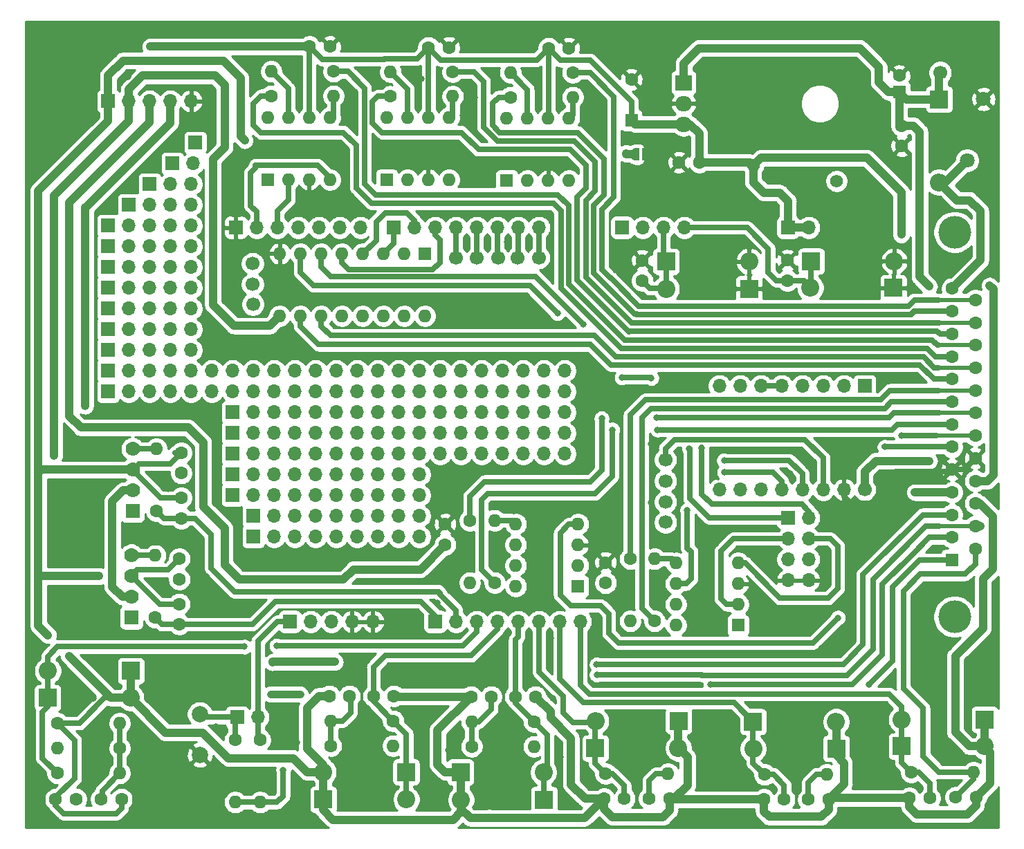
<source format=gbr>
%TF.GenerationSoftware,KiCad,Pcbnew,(5.1.6)-1*%
%TF.CreationDate,2022-12-03T16:25:55-08:00*%
%TF.ProjectId,DP1600i,44503136-3030-4692-9e6b-696361645f70,rev?*%
%TF.SameCoordinates,Original*%
%TF.FileFunction,Copper,L1,Top*%
%TF.FilePolarity,Positive*%
%FSLAX46Y46*%
G04 Gerber Fmt 4.6, Leading zero omitted, Abs format (unit mm)*
G04 Created by KiCad (PCBNEW (5.1.6)-1) date 2022-12-03 16:25:55*
%MOMM*%
%LPD*%
G01*
G04 APERTURE LIST*
%TA.AperFunction,ComponentPad*%
%ADD10O,2.200000X2.200000*%
%TD*%
%TA.AperFunction,ComponentPad*%
%ADD11R,2.200000X2.200000*%
%TD*%
%TA.AperFunction,ComponentPad*%
%ADD12O,1.700000X1.700000*%
%TD*%
%TA.AperFunction,ComponentPad*%
%ADD13R,1.700000X1.700000*%
%TD*%
%TA.AperFunction,SMDPad,CuDef*%
%ADD14C,0.100000*%
%TD*%
%TA.AperFunction,ComponentPad*%
%ADD15O,1.600000X1.600000*%
%TD*%
%TA.AperFunction,ComponentPad*%
%ADD16C,1.600000*%
%TD*%
%TA.AperFunction,ComponentPad*%
%ADD17C,4.000000*%
%TD*%
%TA.AperFunction,ComponentPad*%
%ADD18R,1.600000X1.600000*%
%TD*%
%TA.AperFunction,ComponentPad*%
%ADD19C,1.800000*%
%TD*%
%TA.AperFunction,ComponentPad*%
%ADD20C,1.560000*%
%TD*%
%TA.AperFunction,ComponentPad*%
%ADD21C,1.700000*%
%TD*%
%TA.AperFunction,ComponentPad*%
%ADD22C,1.778000*%
%TD*%
%TA.AperFunction,ComponentPad*%
%ADD23R,1.778000X1.778000*%
%TD*%
%TA.AperFunction,ComponentPad*%
%ADD24O,2.000000X1.905000*%
%TD*%
%TA.AperFunction,ComponentPad*%
%ADD25R,2.000000X1.905000*%
%TD*%
%TA.AperFunction,ComponentPad*%
%ADD26C,2.000000*%
%TD*%
%TA.AperFunction,ViaPad*%
%ADD27C,0.800000*%
%TD*%
%TA.AperFunction,Conductor*%
%ADD28C,1.016000*%
%TD*%
%TA.AperFunction,Conductor*%
%ADD29C,0.635000*%
%TD*%
%TA.AperFunction,Conductor*%
%ADD30C,0.508000*%
%TD*%
%TA.AperFunction,Conductor*%
%ADD31C,0.889000*%
%TD*%
%TA.AperFunction,Conductor*%
%ADD32C,0.254000*%
%TD*%
G04 APERTURE END LIST*
D10*
%TO.P,D18,2*%
%TO.N,Clamp-19*%
X185318400Y-71120000D03*
D11*
%TO.P,D18,1*%
%TO.N,GND*%
X195478400Y-71120000D03*
%TD*%
D10*
%TO.P,D12,2*%
%TO.N,Clamp-18*%
X167690800Y-71221600D03*
D11*
%TO.P,D12,1*%
%TO.N,GND*%
X177850800Y-71221600D03*
%TD*%
D10*
%TO.P,D16,2*%
%TO.N,ADC-Clamp-6*%
X178333400Y-127533400D03*
D11*
%TO.P,D16,1*%
%TO.N,SigRtn*%
X188493400Y-127533400D03*
%TD*%
D10*
%TO.P,D10,2*%
%TO.N,ADC-Clamp-4*%
X152679400Y-130429000D03*
D11*
%TO.P,D10,1*%
%TO.N,SigRtn*%
X142519400Y-130429000D03*
%TD*%
D10*
%TO.P,D8,2*%
%TO.N,ADC-Clamp-7*%
X196494400Y-123977400D03*
D11*
%TO.P,D8,1*%
%TO.N,SigRtn*%
X206654400Y-123977400D03*
%TD*%
D10*
%TO.P,D6,2*%
%TO.N,ADC-Clamp-2*%
X92024200Y-118033800D03*
D11*
%TO.P,D6,1*%
%TO.N,SigRtn*%
X102184200Y-118033800D03*
%TD*%
D10*
%TO.P,D4,2*%
%TO.N,ADC-Clamp-5*%
X159054800Y-124180600D03*
D11*
%TO.P,D4,1*%
%TO.N,SigRtn*%
X169214800Y-124180600D03*
%TD*%
D10*
%TO.P,D2,2*%
%TO.N,ADC-Clamp-3*%
X135890000Y-133781800D03*
D11*
%TO.P,D2,1*%
%TO.N,SigRtn*%
X125730000Y-133781800D03*
%TD*%
D12*
%TO.P,J31,4*%
%TO.N,Net-(J31-Pad4)*%
X109550200Y-60960000D03*
%TO.P,J31,3*%
%TO.N,Net-(J31-Pad3)*%
X107010200Y-60960000D03*
%TO.P,J31,2*%
%TO.N,Net-(J31-Pad2)*%
X104470200Y-60960000D03*
D13*
%TO.P,J31,1*%
%TO.N,Net-(J31-Pad1)*%
X101930200Y-60960000D03*
%TD*%
D12*
%TO.P,J30,3*%
%TO.N,Net-(J30-Pad3)*%
X109550200Y-58420000D03*
%TO.P,J30,2*%
%TO.N,Net-(J30-Pad2)*%
X107010200Y-58420000D03*
D13*
%TO.P,J30,1*%
%TO.N,Net-(J30-Pad1)*%
X104470200Y-58420000D03*
%TD*%
D12*
%TO.P,J29,2*%
%TO.N,Net-(J29-Pad2)*%
X109804200Y-55880000D03*
D13*
%TO.P,J29,1*%
%TO.N,Net-(J29-Pad1)*%
X107264200Y-55880000D03*
%TD*%
%TO.P,J28,1*%
%TO.N,Net-(J28-Pad1)*%
X110058200Y-53340000D03*
%TD*%
D12*
%TO.P,J27,9*%
%TO.N,Net-(J27-Pad9)*%
X137490200Y-101600000D03*
%TO.P,J27,8*%
%TO.N,Net-(J27-Pad8)*%
X134950200Y-101600000D03*
%TO.P,J27,7*%
%TO.N,Net-(J27-Pad7)*%
X132410200Y-101600000D03*
%TO.P,J27,6*%
%TO.N,Net-(J27-Pad6)*%
X129870200Y-101600000D03*
%TO.P,J27,5*%
%TO.N,Net-(J27-Pad5)*%
X127330200Y-101600000D03*
%TO.P,J27,4*%
%TO.N,Net-(J27-Pad4)*%
X124790200Y-101600000D03*
%TO.P,J27,3*%
%TO.N,Net-(J27-Pad3)*%
X122250200Y-101600000D03*
%TO.P,J27,2*%
%TO.N,Net-(J27-Pad2)*%
X119710200Y-101600000D03*
D13*
%TO.P,J27,1*%
%TO.N,Net-(J27-Pad1)*%
X117170200Y-101600000D03*
%TD*%
D12*
%TO.P,J26,9*%
%TO.N,Net-(J26-Pad9)*%
X137490200Y-99060000D03*
%TO.P,J26,8*%
%TO.N,Net-(J26-Pad8)*%
X134950200Y-99060000D03*
%TO.P,J26,7*%
%TO.N,Net-(J26-Pad7)*%
X132410200Y-99060000D03*
%TO.P,J26,6*%
%TO.N,Net-(J26-Pad6)*%
X129870200Y-99060000D03*
%TO.P,J26,5*%
%TO.N,Net-(J26-Pad5)*%
X127330200Y-99060000D03*
%TO.P,J26,4*%
%TO.N,Net-(J26-Pad4)*%
X124790200Y-99060000D03*
%TO.P,J26,3*%
%TO.N,Net-(J26-Pad3)*%
X122250200Y-99060000D03*
%TO.P,J26,2*%
%TO.N,Net-(J26-Pad2)*%
X119710200Y-99060000D03*
D13*
%TO.P,J26,1*%
%TO.N,Net-(J26-Pad1)*%
X117170200Y-99060000D03*
%TD*%
D12*
%TO.P,J25,10*%
%TO.N,Net-(J25-Pad10)*%
X137490200Y-96520000D03*
%TO.P,J25,9*%
%TO.N,Net-(J25-Pad9)*%
X134950200Y-96520000D03*
%TO.P,J25,8*%
%TO.N,Net-(J25-Pad8)*%
X132410200Y-96520000D03*
%TO.P,J25,7*%
%TO.N,Net-(J25-Pad7)*%
X129870200Y-96520000D03*
%TO.P,J25,6*%
%TO.N,Net-(J25-Pad6)*%
X127330200Y-96520000D03*
%TO.P,J25,5*%
%TO.N,Net-(J25-Pad5)*%
X124790200Y-96520000D03*
%TO.P,J25,4*%
%TO.N,Net-(J25-Pad4)*%
X122250200Y-96520000D03*
%TO.P,J25,3*%
%TO.N,Net-(J25-Pad3)*%
X119710200Y-96520000D03*
%TO.P,J25,2*%
%TO.N,Net-(J25-Pad2)*%
X117170200Y-96520000D03*
D13*
%TO.P,J25,1*%
%TO.N,Net-(J25-Pad1)*%
X114630200Y-96520000D03*
%TD*%
D12*
%TO.P,J24,10*%
%TO.N,Net-(J24-Pad10)*%
X137490200Y-93980000D03*
%TO.P,J24,9*%
%TO.N,Net-(J24-Pad9)*%
X134950200Y-93980000D03*
%TO.P,J24,8*%
%TO.N,Net-(J24-Pad8)*%
X132410200Y-93980000D03*
%TO.P,J24,7*%
%TO.N,Net-(J24-Pad7)*%
X129870200Y-93980000D03*
%TO.P,J24,6*%
%TO.N,Net-(J24-Pad6)*%
X127330200Y-93980000D03*
%TO.P,J24,5*%
%TO.N,Net-(J24-Pad5)*%
X124790200Y-93980000D03*
%TO.P,J24,4*%
%TO.N,Net-(J24-Pad4)*%
X122250200Y-93980000D03*
%TO.P,J24,3*%
%TO.N,Net-(J24-Pad3)*%
X119710200Y-93980000D03*
%TO.P,J24,2*%
%TO.N,Net-(J24-Pad2)*%
X117170200Y-93980000D03*
D13*
%TO.P,J24,1*%
%TO.N,Net-(J24-Pad1)*%
X114630200Y-93980000D03*
%TD*%
D12*
%TO.P,J23,17*%
%TO.N,Net-(J23-Pad17)*%
X155270200Y-91440000D03*
%TO.P,J23,16*%
%TO.N,Net-(J23-Pad16)*%
X152730200Y-91440000D03*
%TO.P,J23,15*%
%TO.N,Net-(J23-Pad15)*%
X150190200Y-91440000D03*
%TO.P,J23,14*%
%TO.N,Net-(J23-Pad14)*%
X147650200Y-91440000D03*
%TO.P,J23,13*%
%TO.N,Net-(J23-Pad13)*%
X145110200Y-91440000D03*
%TO.P,J23,12*%
%TO.N,Net-(J23-Pad12)*%
X142570200Y-91440000D03*
%TO.P,J23,11*%
%TO.N,Net-(J23-Pad11)*%
X140030200Y-91440000D03*
%TO.P,J23,10*%
%TO.N,Net-(J23-Pad10)*%
X137490200Y-91440000D03*
%TO.P,J23,9*%
%TO.N,Net-(J23-Pad9)*%
X134950200Y-91440000D03*
%TO.P,J23,8*%
%TO.N,Net-(J23-Pad8)*%
X132410200Y-91440000D03*
%TO.P,J23,7*%
%TO.N,Net-(J23-Pad7)*%
X129870200Y-91440000D03*
%TO.P,J23,6*%
%TO.N,Net-(J23-Pad6)*%
X127330200Y-91440000D03*
%TO.P,J23,5*%
%TO.N,Net-(J23-Pad5)*%
X124790200Y-91440000D03*
%TO.P,J23,4*%
%TO.N,Net-(J23-Pad4)*%
X122250200Y-91440000D03*
%TO.P,J23,3*%
%TO.N,Net-(J23-Pad3)*%
X119710200Y-91440000D03*
%TO.P,J23,2*%
%TO.N,Net-(J23-Pad2)*%
X117170200Y-91440000D03*
D13*
%TO.P,J23,1*%
%TO.N,Net-(J23-Pad1)*%
X114630200Y-91440000D03*
%TD*%
D12*
%TO.P,J22,17*%
%TO.N,Net-(J22-Pad17)*%
X155270200Y-88900000D03*
%TO.P,J22,16*%
%TO.N,Net-(J22-Pad16)*%
X152730200Y-88900000D03*
%TO.P,J22,15*%
%TO.N,Net-(J22-Pad15)*%
X150190200Y-88900000D03*
%TO.P,J22,14*%
%TO.N,Net-(J22-Pad14)*%
X147650200Y-88900000D03*
%TO.P,J22,13*%
%TO.N,Net-(J22-Pad13)*%
X145110200Y-88900000D03*
%TO.P,J22,12*%
%TO.N,Net-(J22-Pad12)*%
X142570200Y-88900000D03*
%TO.P,J22,11*%
%TO.N,Net-(J22-Pad11)*%
X140030200Y-88900000D03*
%TO.P,J22,10*%
%TO.N,Net-(J22-Pad10)*%
X137490200Y-88900000D03*
%TO.P,J22,9*%
%TO.N,Net-(J22-Pad9)*%
X134950200Y-88900000D03*
%TO.P,J22,8*%
%TO.N,Net-(J22-Pad8)*%
X132410200Y-88900000D03*
%TO.P,J22,7*%
%TO.N,Net-(J22-Pad7)*%
X129870200Y-88900000D03*
%TO.P,J22,6*%
%TO.N,Net-(J22-Pad6)*%
X127330200Y-88900000D03*
%TO.P,J22,5*%
%TO.N,Net-(J22-Pad5)*%
X124790200Y-88900000D03*
%TO.P,J22,4*%
%TO.N,Net-(J22-Pad4)*%
X122250200Y-88900000D03*
%TO.P,J22,3*%
%TO.N,Net-(J22-Pad3)*%
X119710200Y-88900000D03*
%TO.P,J22,2*%
%TO.N,Net-(J22-Pad2)*%
X117170200Y-88900000D03*
D13*
%TO.P,J22,1*%
%TO.N,Net-(J22-Pad1)*%
X114630200Y-88900000D03*
%TD*%
D12*
%TO.P,J21,17*%
%TO.N,Net-(J21-Pad17)*%
X155270200Y-86360000D03*
%TO.P,J21,16*%
%TO.N,Net-(J21-Pad16)*%
X152730200Y-86360000D03*
%TO.P,J21,15*%
%TO.N,Net-(J21-Pad15)*%
X150190200Y-86360000D03*
%TO.P,J21,14*%
%TO.N,Net-(J21-Pad14)*%
X147650200Y-86360000D03*
%TO.P,J21,13*%
%TO.N,Net-(J21-Pad13)*%
X145110200Y-86360000D03*
%TO.P,J21,12*%
%TO.N,Net-(J21-Pad12)*%
X142570200Y-86360000D03*
%TO.P,J21,11*%
%TO.N,Net-(J21-Pad11)*%
X140030200Y-86360000D03*
%TO.P,J21,10*%
%TO.N,Net-(J21-Pad10)*%
X137490200Y-86360000D03*
%TO.P,J21,9*%
%TO.N,Net-(J21-Pad9)*%
X134950200Y-86360000D03*
%TO.P,J21,8*%
%TO.N,Net-(J21-Pad8)*%
X132410200Y-86360000D03*
%TO.P,J21,7*%
%TO.N,Net-(J21-Pad7)*%
X129870200Y-86360000D03*
%TO.P,J21,6*%
%TO.N,Net-(J21-Pad6)*%
X127330200Y-86360000D03*
%TO.P,J21,5*%
%TO.N,Net-(J21-Pad5)*%
X124790200Y-86360000D03*
%TO.P,J21,4*%
%TO.N,Net-(J21-Pad4)*%
X122250200Y-86360000D03*
%TO.P,J21,3*%
%TO.N,Net-(J21-Pad3)*%
X119710200Y-86360000D03*
%TO.P,J21,2*%
%TO.N,Net-(J21-Pad2)*%
X117170200Y-86360000D03*
D13*
%TO.P,J21,1*%
%TO.N,Net-(J21-Pad1)*%
X114630200Y-86360000D03*
%TD*%
D12*
%TO.P,J20,23*%
%TO.N,Net-(J20-Pad23)*%
X155270200Y-83820000D03*
%TO.P,J20,22*%
%TO.N,Net-(J20-Pad22)*%
X152730200Y-83820000D03*
%TO.P,J20,21*%
%TO.N,Net-(J20-Pad21)*%
X150190200Y-83820000D03*
%TO.P,J20,20*%
%TO.N,Net-(J20-Pad20)*%
X147650200Y-83820000D03*
%TO.P,J20,19*%
%TO.N,Net-(J20-Pad19)*%
X145110200Y-83820000D03*
%TO.P,J20,18*%
%TO.N,Net-(J20-Pad18)*%
X142570200Y-83820000D03*
%TO.P,J20,17*%
%TO.N,Net-(J20-Pad17)*%
X140030200Y-83820000D03*
%TO.P,J20,16*%
%TO.N,Net-(J20-Pad16)*%
X137490200Y-83820000D03*
%TO.P,J20,15*%
%TO.N,Net-(J20-Pad15)*%
X134950200Y-83820000D03*
%TO.P,J20,14*%
%TO.N,Net-(J20-Pad14)*%
X132410200Y-83820000D03*
%TO.P,J20,13*%
%TO.N,Net-(J20-Pad13)*%
X129870200Y-83820000D03*
%TO.P,J20,12*%
%TO.N,Net-(J20-Pad12)*%
X127330200Y-83820000D03*
%TO.P,J20,11*%
%TO.N,Net-(J20-Pad11)*%
X124790200Y-83820000D03*
%TO.P,J20,10*%
%TO.N,Net-(J20-Pad10)*%
X122250200Y-83820000D03*
%TO.P,J20,9*%
%TO.N,Net-(J20-Pad9)*%
X119710200Y-83820000D03*
%TO.P,J20,8*%
%TO.N,Net-(J20-Pad8)*%
X117170200Y-83820000D03*
%TO.P,J20,7*%
%TO.N,Net-(J20-Pad7)*%
X114630200Y-83820000D03*
%TO.P,J20,6*%
%TO.N,Net-(J20-Pad6)*%
X112090200Y-83820000D03*
%TO.P,J20,5*%
%TO.N,Net-(J20-Pad5)*%
X109550200Y-83820000D03*
%TO.P,J20,4*%
%TO.N,Net-(J20-Pad4)*%
X107010200Y-83820000D03*
%TO.P,J20,3*%
%TO.N,Net-(J20-Pad3)*%
X104470200Y-83820000D03*
%TO.P,J20,2*%
%TO.N,Net-(J20-Pad2)*%
X101930200Y-83820000D03*
D13*
%TO.P,J20,1*%
%TO.N,Net-(J20-Pad1)*%
X99390200Y-83820000D03*
%TD*%
D12*
%TO.P,J19,23*%
%TO.N,Net-(J19-Pad23)*%
X155270200Y-81280000D03*
%TO.P,J19,22*%
%TO.N,Net-(J19-Pad22)*%
X152730200Y-81280000D03*
%TO.P,J19,21*%
%TO.N,Net-(J19-Pad21)*%
X150190200Y-81280000D03*
%TO.P,J19,20*%
%TO.N,Net-(J19-Pad20)*%
X147650200Y-81280000D03*
%TO.P,J19,19*%
%TO.N,Net-(J19-Pad19)*%
X145110200Y-81280000D03*
%TO.P,J19,18*%
%TO.N,Net-(J19-Pad18)*%
X142570200Y-81280000D03*
%TO.P,J19,17*%
%TO.N,Net-(J19-Pad17)*%
X140030200Y-81280000D03*
%TO.P,J19,16*%
%TO.N,Net-(J19-Pad16)*%
X137490200Y-81280000D03*
%TO.P,J19,15*%
%TO.N,Net-(J19-Pad15)*%
X134950200Y-81280000D03*
%TO.P,J19,14*%
%TO.N,Net-(J19-Pad14)*%
X132410200Y-81280000D03*
%TO.P,J19,13*%
%TO.N,Net-(J19-Pad13)*%
X129870200Y-81280000D03*
%TO.P,J19,12*%
%TO.N,Net-(J19-Pad12)*%
X127330200Y-81280000D03*
%TO.P,J19,11*%
%TO.N,Net-(J19-Pad11)*%
X124790200Y-81280000D03*
%TO.P,J19,10*%
%TO.N,Net-(J19-Pad10)*%
X122250200Y-81280000D03*
%TO.P,J19,9*%
%TO.N,Net-(J19-Pad9)*%
X119710200Y-81280000D03*
%TO.P,J19,8*%
%TO.N,Net-(J19-Pad8)*%
X117170200Y-81280000D03*
%TO.P,J19,7*%
%TO.N,Net-(J19-Pad7)*%
X114630200Y-81280000D03*
%TO.P,J19,6*%
%TO.N,Net-(J19-Pad6)*%
X112090200Y-81280000D03*
%TO.P,J19,5*%
%TO.N,Net-(J19-Pad5)*%
X109550200Y-81280000D03*
%TO.P,J19,4*%
%TO.N,Net-(J19-Pad4)*%
X107010200Y-81280000D03*
%TO.P,J19,3*%
%TO.N,Net-(J19-Pad3)*%
X104470200Y-81280000D03*
%TO.P,J19,2*%
%TO.N,Net-(J19-Pad2)*%
X101930200Y-81280000D03*
D13*
%TO.P,J19,1*%
%TO.N,Net-(J19-Pad1)*%
X99390200Y-81280000D03*
%TD*%
D12*
%TO.P,J18,5*%
%TO.N,Net-(J18-Pad5)*%
X109550200Y-78740000D03*
%TO.P,J18,4*%
%TO.N,Net-(J18-Pad4)*%
X107010200Y-78740000D03*
%TO.P,J18,3*%
%TO.N,Net-(J18-Pad3)*%
X104470200Y-78740000D03*
%TO.P,J18,2*%
%TO.N,Net-(J18-Pad2)*%
X101930200Y-78740000D03*
D13*
%TO.P,J18,1*%
%TO.N,Net-(J18-Pad1)*%
X99390200Y-78740000D03*
%TD*%
D12*
%TO.P,J17,5*%
%TO.N,Net-(J17-Pad5)*%
X109550200Y-76200000D03*
%TO.P,J17,4*%
%TO.N,Net-(J17-Pad4)*%
X107010200Y-76200000D03*
%TO.P,J17,3*%
%TO.N,Net-(J17-Pad3)*%
X104470200Y-76200000D03*
%TO.P,J17,2*%
%TO.N,Net-(J17-Pad2)*%
X101930200Y-76200000D03*
D13*
%TO.P,J17,1*%
%TO.N,Net-(J17-Pad1)*%
X99390200Y-76200000D03*
%TD*%
D12*
%TO.P,J16,5*%
%TO.N,Net-(J16-Pad5)*%
X109550200Y-73660000D03*
%TO.P,J16,4*%
%TO.N,Net-(J16-Pad4)*%
X107010200Y-73660000D03*
%TO.P,J16,3*%
%TO.N,Net-(J16-Pad3)*%
X104470200Y-73660000D03*
%TO.P,J16,2*%
%TO.N,Net-(J16-Pad2)*%
X101930200Y-73660000D03*
D13*
%TO.P,J16,1*%
%TO.N,Net-(J16-Pad1)*%
X99390200Y-73660000D03*
%TD*%
D12*
%TO.P,J15,5*%
%TO.N,Net-(J15-Pad5)*%
X109550200Y-71120000D03*
%TO.P,J15,4*%
%TO.N,Net-(J15-Pad4)*%
X107010200Y-71120000D03*
%TO.P,J15,3*%
%TO.N,Net-(J15-Pad3)*%
X104470200Y-71120000D03*
%TO.P,J15,2*%
%TO.N,Net-(J15-Pad2)*%
X101930200Y-71120000D03*
D13*
%TO.P,J15,1*%
%TO.N,Net-(J15-Pad1)*%
X99390200Y-71120000D03*
%TD*%
D12*
%TO.P,J14,5*%
%TO.N,Net-(J14-Pad5)*%
X109550200Y-68580000D03*
%TO.P,J14,4*%
%TO.N,Net-(J14-Pad4)*%
X107010200Y-68580000D03*
%TO.P,J14,3*%
%TO.N,Net-(J14-Pad3)*%
X104470200Y-68580000D03*
%TO.P,J14,2*%
%TO.N,Net-(J14-Pad2)*%
X101930200Y-68580000D03*
D13*
%TO.P,J14,1*%
%TO.N,Net-(J14-Pad1)*%
X99390200Y-68580000D03*
%TD*%
D12*
%TO.P,J13,5*%
%TO.N,Net-(J13-Pad5)*%
X109550200Y-66040000D03*
%TO.P,J13,4*%
%TO.N,Net-(J13-Pad4)*%
X107010200Y-66040000D03*
%TO.P,J13,3*%
%TO.N,Net-(J13-Pad3)*%
X104470200Y-66040000D03*
%TO.P,J13,2*%
%TO.N,Net-(J13-Pad2)*%
X101930200Y-66040000D03*
D13*
%TO.P,J13,1*%
%TO.N,Net-(J13-Pad1)*%
X99390200Y-66040000D03*
%TD*%
D12*
%TO.P,J12,5*%
%TO.N,Net-(J12-Pad5)*%
X109550200Y-63500000D03*
%TO.P,J12,4*%
%TO.N,Net-(J12-Pad4)*%
X107010200Y-63500000D03*
%TO.P,J12,3*%
%TO.N,Net-(J12-Pad3)*%
X104470200Y-63500000D03*
%TO.P,J12,2*%
%TO.N,Net-(J12-Pad2)*%
X101930200Y-63500000D03*
D13*
%TO.P,J12,1*%
%TO.N,Net-(J12-Pad1)*%
X99390200Y-63500000D03*
%TD*%
D12*
%TO.P,J11,5*%
%TO.N,GND*%
X109550200Y-48260000D03*
%TO.P,J11,4*%
%TO.N,VDDA*%
X107010200Y-48260000D03*
%TO.P,J11,3*%
%TO.N,VDD*%
X104470200Y-48260000D03*
%TO.P,J11,2*%
%TO.N,12V*%
X101930200Y-48260000D03*
D13*
%TO.P,J11,1*%
%TO.N,SigRtn*%
X99390200Y-48260000D03*
%TD*%
%TA.AperFunction,SMDPad,CuDef*%
D14*
%TO.P,JP2,2*%
%TO.N,GND*%
G36*
X165227000Y-54013002D02*
G01*
X165251534Y-54013002D01*
X165300365Y-54017812D01*
X165348490Y-54027384D01*
X165395445Y-54041628D01*
X165440778Y-54060405D01*
X165484051Y-54083536D01*
X165524850Y-54110796D01*
X165562779Y-54141924D01*
X165597476Y-54176621D01*
X165628604Y-54214550D01*
X165655864Y-54255349D01*
X165678995Y-54298622D01*
X165697772Y-54343955D01*
X165712016Y-54390910D01*
X165721588Y-54439035D01*
X165726398Y-54487866D01*
X165726398Y-54512400D01*
X165727000Y-54512400D01*
X165727000Y-55012400D01*
X165726398Y-55012400D01*
X165726398Y-55036934D01*
X165721588Y-55085765D01*
X165712016Y-55133890D01*
X165697772Y-55180845D01*
X165678995Y-55226178D01*
X165655864Y-55269451D01*
X165628604Y-55310250D01*
X165597476Y-55348179D01*
X165562779Y-55382876D01*
X165524850Y-55414004D01*
X165484051Y-55441264D01*
X165440778Y-55464395D01*
X165395445Y-55483172D01*
X165348490Y-55497416D01*
X165300365Y-55506988D01*
X165251534Y-55511798D01*
X165227000Y-55511798D01*
X165227000Y-55512400D01*
X164727000Y-55512400D01*
X164727000Y-54012400D01*
X165227000Y-54012400D01*
X165227000Y-54013002D01*
G37*
%TD.AperFunction*%
%TA.AperFunction,SMDPad,CuDef*%
%TO.P,JP2,1*%
%TO.N,SigRtn*%
G36*
X164427000Y-55512400D02*
G01*
X163927000Y-55512400D01*
X163927000Y-55511798D01*
X163902466Y-55511798D01*
X163853635Y-55506988D01*
X163805510Y-55497416D01*
X163758555Y-55483172D01*
X163713222Y-55464395D01*
X163669949Y-55441264D01*
X163629150Y-55414004D01*
X163591221Y-55382876D01*
X163556524Y-55348179D01*
X163525396Y-55310250D01*
X163498136Y-55269451D01*
X163475005Y-55226178D01*
X163456228Y-55180845D01*
X163441984Y-55133890D01*
X163432412Y-55085765D01*
X163427602Y-55036934D01*
X163427602Y-55012400D01*
X163427000Y-55012400D01*
X163427000Y-54512400D01*
X163427602Y-54512400D01*
X163427602Y-54487866D01*
X163432412Y-54439035D01*
X163441984Y-54390910D01*
X163456228Y-54343955D01*
X163475005Y-54298622D01*
X163498136Y-54255349D01*
X163525396Y-54214550D01*
X163556524Y-54176621D01*
X163591221Y-54141924D01*
X163629150Y-54110796D01*
X163669949Y-54083536D01*
X163713222Y-54060405D01*
X163758555Y-54041628D01*
X163805510Y-54027384D01*
X163853635Y-54017812D01*
X163902466Y-54013002D01*
X163927000Y-54013002D01*
X163927000Y-54012400D01*
X164427000Y-54012400D01*
X164427000Y-55512400D01*
G37*
%TD.AperFunction*%
%TD*%
D15*
%TO.P,R5,2*%
%TO.N,Net-(R5-Pad2)*%
X105318560Y-90805000D03*
D16*
%TO.P,R5,1*%
%TO.N,MCU-A1*%
X105318560Y-98425000D03*
%TD*%
D12*
%TO.P,J4,8*%
%TO.N,MCU-D0*%
X152120600Y-63728600D03*
%TO.P,J4,7*%
%TO.N,MCU-D1*%
X149580600Y-63728600D03*
%TO.P,J4,6*%
%TO.N,MCU-D2*%
X147040600Y-63728600D03*
%TO.P,J4,5*%
%TO.N,MCU-D3*%
X144500600Y-63728600D03*
%TO.P,J4,4*%
%TO.N,MCU-D4*%
X141960600Y-63728600D03*
%TO.P,J4,3*%
%TO.N,MCU-D5*%
X139420600Y-63728600D03*
%TO.P,J4,2*%
%TO.N,MCU-D6*%
X136880600Y-63728600D03*
D13*
%TO.P,J4,1*%
%TO.N,MCU-D7*%
X134340600Y-63728600D03*
%TD*%
D17*
%TO.P,J1,0*%
%TO.N,N/C*%
X202976760Y-64284960D03*
X202976760Y-111384960D03*
D16*
%TO.P,J1,25*%
%TO.N,D8-control*%
X205516760Y-72599960D03*
%TO.P,J1,24*%
%TO.N,D10-control*%
X205516760Y-75369960D03*
%TO.P,J1,23*%
%TO.N,D12-control*%
X205516760Y-78139960D03*
%TO.P,J1,22*%
%TO.N,D48-control*%
X205516760Y-80909960D03*
%TO.P,J1,21*%
%TO.N,D50-control*%
X205516760Y-83679960D03*
%TO.P,J1,20*%
%TO.N,D52-control*%
X205516760Y-86449960D03*
%TO.P,J1,19*%
%TO.N,Clamp-19*%
X205516760Y-89219960D03*
%TO.P,J1,18*%
%TO.N,GND*%
X205516760Y-91989960D03*
%TO.P,J1,17*%
%TO.N,VDD*%
X205516760Y-94759960D03*
%TO.P,J1,16*%
%TO.N,SigRtn*%
X205516760Y-97529960D03*
%TO.P,J1,15*%
%TO.N,CLT_Sensor*%
X205516760Y-100299960D03*
%TO.P,J1,14*%
%TO.N,O2_Sensor*%
X205516760Y-103069960D03*
%TO.P,J1,13*%
%TO.N,12V-Raw*%
X202676760Y-71214960D03*
%TO.P,J1,12*%
%TO.N,D9-control*%
X202676760Y-73984960D03*
%TO.P,J1,11*%
%TO.N,D11-control*%
X202676760Y-76754960D03*
%TO.P,J1,10*%
%TO.N,D13-control*%
X202676760Y-79524960D03*
%TO.P,J1,9*%
%TO.N,D49-control*%
X202676760Y-82294960D03*
%TO.P,J1,8*%
%TO.N,D51-control*%
X202676760Y-85064960D03*
%TO.P,J1,7*%
%TO.N,D53-control*%
X202676760Y-87834960D03*
%TO.P,J1,6*%
%TO.N,Clamp-18*%
X202676760Y-90604960D03*
%TO.P,J1,5*%
%TO.N,GND*%
X202676760Y-93374960D03*
%TO.P,J1,4*%
%TO.N,VDDA*%
X202676760Y-96144960D03*
%TO.P,J1,3*%
%TO.N,IAT_Sensor*%
X202676760Y-98914960D03*
%TO.P,J1,2*%
%TO.N,TPS_Sensor*%
X202676760Y-101684960D03*
D18*
%TO.P,J1,1*%
%TO.N,Spare-ADC*%
X202676760Y-104454960D03*
%TD*%
D19*
%TO.P,RV1,2*%
%TO.N,GND*%
X206515720Y-48014240D03*
%TO.P,RV1,1*%
%TO.N,12V-Raw*%
X204515720Y-55514240D03*
%TD*%
D20*
%TO.P,F1,1*%
%TO.N,VDDA*%
X188549280Y-58039000D03*
%TO.P,F1,2*%
%TO.N,VDD*%
X178349280Y-56139000D03*
%TD*%
D10*
%TO.P,D13,2*%
%TO.N,12V-Raw*%
X201086720Y-58191400D03*
D11*
%TO.P,D13,1*%
%TO.N,12V*%
X201086720Y-48031400D03*
%TD*%
D12*
%TO.P,J9,8*%
%TO.N,ADC-Clamp-7*%
X157200600Y-111988600D03*
%TO.P,J9,7*%
%TO.N,ADC-Clamp-6*%
X154660600Y-111988600D03*
%TO.P,J9,6*%
%TO.N,ADC-Clamp-5*%
X152120600Y-111988600D03*
%TO.P,J9,5*%
%TO.N,ADC-Clamp-4*%
X149580600Y-111988600D03*
%TO.P,J9,4*%
%TO.N,ADC-Clamp-3*%
X147040600Y-111988600D03*
%TO.P,J9,3*%
%TO.N,ADC-Clamp-2*%
X144500600Y-111988600D03*
%TO.P,J9,2*%
%TO.N,MCU-A1*%
X141960600Y-111988600D03*
D13*
%TO.P,J9,1*%
%TO.N,MCU-A0*%
X139420600Y-111988600D03*
%TD*%
D12*
%TO.P,J8,5*%
%TO.N,GND*%
X131800600Y-111988600D03*
%TO.P,J8,4*%
X129260600Y-111988600D03*
%TO.P,J8,3*%
%TO.N,VDD*%
X126720600Y-111988600D03*
%TO.P,J8,2*%
%TO.N,Net-(J8-Pad2)*%
X124180600Y-111988600D03*
D13*
%TO.P,J8,1*%
%TO.N,RESET*%
X121640600Y-111988600D03*
%TD*%
D12*
%TO.P,J7,8*%
%TO.N,GND*%
X185140600Y-106908600D03*
%TO.P,J7,7*%
X182600600Y-106908600D03*
%TO.P,J7,6*%
%TO.N,MCU-D53*%
X185140600Y-104368600D03*
%TO.P,J7,5*%
%TO.N,MCU-D52*%
X182600600Y-104368600D03*
%TO.P,J7,4*%
%TO.N,MCU-D51*%
X185140600Y-101828600D03*
%TO.P,J7,3*%
%TO.N,MCU-D50*%
X182600600Y-101828600D03*
%TO.P,J7,2*%
%TO.N,MCU-D49*%
X185140600Y-99288600D03*
D13*
%TO.P,J7,1*%
%TO.N,MCU-D48*%
X182600600Y-99288600D03*
%TD*%
D12*
%TO.P,J6,2*%
%TO.N,VDD*%
X185140600Y-63728600D03*
D13*
%TO.P,J6,1*%
X182600600Y-63728600D03*
%TD*%
D12*
%TO.P,J5,4*%
%TO.N,Clamp-19*%
X169900600Y-63728600D03*
%TO.P,J5,3*%
%TO.N,Clamp-18*%
X167360600Y-63728600D03*
%TO.P,J5,2*%
%TO.N,MCU-D17*%
X164820600Y-63728600D03*
D13*
%TO.P,J5,1*%
%TO.N,MCU-D16*%
X162280600Y-63728600D03*
%TD*%
D12*
%TO.P,J3,7*%
%TO.N,MCU-D8*%
X130276600Y-63728600D03*
%TO.P,J3,6*%
%TO.N,MCU-D9*%
X127736600Y-63728600D03*
%TO.P,J3,5*%
%TO.N,MCU-D10*%
X125196600Y-63728600D03*
%TO.P,J3,4*%
%TO.N,MCU-D11*%
X122656600Y-63728600D03*
%TO.P,J3,3*%
%TO.N,MCU-D12*%
X120116600Y-63728600D03*
%TO.P,J3,2*%
%TO.N,MCU-D13*%
X117576600Y-63728600D03*
D13*
%TO.P,J3,1*%
%TO.N,GND*%
X115036600Y-63728600D03*
%TD*%
D12*
%TO.P,U10,15*%
%TO.N,GND*%
X189445900Y-95821500D03*
%TO.P,U10,13*%
%TO.N,Net-(J96-Pad1)*%
X184365900Y-95821500D03*
D21*
%TO.P,U10,16*%
%TO.N,12V*%
X191985900Y-95821500D03*
D12*
%TO.P,U10,14*%
%TO.N,Net-(J95-Pad1)*%
X186905900Y-95821500D03*
%TO.P,U10,12*%
%TO.N,Net-(J97-Pad1)*%
X181825900Y-95821500D03*
%TO.P,U10,9*%
%TO.N,GND*%
X174205900Y-95821500D03*
%TO.P,U10,11*%
%TO.N,Net-(J98-Pad1)*%
X179285900Y-95821500D03*
%TO.P,U10,10*%
%TO.N,VDD*%
X176745900Y-95821500D03*
%TO.P,U10,8*%
%TO.N,MCU-D16*%
X174205900Y-83121500D03*
%TO.P,U10,7*%
%TO.N,MCU-D17*%
X176745900Y-83121500D03*
%TO.P,U10,6*%
%TO.N,Net-(U10-Pad5)*%
X179285900Y-83121500D03*
%TO.P,U10,5*%
X181825900Y-83121500D03*
%TO.P,U10,4*%
%TO.N,Net-(U10-Pad4)*%
X184365900Y-83121500D03*
%TO.P,U10,3*%
%TO.N,Net-(U10-Pad3)*%
X186905900Y-83121500D03*
%TO.P,U10,2*%
%TO.N,Net-(U10-Pad2)*%
X189445900Y-83121500D03*
D13*
%TO.P,U10,1*%
%TO.N,Net-(U10-Pad1)*%
X191985900Y-83121500D03*
%TD*%
D21*
%TO.P,J98,1*%
%TO.N,Net-(J98-Pad1)*%
X167612060Y-99832160D03*
%TD*%
%TO.P,J97,1*%
%TO.N,Net-(J97-Pad1)*%
X167612060Y-97342960D03*
%TD*%
%TO.P,J96,1*%
%TO.N,Net-(J96-Pad1)*%
X167612060Y-94767400D03*
%TD*%
%TO.P,J95,1*%
%TO.N,Net-(J95-Pad1)*%
X167601900Y-92176600D03*
%TD*%
%TO.P,J94,1*%
%TO.N,Net-(J94-Pad1)*%
X117121940Y-73121520D03*
%TD*%
%TO.P,J93,1*%
%TO.N,Net-(J93-Pad1)*%
X117071140Y-70688200D03*
%TD*%
%TO.P,J92,1*%
%TO.N,Net-(J92-Pad1)*%
X117071140Y-68148200D03*
%TD*%
%TO.P,J91,1*%
%TO.N,MCU-D0*%
X152105360Y-67421760D03*
%TD*%
%TO.P,J90,1*%
%TO.N,MCU-D1*%
X149529800Y-67452240D03*
%TD*%
%TO.P,J89,1*%
%TO.N,MCU-D2*%
X147091400Y-67452240D03*
%TD*%
%TO.P,J88,1*%
%TO.N,MCU-D3*%
X144515840Y-67452240D03*
%TD*%
%TO.P,J87,1*%
%TO.N,MCU-D4*%
X141975840Y-67452240D03*
%TD*%
%TO.P,J2,1*%
%TO.N,12V*%
X201223880Y-44749720D03*
%TD*%
D22*
%TO.P,U2,4*%
%TO.N,Net-(R6-Pad2)*%
X102252780Y-103896160D03*
%TO.P,U2,3*%
%TO.N,SigRtn*%
X102252780Y-106436160D03*
%TO.P,U2,2*%
%TO.N,VDDA*%
X102252780Y-108976160D03*
D23*
%TO.P,U2,1*%
%TO.N,Net-(U2-Pad1)*%
X102252780Y-111516160D03*
%TD*%
D22*
%TO.P,U1,4*%
%TO.N,Net-(R5-Pad2)*%
X102397560Y-90855800D03*
%TO.P,U1,3*%
%TO.N,SigRtn*%
X102397560Y-93395800D03*
%TO.P,U1,2*%
%TO.N,VDDA*%
X102397560Y-95935800D03*
D23*
%TO.P,U1,1*%
%TO.N,Net-(U1-Pad1)*%
X102397560Y-98475800D03*
%TD*%
D15*
%TO.P,U9,16*%
%TO.N,Net-(U9-Pad16)*%
X138170920Y-74559160D03*
%TO.P,U9,8*%
%TO.N,GND*%
X120390920Y-66939160D03*
%TO.P,U9,15*%
%TO.N,Net-(U9-Pad15)*%
X135630920Y-74559160D03*
%TO.P,U9,7*%
%TO.N,MCU-D49*%
X122930920Y-66939160D03*
%TO.P,U9,14*%
%TO.N,Net-(J92-Pad1)*%
X133090920Y-74559160D03*
%TO.P,U9,6*%
%TO.N,MCU-D48*%
X125470920Y-66939160D03*
%TO.P,U9,13*%
%TO.N,Net-(J93-Pad1)*%
X130550920Y-74559160D03*
%TO.P,U9,5*%
%TO.N,MCU-D5*%
X128010920Y-66939160D03*
%TO.P,U9,12*%
%TO.N,Net-(J94-Pad1)*%
X128010920Y-74559160D03*
%TO.P,U9,4*%
%TO.N,MCU-D6*%
X130550920Y-66939160D03*
%TO.P,U9,11*%
%TO.N,D48-control*%
X125470920Y-74559160D03*
%TO.P,U9,3*%
%TO.N,MCU-D7*%
X133090920Y-66939160D03*
%TO.P,U9,10*%
%TO.N,D49-control*%
X122930920Y-74559160D03*
%TO.P,U9,2*%
%TO.N,Net-(U9-Pad2)*%
X135630920Y-66939160D03*
%TO.P,U9,9*%
%TO.N,12V*%
X120390920Y-74559160D03*
D18*
%TO.P,U9,1*%
%TO.N,Net-(U9-Pad1)*%
X138170920Y-66939160D03*
%TD*%
D15*
%TO.P,U8,8*%
%TO.N,Net-(U8-Pad8)*%
X118912640Y-50256440D03*
%TO.P,U8,4*%
%TO.N,MCU-D13*%
X126532640Y-57876440D03*
%TO.P,U8,7*%
%TO.N,Net-(R23-Pad2)*%
X121452640Y-50256440D03*
%TO.P,U8,3*%
%TO.N,GND*%
X123992640Y-57876440D03*
%TO.P,U8,6*%
%TO.N,VDD*%
X123992640Y-50256440D03*
%TO.P,U8,2*%
%TO.N,MCU-D12*%
X121452640Y-57876440D03*
%TO.P,U8,5*%
%TO.N,Net-(R24-Pad2)*%
X126532640Y-50256440D03*
D18*
%TO.P,U8,1*%
%TO.N,Net-(U8-Pad1)*%
X118912640Y-57876440D03*
%TD*%
D15*
%TO.P,U7,8*%
%TO.N,Net-(U7-Pad8)*%
X149283420Y-107678220D03*
%TO.P,U7,4*%
%TO.N,MCU-D53*%
X156903420Y-100058220D03*
%TO.P,U7,7*%
%TO.N,Net-(R20-Pad2)*%
X149283420Y-105138220D03*
%TO.P,U7,3*%
%TO.N,GND*%
X156903420Y-102598220D03*
%TO.P,U7,6*%
%TO.N,VDD*%
X149283420Y-102598220D03*
%TO.P,U7,2*%
%TO.N,MCU-D52*%
X156903420Y-105138220D03*
%TO.P,U7,5*%
%TO.N,Net-(R22-Pad2)*%
X149283420Y-100058220D03*
D18*
%TO.P,U7,1*%
%TO.N,Net-(U7-Pad1)*%
X156903420Y-107678220D03*
%TD*%
D15*
%TO.P,U6,8*%
%TO.N,Net-(U6-Pad8)*%
X133492240Y-50256440D03*
%TO.P,U6,4*%
%TO.N,MCU-D11*%
X141112240Y-57876440D03*
%TO.P,U6,7*%
%TO.N,Net-(R19-Pad2)*%
X136032240Y-50256440D03*
%TO.P,U6,3*%
%TO.N,GND*%
X138572240Y-57876440D03*
%TO.P,U6,6*%
%TO.N,VDD*%
X138572240Y-50256440D03*
%TO.P,U6,2*%
%TO.N,MCU-D10*%
X136032240Y-57876440D03*
%TO.P,U6,5*%
%TO.N,Net-(R21-Pad2)*%
X141112240Y-50256440D03*
D18*
%TO.P,U6,1*%
%TO.N,Net-(U6-Pad1)*%
X133492240Y-57876440D03*
%TD*%
D15*
%TO.P,U5,8*%
%TO.N,Net-(U5-Pad8)*%
X168866820Y-112435640D03*
%TO.P,U5,4*%
%TO.N,MCU-D51*%
X176486820Y-104815640D03*
%TO.P,U5,7*%
%TO.N,Net-(R16-Pad2)*%
X168866820Y-109895640D03*
%TO.P,U5,3*%
%TO.N,GND*%
X176486820Y-107355640D03*
%TO.P,U5,6*%
%TO.N,VDD*%
X168866820Y-107355640D03*
%TO.P,U5,2*%
%TO.N,MCU-D50*%
X176486820Y-109895640D03*
%TO.P,U5,5*%
%TO.N,Net-(R18-Pad2)*%
X168866820Y-104815640D03*
D18*
%TO.P,U5,1*%
%TO.N,Net-(U5-Pad1)*%
X176486820Y-112435640D03*
%TD*%
D15*
%TO.P,U4,8*%
%TO.N,Net-(U4-Pad8)*%
X148173440Y-50358040D03*
%TO.P,U4,4*%
%TO.N,MCU-D9*%
X155793440Y-57978040D03*
%TO.P,U4,7*%
%TO.N,Net-(R15-Pad2)*%
X150713440Y-50358040D03*
%TO.P,U4,3*%
%TO.N,GND*%
X153253440Y-57978040D03*
%TO.P,U4,6*%
%TO.N,VDD*%
X153253440Y-50358040D03*
%TO.P,U4,2*%
%TO.N,MCU-D8*%
X150713440Y-57978040D03*
%TO.P,U4,5*%
%TO.N,Net-(R17-Pad2)*%
X155793440Y-50358040D03*
D18*
%TO.P,U4,1*%
%TO.N,Net-(U4-Pad1)*%
X148173440Y-57978040D03*
%TD*%
D24*
%TO.P,U3,3*%
%TO.N,VDD*%
X169824400Y-51094640D03*
%TO.P,U3,2*%
%TO.N,GND*%
X169824400Y-48554640D03*
D25*
%TO.P,U3,1*%
%TO.N,12V*%
X169824400Y-46014640D03*
%TD*%
D15*
%TO.P,R24,2*%
%TO.N,Net-(R24-Pad2)*%
X126989840Y-47614840D03*
D16*
%TO.P,R24,1*%
%TO.N,D13-control*%
X119369840Y-47614840D03*
%TD*%
D15*
%TO.P,R23,2*%
%TO.N,Net-(R23-Pad2)*%
X119369840Y-44617640D03*
D16*
%TO.P,R23,1*%
%TO.N,D12-control*%
X126989840Y-44617640D03*
%TD*%
D15*
%TO.P,R22,2*%
%TO.N,Net-(R22-Pad2)*%
X146692620Y-99601020D03*
D16*
%TO.P,R22,1*%
%TO.N,D53-control*%
X146692620Y-107221020D03*
%TD*%
D15*
%TO.P,R21,2*%
%TO.N,Net-(R21-Pad2)*%
X141569440Y-47665640D03*
D16*
%TO.P,R21,1*%
%TO.N,D11-control*%
X133949440Y-47665640D03*
%TD*%
D15*
%TO.P,R20,2*%
%TO.N,Net-(R20-Pad2)*%
X143644620Y-107221020D03*
D16*
%TO.P,R20,1*%
%TO.N,D52-control*%
X143644620Y-99601020D03*
%TD*%
D15*
%TO.P,R19,2*%
%TO.N,Net-(R19-Pad2)*%
X133949440Y-44668440D03*
D16*
%TO.P,R19,1*%
%TO.N,D10-control*%
X141569440Y-44668440D03*
%TD*%
D15*
%TO.P,R18,2*%
%TO.N,Net-(R18-Pad2)*%
X166276020Y-104307640D03*
D16*
%TO.P,R18,1*%
%TO.N,D51-control*%
X166276020Y-111927640D03*
%TD*%
D15*
%TO.P,R17,2*%
%TO.N,Net-(R17-Pad2)*%
X156250640Y-47767240D03*
D16*
%TO.P,R17,1*%
%TO.N,D9-control*%
X148630640Y-47767240D03*
%TD*%
D15*
%TO.P,R16,2*%
%TO.N,Net-(R16-Pad2)*%
X163278820Y-111927640D03*
D16*
%TO.P,R16,1*%
%TO.N,D50-control*%
X163278820Y-104307640D03*
%TD*%
D15*
%TO.P,R15,2*%
%TO.N,Net-(R15-Pad2)*%
X148630640Y-44770040D03*
D16*
%TO.P,R15,1*%
%TO.N,D8-control*%
X156250640Y-44770040D03*
%TD*%
D15*
%TO.P,R14,2*%
%TO.N,Spare-ADC*%
X187345320Y-130728720D03*
D16*
%TO.P,R14,1*%
%TO.N,ADC-Clamp-6*%
X179725320Y-130728720D03*
%TD*%
D15*
%TO.P,R13,2*%
%TO.N,VDD*%
X114935000Y-134112000D03*
D16*
%TO.P,R13,1*%
%TO.N,Net-(C20-Pad1)*%
X114935000Y-126492000D03*
%TD*%
D15*
%TO.P,R12,2*%
%TO.N,VDD*%
X117983000Y-134112000D03*
D16*
%TO.P,R12,1*%
%TO.N,RESET*%
X117983000Y-126492000D03*
%TD*%
D15*
%TO.P,R11,2*%
%TO.N,CLT_Sensor*%
X143880840Y-124226320D03*
D16*
%TO.P,R11,1*%
%TO.N,ADC-Clamp-4*%
X151500840Y-124226320D03*
%TD*%
D15*
%TO.P,R10,2*%
%TO.N,IAT_Sensor*%
X126664720Y-124139960D03*
D16*
%TO.P,R10,1*%
%TO.N,ADC-Clamp-3*%
X134284720Y-124139960D03*
%TD*%
D15*
%TO.P,R9,2*%
%TO.N,TPS_Sensor*%
X167909240Y-130622040D03*
D16*
%TO.P,R9,1*%
%TO.N,ADC-Clamp-5*%
X160289240Y-130622040D03*
%TD*%
D15*
%TO.P,R8,2*%
%TO.N,VDDA*%
X151500840Y-127274320D03*
D16*
%TO.P,R8,1*%
%TO.N,CLT_Sensor*%
X143880840Y-127274320D03*
%TD*%
D15*
%TO.P,R7,2*%
%TO.N,VDDA*%
X134284720Y-127187960D03*
D16*
%TO.P,R7,1*%
%TO.N,IAT_Sensor*%
X126664720Y-127187960D03*
%TD*%
D15*
%TO.P,R6,2*%
%TO.N,Net-(R6-Pad2)*%
X105173780Y-103896160D03*
D16*
%TO.P,R6,1*%
%TO.N,MCU-A0*%
X105173780Y-111516160D03*
%TD*%
D15*
%TO.P,R4,2*%
%TO.N,Net-(C6-Pad1)*%
X100817680Y-130545840D03*
D16*
%TO.P,R4,1*%
%TO.N,ADC-Clamp-2*%
X93197680Y-130545840D03*
%TD*%
D15*
%TO.P,R3,2*%
%TO.N,O2_Sensor*%
X205282800Y-130434080D03*
D16*
%TO.P,R3,1*%
%TO.N,ADC-Clamp-7*%
X197662800Y-130434080D03*
%TD*%
D15*
%TO.P,R2,2*%
%TO.N,12V*%
X93197680Y-127497840D03*
D16*
%TO.P,R2,1*%
%TO.N,Net-(C6-Pad1)*%
X100817680Y-127497840D03*
%TD*%
D15*
%TO.P,R1,2*%
%TO.N,Net-(C6-Pad1)*%
X100817680Y-124449840D03*
D16*
%TO.P,R1,1*%
%TO.N,SigRtn*%
X93197680Y-124449840D03*
%TD*%
D12*
%TO.P,JP1,2*%
%TO.N,RESET*%
X117729000Y-123698000D03*
D13*
%TO.P,JP1,1*%
%TO.N,Net-(C20-Pad1)*%
X115189000Y-123698000D03*
%TD*%
D10*
%TO.P,D17,2*%
%TO.N,GND*%
X195600320Y-67868800D03*
D11*
%TO.P,D17,1*%
%TO.N,Clamp-19*%
X185440320Y-67868800D03*
%TD*%
D10*
%TO.P,D15,2*%
%TO.N,SigRtn*%
X188488320Y-124251720D03*
D11*
%TO.P,D15,1*%
%TO.N,ADC-Clamp-6*%
X178328320Y-124251720D03*
%TD*%
D10*
%TO.P,D11,2*%
%TO.N,GND*%
X177840640Y-67884040D03*
D11*
%TO.P,D11,1*%
%TO.N,Clamp-18*%
X167680640Y-67884040D03*
%TD*%
D10*
%TO.P,D9,2*%
%TO.N,SigRtn*%
X142585440Y-133797040D03*
D11*
%TO.P,D9,1*%
%TO.N,ADC-Clamp-4*%
X152745440Y-133797040D03*
%TD*%
D10*
%TO.P,D7,2*%
%TO.N,SigRtn*%
X206679800Y-127259080D03*
D11*
%TO.P,D7,1*%
%TO.N,ADC-Clamp-7*%
X196519800Y-127259080D03*
%TD*%
D10*
%TO.P,D5,2*%
%TO.N,SigRtn*%
X102163880Y-121335800D03*
D11*
%TO.P,D5,1*%
%TO.N,ADC-Clamp-2*%
X92003880Y-121335800D03*
%TD*%
D10*
%TO.P,D3,2*%
%TO.N,SigRtn*%
X169184320Y-127497840D03*
D11*
%TO.P,D3,1*%
%TO.N,ADC-Clamp-5*%
X159024320Y-127497840D03*
%TD*%
D10*
%TO.P,D1,2*%
%TO.N,SigRtn*%
X125709680Y-130403600D03*
D11*
%TO.P,D1,1*%
%TO.N,ADC-Clamp-3*%
X135869680Y-130403600D03*
%TD*%
D16*
%TO.P,C30,2*%
%TO.N,VDD*%
X124032640Y-41569640D03*
%TO.P,C30,1*%
%TO.N,GND*%
X126532640Y-41569640D03*
%TD*%
%TO.P,C29,2*%
%TO.N,VDD*%
X140647420Y-102558220D03*
%TO.P,C29,1*%
%TO.N,GND*%
X140647420Y-100058220D03*
%TD*%
%TO.P,C28,2*%
%TO.N,VDD*%
X138612240Y-41671240D03*
%TO.P,C28,1*%
%TO.N,GND*%
X141112240Y-41671240D03*
%TD*%
%TO.P,C27,2*%
%TO.N,VDD*%
X160281620Y-107264840D03*
%TO.P,C27,1*%
%TO.N,GND*%
X160281620Y-104764840D03*
%TD*%
%TO.P,C26,2*%
%TO.N,VDD*%
X153293440Y-41772840D03*
%TO.P,C26,1*%
%TO.N,GND*%
X155793440Y-41772840D03*
%TD*%
%TO.P,C25,2*%
%TO.N,Clamp-18*%
X164759640Y-70257040D03*
%TO.P,C25,1*%
%TO.N,GND*%
X164759640Y-67757040D03*
%TD*%
%TO.P,C24,2*%
%TO.N,SigRtn*%
X179638320Y-133776720D03*
%TO.P,C24,1*%
%TO.N,ADC-Clamp-6*%
X182138320Y-133776720D03*
%TD*%
%TO.P,C23,2*%
%TO.N,SigRtn*%
X187559320Y-133776720D03*
%TO.P,C23,1*%
%TO.N,Spare-ADC*%
X185059320Y-133776720D03*
%TD*%
%TO.P,C22,2*%
%TO.N,GND*%
X163428680Y-45606960D03*
D18*
%TO.P,C22,1*%
%TO.N,VDD*%
X163428680Y-50606960D03*
%TD*%
D16*
%TO.P,C21,2*%
%TO.N,GND*%
X169249720Y-55758080D03*
%TO.P,C21,1*%
%TO.N,VDD*%
X171749720Y-55758080D03*
%TD*%
D26*
%TO.P,C20,2*%
%TO.N,GND*%
X110617000Y-128317000D03*
%TO.P,C20,1*%
%TO.N,Net-(C20-Pad1)*%
X110617000Y-123317000D03*
%TD*%
D16*
%TO.P,C19,2*%
%TO.N,GND*%
X196514720Y-53741960D03*
%TO.P,C19,1*%
%TO.N,12V*%
X196514720Y-51241960D03*
%TD*%
%TO.P,C18,2*%
%TO.N,GND*%
X196209920Y-45132240D03*
D18*
%TO.P,C18,1*%
%TO.N,12V*%
X196209920Y-47132240D03*
%TD*%
D16*
%TO.P,C17,2*%
%TO.N,Clamp-19*%
X182519320Y-70241800D03*
%TO.P,C17,1*%
%TO.N,GND*%
X182519320Y-67741800D03*
%TD*%
%TO.P,C16,2*%
%TO.N,SigRtn*%
X151714840Y-121178320D03*
%TO.P,C16,1*%
%TO.N,ADC-Clamp-4*%
X149214840Y-121178320D03*
%TD*%
%TO.P,C15,2*%
%TO.N,SigRtn*%
X134371720Y-121091960D03*
%TO.P,C15,1*%
%TO.N,ADC-Clamp-3*%
X131871720Y-121091960D03*
%TD*%
%TO.P,C14,2*%
%TO.N,SigRtn*%
X160075240Y-133670040D03*
%TO.P,C14,1*%
%TO.N,ADC-Clamp-5*%
X162575240Y-133670040D03*
%TD*%
%TO.P,C13,2*%
%TO.N,SigRtn*%
X143793840Y-121178320D03*
%TO.P,C13,1*%
%TO.N,CLT_Sensor*%
X146293840Y-121178320D03*
%TD*%
%TO.P,C12,2*%
%TO.N,SigRtn*%
X126450720Y-121091960D03*
%TO.P,C12,1*%
%TO.N,IAT_Sensor*%
X128950720Y-121091960D03*
%TD*%
%TO.P,C11,2*%
%TO.N,SigRtn*%
X168123240Y-133670040D03*
%TO.P,C11,1*%
%TO.N,TPS_Sensor*%
X165623240Y-133670040D03*
%TD*%
%TO.P,C10,2*%
%TO.N,SigRtn*%
X108120180Y-109828960D03*
%TO.P,C10,1*%
%TO.N,MCU-A0*%
X108120180Y-112328960D03*
%TD*%
%TO.P,C9,2*%
%TO.N,SigRtn*%
X108366560Y-96839400D03*
%TO.P,C9,1*%
%TO.N,MCU-A1*%
X108366560Y-99339400D03*
%TD*%
%TO.P,C8,2*%
%TO.N,SigRtn*%
X92983680Y-133720840D03*
%TO.P,C8,1*%
%TO.N,ADC-Clamp-2*%
X95483680Y-133720840D03*
%TD*%
%TO.P,C7,2*%
%TO.N,SigRtn*%
X197448800Y-133609080D03*
%TO.P,C7,1*%
%TO.N,ADC-Clamp-7*%
X199948800Y-133609080D03*
%TD*%
%TO.P,C6,2*%
%TO.N,SigRtn*%
X101031680Y-133720840D03*
%TO.P,C6,1*%
%TO.N,Net-(C6-Pad1)*%
X98531680Y-133720840D03*
%TD*%
%TO.P,C5,2*%
%TO.N,SigRtn*%
X205623800Y-133482080D03*
%TO.P,C5,1*%
%TO.N,O2_Sensor*%
X203123800Y-133482080D03*
%TD*%
%TO.P,C2,2*%
%TO.N,VDDA*%
X108120180Y-106802560D03*
%TO.P,C2,1*%
%TO.N,SigRtn*%
X108120180Y-104302560D03*
%TD*%
%TO.P,C1,2*%
%TO.N,VDDA*%
X108366560Y-93813000D03*
%TO.P,C1,1*%
%TO.N,SigRtn*%
X108366560Y-91313000D03*
%TD*%
D27*
%TO.N,VDD*%
X120827800Y-130175000D03*
X170268900Y-98348800D03*
X104559100Y-41579800D03*
X196469000Y-64592200D03*
X207264000Y-70840600D03*
%TO.N,SigRtn*%
X98313240Y-106436160D03*
X92036900Y-113639600D03*
X116128800Y-53060600D03*
X162814000Y-54635400D03*
X94602300Y-116205000D03*
%TO.N,TPS_Sensor*%
X173101000Y-119710200D03*
%TO.N,IAT_Sensor*%
X159194500Y-117246400D03*
%TO.N,CLT_Sensor*%
X159207200Y-118503700D03*
%TO.N,ADC-Clamp-2*%
X120015000Y-114960400D03*
X116065300Y-115062000D03*
%TO.N,Spare-ADC*%
X192532000Y-119672100D03*
%TO.N,VDDA*%
X198132700Y-96151700D03*
X96596200Y-85572600D03*
X122936000Y-120878600D03*
X119278400Y-120878600D03*
%TO.N,12V*%
X199872600Y-70942200D03*
X199872600Y-92303600D03*
X127152400Y-116928900D03*
X119507000Y-116979700D03*
X92798900Y-91643200D03*
%TO.N,D52-control*%
X166535100Y-87045800D03*
X159791400Y-87109300D03*
%TO.N,D53-control*%
X166611300Y-88493600D03*
X161099500Y-88493600D03*
%TO.N,MCU-D48*%
X170522900Y-90843100D03*
X157575280Y-75615800D03*
%TO.N,MCU-D49*%
X171996100Y-90728800D03*
X154381200Y-74244200D03*
X162280600Y-82105500D03*
X165874700Y-82169000D03*
%TO.N,MCU-D53*%
X188709300Y-111531400D03*
%TO.N,Net-(J96-Pad1)*%
X174777400Y-92252800D03*
%TO.N,Net-(J97-Pad1)*%
X174815500Y-93675200D03*
%TO.N,GND*%
X166903400Y-54762400D03*
X108546900Y-119367300D03*
X115112800Y-119456200D03*
X124180600Y-119456200D03*
X135547100Y-119100600D03*
X143002000Y-119100600D03*
X206756000Y-116408200D03*
X198399400Y-114808000D03*
X203200000Y-107797600D03*
X158610300Y-49999900D03*
X144233900Y-47777400D03*
X129311400Y-47777400D03*
X92900500Y-104533700D03*
X110655100Y-104482900D03*
X172821600Y-109372400D03*
X177888900Y-90982800D03*
X94234000Y-119672100D03*
X97599500Y-121361200D03*
X157556200Y-130860800D03*
X200444100Y-119672100D03*
X187299600Y-122783600D03*
X168808400Y-83489800D03*
X189445900Y-91808300D03*
X99364800Y-91160600D03*
X94437200Y-89941400D03*
X145643600Y-58483500D03*
X200482200Y-62509400D03*
X117094000Y-44627800D03*
X131394200Y-45161200D03*
X146659600Y-44907200D03*
X151638000Y-45516800D03*
X137693400Y-45516800D03*
X153593800Y-65506600D03*
X207873600Y-96545400D03*
X180949600Y-71856600D03*
X112572800Y-124866400D03*
X106705400Y-95732600D03*
X182829200Y-93878400D03*
X101828600Y-45288200D03*
X193014600Y-135686800D03*
X174269400Y-135686800D03*
X175260000Y-130632200D03*
X175260000Y-124409200D03*
X201726800Y-131699000D03*
X207568800Y-136499600D03*
X195224400Y-119253000D03*
X200914000Y-102997000D03*
X148259800Y-65532000D03*
X150825200Y-65532000D03*
X145770600Y-65633600D03*
X143281400Y-65633600D03*
X163880800Y-124383800D03*
X163880800Y-130683000D03*
X155803600Y-133985000D03*
X154736800Y-128549400D03*
X153847800Y-121361200D03*
X138480800Y-123317000D03*
X137871200Y-128016000D03*
X139014200Y-133705600D03*
X159359600Y-136626600D03*
X122529600Y-126771400D03*
X153593800Y-113995200D03*
X150850600Y-113995200D03*
X166116000Y-106172000D03*
X165862000Y-97459800D03*
X165862000Y-90246200D03*
X139649200Y-109702600D03*
X147650200Y-101346000D03*
X141071600Y-127736600D03*
%TO.N,Clamp-19*%
X196456300Y-89179400D03*
%TO.N,Clamp-18*%
X194421140Y-90604960D03*
%TD*%
D28*
%TO.N,VDD*%
X169824400Y-51094640D02*
X170157140Y-51094640D01*
X177968360Y-55758080D02*
X178349280Y-56139000D01*
X163916360Y-51094640D02*
X163428680Y-50606960D01*
X169824400Y-51094640D02*
X163916360Y-51094640D01*
D29*
X114935000Y-134112000D02*
X117983000Y-134112000D01*
X117983000Y-134112000D02*
X120078500Y-134112000D01*
X120078500Y-134112000D02*
X120827800Y-133362700D01*
X120827800Y-133362700D02*
X120827800Y-130175000D01*
X170268900Y-98348800D02*
X170268900Y-102971600D01*
X170268900Y-102971600D02*
X170764200Y-103466900D01*
X170764200Y-103466900D02*
X170764200Y-106718100D01*
X170126660Y-107355640D02*
X168866820Y-107355640D01*
X170764200Y-106718100D02*
X170126660Y-107355640D01*
X124032640Y-50216440D02*
X123992640Y-50256440D01*
X124032640Y-41569640D02*
X124032640Y-50216440D01*
X138612240Y-50216440D02*
X138572240Y-50256440D01*
X138612240Y-41671240D02*
X138612240Y-50216440D01*
X153293440Y-50318040D02*
X153253440Y-50358040D01*
X153293440Y-41772840D02*
X153293440Y-50318040D01*
X124032640Y-41569640D02*
X125590300Y-43127300D01*
X133183000Y-43127300D02*
X133257300Y-43053000D01*
X125590300Y-43127300D02*
X133183000Y-43127300D01*
X137230480Y-43053000D02*
X138612240Y-41671240D01*
X133257300Y-43053000D02*
X137230480Y-43053000D01*
X138612240Y-41671240D02*
X140133700Y-43192700D01*
X151873580Y-43192700D02*
X153293440Y-41772840D01*
X140133700Y-43192700D02*
X151873580Y-43192700D01*
X153293440Y-41772840D02*
X154789500Y-43268900D01*
X154789500Y-43268900D02*
X158419800Y-43268900D01*
X163428680Y-48277780D02*
X163428680Y-50606960D01*
X158419800Y-43268900D02*
X163428680Y-48277780D01*
D28*
X169824400Y-51094640D02*
X170601640Y-51094640D01*
X171749720Y-52242720D02*
X171749720Y-55758080D01*
X170601640Y-51094640D02*
X171749720Y-52242720D01*
X171749720Y-55758080D02*
X177968360Y-55758080D01*
X182600600Y-63728600D02*
X185140600Y-63728600D01*
X124032640Y-41569640D02*
X115064540Y-41569640D01*
X94678500Y-60642500D02*
X104470200Y-50850800D01*
X104470200Y-50850800D02*
X104470200Y-48260000D01*
X94678500Y-86829900D02*
X94678500Y-60642500D01*
X115455700Y-106819700D02*
X113677700Y-105041700D01*
X128193800Y-106819700D02*
X115455700Y-106819700D01*
X109194600Y-88214200D02*
X96062800Y-88214200D01*
X129413000Y-105600500D02*
X128193800Y-106819700D01*
X113677700Y-105041700D02*
X113677700Y-100584000D01*
X140647420Y-102558220D02*
X137605140Y-105600500D01*
X113677700Y-100584000D02*
X111036100Y-97942400D01*
X137605140Y-105600500D02*
X129413000Y-105600500D01*
X111036100Y-90055700D02*
X109194600Y-88214200D01*
X111036100Y-97942400D02*
X111036100Y-90055700D01*
X96062800Y-88214200D02*
X94678500Y-86829900D01*
X115064540Y-41569640D02*
X104569260Y-41569640D01*
X104569260Y-41569640D02*
X104559100Y-41579800D01*
X178349280Y-56139000D02*
X178349280Y-58181880D01*
X178349280Y-58181880D02*
X179654200Y-59486800D01*
X179654200Y-59486800D02*
X181584600Y-59486800D01*
X182600600Y-60502800D02*
X182600600Y-63728600D01*
X181584600Y-59486800D02*
X182600600Y-60502800D01*
X178349280Y-56139000D02*
X179294080Y-55194200D01*
X179294080Y-55194200D02*
X192252600Y-55194200D01*
X192252600Y-55194200D02*
X196469000Y-59410600D01*
X196469000Y-59410600D02*
X196469000Y-64592200D01*
X206992040Y-94759960D02*
X205516760Y-94759960D01*
X207721200Y-94030800D02*
X206992040Y-94759960D01*
X207264000Y-70840600D02*
X207721200Y-71297800D01*
X207721200Y-71297800D02*
X207721200Y-94030800D01*
D29*
%TO.N,SigRtn*%
X205516760Y-97529960D02*
X206254660Y-97529960D01*
X206679800Y-127259080D02*
X206679800Y-127685800D01*
X206679800Y-127685800D02*
X207073500Y-128079500D01*
X187726960Y-133609080D02*
X187559320Y-133776720D01*
X168229920Y-133776720D02*
X168123240Y-133670040D01*
X169184320Y-127497840D02*
X169369740Y-127497840D01*
X134458080Y-121178320D02*
X134371720Y-121091960D01*
X125719840Y-121091960D02*
X126450720Y-121091960D01*
X102163880Y-121335800D02*
X98983800Y-121335800D01*
X95869760Y-124449840D02*
X93197680Y-124449840D01*
X98983800Y-121335800D02*
X95869760Y-124449840D01*
X93197680Y-124449840D02*
X95326200Y-126578360D01*
X95326200Y-126578360D02*
X95326200Y-131178300D01*
X92983680Y-133520820D02*
X92983680Y-133720840D01*
X95326200Y-131178300D02*
X92983680Y-133520820D01*
X92983680Y-133720840D02*
X92983680Y-134525380D01*
X92983680Y-134525380D02*
X93954600Y-135496300D01*
X93954600Y-135496300D02*
X100406200Y-135496300D01*
X101031680Y-134870820D02*
X101031680Y-133720840D01*
X100406200Y-135496300D02*
X101031680Y-134870820D01*
X107581700Y-91313000D02*
X108366560Y-91313000D01*
X102908100Y-93395800D02*
X102397560Y-93395800D01*
X102397560Y-93395800D02*
X102397560Y-93456760D01*
X105780200Y-96839400D02*
X108366560Y-96839400D01*
X102397560Y-93456760D02*
X105780200Y-96839400D01*
X102397560Y-93395800D02*
X102438200Y-93395800D01*
X102438200Y-93395800D02*
X103162100Y-92671900D01*
X107007660Y-92671900D02*
X108366560Y-91313000D01*
X103162100Y-92671900D02*
X107007660Y-92671900D01*
X102252780Y-106436160D02*
X102252780Y-106370120D01*
X102252780Y-106370120D02*
X102958900Y-105664000D01*
X106758740Y-105664000D02*
X108120180Y-104302560D01*
X102958900Y-105664000D02*
X106758740Y-105664000D01*
X102252780Y-106436160D02*
X105709720Y-109893100D01*
X108056040Y-109893100D02*
X108120180Y-109828960D01*
X105709720Y-109893100D02*
X108056040Y-109893100D01*
X125183900Y-130403600D02*
X125709680Y-130403600D01*
D28*
X90855800Y-112458500D02*
X92036900Y-113639600D01*
X91081860Y-106436160D02*
X90855800Y-106210100D01*
X98313240Y-106436160D02*
X91081860Y-106436160D01*
X90855800Y-106210100D02*
X90855800Y-112458500D01*
X91236800Y-93395800D02*
X90855800Y-93776800D01*
X102397560Y-93395800D02*
X91236800Y-93395800D01*
X90855800Y-93776800D02*
X90855800Y-106210100D01*
X205516760Y-97529960D02*
X206064160Y-97529960D01*
X206064160Y-97529960D02*
X207632300Y-99098100D01*
X207632300Y-99098100D02*
X207632300Y-105549700D01*
X207632300Y-105549700D02*
X206463900Y-106718100D01*
X206463900Y-106718100D02*
X206463900Y-112801400D01*
X206463900Y-112801400D02*
X203060300Y-116205000D01*
X203060300Y-116205000D02*
X203060300Y-125539500D01*
X204779880Y-127259080D02*
X206679800Y-127259080D01*
X203060300Y-125539500D02*
X204779880Y-127259080D01*
X162814000Y-54635400D02*
X162814000Y-54737000D01*
X163901600Y-54737000D02*
X163927000Y-54762400D01*
X162814000Y-54737000D02*
X163901600Y-54737000D01*
X206679800Y-127259080D02*
X206679800Y-127342900D01*
X206679800Y-127342900D02*
X207302100Y-127965200D01*
X207302100Y-131803780D02*
X205623800Y-133482080D01*
X207302100Y-127965200D02*
X207302100Y-131803780D01*
X102163880Y-121335800D02*
X106405680Y-125577600D01*
X106405680Y-125577600D02*
X110998000Y-125577600D01*
X110998000Y-125577600D02*
X114134900Y-128714500D01*
X114134900Y-128714500D02*
X122047000Y-128714500D01*
X123736100Y-130403600D02*
X125709680Y-130403600D01*
X122047000Y-128714500D02*
X123736100Y-130403600D01*
X99733100Y-121335800D02*
X102163880Y-121335800D01*
X94602300Y-116205000D02*
X99733100Y-121335800D01*
X90855800Y-93776800D02*
X90855800Y-59245500D01*
X99390200Y-50711100D02*
X99390200Y-48260000D01*
X90855800Y-59245500D02*
X99390200Y-50711100D01*
X99390200Y-45135800D02*
X99390200Y-48260000D01*
X116128800Y-53060600D02*
X115608100Y-52539900D01*
X115608100Y-52539900D02*
X115608100Y-45402500D01*
X115608100Y-45402500D02*
X113499900Y-43294300D01*
X113499900Y-43294300D02*
X101231700Y-43294300D01*
X101231700Y-43294300D02*
X99390200Y-45135800D01*
X206679800Y-124002800D02*
X206654400Y-123977400D01*
X206679800Y-127259080D02*
X206679800Y-124002800D01*
X188493400Y-124256800D02*
X188488320Y-124251720D01*
X188493400Y-127533400D02*
X188493400Y-124256800D01*
X169184320Y-124211080D02*
X169214800Y-124180600D01*
X169184320Y-127497840D02*
X169184320Y-124211080D01*
X205623800Y-133482080D02*
X205623800Y-134507600D01*
X205623800Y-134507600D02*
X204546200Y-135585200D01*
X204546200Y-135585200D02*
X198348600Y-135585200D01*
X197448800Y-134685400D02*
X197448800Y-133609080D01*
X198348600Y-135585200D02*
X197448800Y-134685400D01*
X197448800Y-133609080D02*
X187726960Y-133609080D01*
X187559320Y-133776720D02*
X189459240Y-131876800D01*
X189459240Y-131876800D02*
X189459240Y-129310760D01*
X188493400Y-128344920D02*
X188493400Y-127533400D01*
X189459240Y-129310760D02*
X188493400Y-128344920D01*
X187559320Y-133776720D02*
X187559320Y-135020680D01*
X187559320Y-135020680D02*
X186690000Y-135890000D01*
X186690000Y-135890000D02*
X180289200Y-135890000D01*
X179638320Y-135239120D02*
X179638320Y-133776720D01*
X180289200Y-135890000D02*
X179638320Y-135239120D01*
X179638320Y-133776720D02*
X168229920Y-133776720D01*
X169184320Y-127497840D02*
X170307000Y-128620520D01*
X170307000Y-128620520D02*
X170307000Y-132029200D01*
X168666160Y-133670040D02*
X168123240Y-133670040D01*
X170307000Y-132029200D02*
X168666160Y-133670040D01*
X168123240Y-133670040D02*
X168123240Y-135101960D01*
X168123240Y-135101960D02*
X167284400Y-135940800D01*
X167284400Y-135940800D02*
X161112200Y-135940800D01*
X160075240Y-134903840D02*
X160075240Y-133670040D01*
X161112200Y-135940800D02*
X160075240Y-134903840D01*
X160075240Y-133670040D02*
X157774640Y-133670040D01*
X157774640Y-133670040D02*
X156032200Y-131927600D01*
X156032200Y-131927600D02*
X156032200Y-126263400D01*
X156032200Y-126263400D02*
X153543000Y-123774200D01*
X153543000Y-123006480D02*
X151714840Y-121178320D01*
X153543000Y-123774200D02*
X153543000Y-123006480D01*
X160075240Y-133670040D02*
X157702880Y-136042400D01*
X157702880Y-136042400D02*
X146050000Y-136042400D01*
X146050000Y-136042400D02*
X145999200Y-135991600D01*
X142585440Y-133797040D02*
X142585440Y-134914640D01*
X143713200Y-136042400D02*
X146050000Y-136042400D01*
X142585440Y-134914640D02*
X143713200Y-136042400D01*
X142585440Y-133797040D02*
X142585440Y-135290560D01*
X142585440Y-135290560D02*
X141630400Y-136245600D01*
X141630400Y-136245600D02*
X126923800Y-136245600D01*
X125730000Y-135051800D02*
X125730000Y-133781800D01*
X126923800Y-136245600D02*
X125730000Y-135051800D01*
X125730000Y-130423920D02*
X125709680Y-130403600D01*
X125730000Y-133781800D02*
X125730000Y-130423920D01*
X126450720Y-121091960D02*
X125186440Y-121091960D01*
X125186440Y-121091960D02*
X123723400Y-122555000D01*
X123723400Y-122555000D02*
X123723400Y-127558800D01*
X125709680Y-129545080D02*
X125709680Y-130403600D01*
X123723400Y-127558800D02*
X125709680Y-129545080D01*
X142519400Y-130429000D02*
X140639800Y-130429000D01*
X140639800Y-130429000D02*
X139700000Y-129489200D01*
X139700000Y-125272160D02*
X143793840Y-121178320D01*
X139700000Y-129489200D02*
X139700000Y-125272160D01*
X143793840Y-121178320D02*
X134458080Y-121178320D01*
X142585440Y-130495040D02*
X142519400Y-130429000D01*
X142585440Y-133797040D02*
X142585440Y-130495040D01*
X102163880Y-118054120D02*
X102184200Y-118033800D01*
X102163880Y-121335800D02*
X102163880Y-118054120D01*
D29*
%TO.N,O2_Sensor*%
X205516760Y-103069960D02*
X205516760Y-103142060D01*
X205282800Y-131323080D02*
X203123800Y-133482080D01*
X205282800Y-130434080D02*
X205282800Y-131323080D01*
X205516760Y-103069960D02*
X205516760Y-104934740D01*
X205516760Y-104934740D02*
X204279500Y-106172000D01*
X204279500Y-106172000D02*
X198805800Y-106172000D01*
X198805800Y-106172000D02*
X196723000Y-108254800D01*
X196723000Y-108254800D02*
X196723000Y-120180100D01*
X196723000Y-120180100D02*
X199148700Y-122605800D01*
X199148700Y-122605800D02*
X199148700Y-128498600D01*
X201084180Y-130434080D02*
X205282800Y-130434080D01*
X199148700Y-128498600D02*
X201084180Y-130434080D01*
%TO.N,Net-(C6-Pad1)*%
X100817680Y-124449840D02*
X100817680Y-127497840D01*
X100817680Y-127497840D02*
X100817680Y-130545840D01*
X100817680Y-130545840D02*
X98661220Y-132702300D01*
X98661220Y-133591300D02*
X98531680Y-133720840D01*
X98661220Y-132702300D02*
X98661220Y-133591300D01*
%TO.N,ADC-Clamp-7*%
X157200600Y-111988600D02*
X157200600Y-119761000D01*
X157200600Y-119761000D02*
X158318200Y-120878600D01*
X158318200Y-120878600D02*
X195008500Y-120878600D01*
X196519800Y-122389900D02*
X196519800Y-123957080D01*
X195008500Y-120878600D02*
X196519800Y-122389900D01*
X196519800Y-123957080D02*
X196519800Y-127259080D01*
X196519800Y-129291080D02*
X197662800Y-130434080D01*
X196519800Y-127259080D02*
X196519800Y-129291080D01*
X197662800Y-130434080D02*
X198569580Y-130434080D01*
X199948800Y-131813300D02*
X199948800Y-133609080D01*
X198569580Y-130434080D02*
X199948800Y-131813300D01*
%TO.N,ADC-Clamp-4*%
X149580600Y-111988600D02*
X149580600Y-113842800D01*
X149214840Y-114208560D02*
X149214840Y-121178320D01*
X149580600Y-113842800D02*
X149214840Y-114208560D01*
X149214840Y-121940320D02*
X151500840Y-124226320D01*
X149214840Y-121178320D02*
X149214840Y-121940320D01*
X151500840Y-124226320D02*
X153149300Y-125874780D01*
X153149300Y-130091180D02*
X152745440Y-130495040D01*
X153149300Y-125874780D02*
X153149300Y-130091180D01*
X152745440Y-130495040D02*
X152745440Y-133797040D01*
%TO.N,TPS_Sensor*%
X167909240Y-130622040D02*
X166443660Y-130622040D01*
X165623240Y-131442460D02*
X165623240Y-133670040D01*
X166443660Y-130622040D02*
X165623240Y-131442460D01*
X190461900Y-119710200D02*
X173101000Y-119710200D01*
X199901940Y-101684960D02*
X197764400Y-103822500D01*
X197726300Y-103822500D02*
X194119500Y-107429300D01*
X202676760Y-101684960D02*
X199901940Y-101684960D01*
X197764400Y-103822500D02*
X197726300Y-103822500D01*
X194119500Y-116052600D02*
X190461900Y-119710200D01*
X194119500Y-107429300D02*
X194119500Y-116052600D01*
%TO.N,IAT_Sensor*%
X128950720Y-121091960D02*
X128950720Y-121305320D01*
X128950720Y-121305320D02*
X129095500Y-121450100D01*
X129095500Y-121450100D02*
X129095500Y-123126500D01*
X128082040Y-124139960D02*
X126664720Y-124139960D01*
X129095500Y-123126500D02*
X128082040Y-124139960D01*
X126664720Y-124139960D02*
X126664720Y-127187960D01*
X189344300Y-117246400D02*
X159194500Y-117246400D01*
X191782700Y-114808000D02*
X189344300Y-117246400D01*
X191782700Y-106210100D02*
X191782700Y-114808000D01*
X202676760Y-98914960D02*
X199077840Y-98914960D01*
X199077840Y-98914960D02*
X191782700Y-106210100D01*
D30*
%TO.N,CLT_Sensor*%
X205516760Y-100299960D02*
X201030400Y-100299960D01*
D29*
X146293840Y-121178320D02*
X146293840Y-122717560D01*
X144785080Y-124226320D02*
X143880840Y-124226320D01*
X146293840Y-122717560D02*
X144785080Y-124226320D01*
X143880840Y-124226320D02*
X143880840Y-127274320D01*
X171983400Y-118503700D02*
X159207200Y-118503700D01*
X172034200Y-118554500D02*
X171983400Y-118503700D01*
X199483540Y-100299960D02*
X193001900Y-106781600D01*
X189801500Y-118554500D02*
X172034200Y-118554500D01*
X201030400Y-100299960D02*
X199483540Y-100299960D01*
X193001900Y-106781600D02*
X193001900Y-115354100D01*
D28*
X205516760Y-100299960D02*
X206103660Y-100299960D01*
D29*
X193001900Y-115354100D02*
X189801500Y-118554500D01*
%TO.N,ADC-Clamp-2*%
X141012702Y-114960400D02*
X120015000Y-114960400D01*
X116065300Y-115062000D02*
X93230700Y-115062000D01*
X92003880Y-116288820D02*
X92003880Y-118160800D01*
X93230700Y-115062000D02*
X92003880Y-116288820D01*
X92003880Y-118160800D02*
X92003880Y-121335800D01*
X144500600Y-111988600D02*
X144500600Y-113258600D01*
X142798800Y-114960400D02*
X141012702Y-114960400D01*
X144500600Y-113258600D02*
X142798800Y-114960400D01*
X92003880Y-121335800D02*
X92003880Y-122410220D01*
X92003880Y-122410220D02*
X91363800Y-123050300D01*
X91363800Y-128711960D02*
X93197680Y-130545840D01*
X91363800Y-123050300D02*
X91363800Y-128711960D01*
%TO.N,Net-(C20-Pad1)*%
X114935000Y-123952000D02*
X115189000Y-123698000D01*
X114935000Y-126492000D02*
X114935000Y-123952000D01*
X110998000Y-123698000D02*
X110617000Y-123317000D01*
X115189000Y-123698000D02*
X110998000Y-123698000D01*
%TO.N,Spare-ADC*%
X187345320Y-130728720D02*
X186034680Y-130728720D01*
X185059320Y-131704080D02*
X185059320Y-133776720D01*
X186034680Y-130728720D02*
X185059320Y-131704080D01*
X202676760Y-104454960D02*
X198668640Y-104454960D01*
X198668640Y-104454960D02*
X195376800Y-107746800D01*
X195376800Y-116827300D02*
X192532000Y-119672100D01*
X195376800Y-107746800D02*
X195376800Y-116827300D01*
%TO.N,ADC-Clamp-6*%
X154660600Y-111988600D02*
X154660600Y-118986300D01*
X154660600Y-118986300D02*
X157568900Y-121894600D01*
X175971200Y-121894600D02*
X178328320Y-124251720D01*
X157568900Y-121894600D02*
X175971200Y-121894600D01*
X178328320Y-124251720D02*
X178328320Y-127553720D01*
X178328320Y-129331720D02*
X179725320Y-130728720D01*
X178328320Y-127553720D02*
X178328320Y-129331720D01*
X179725320Y-130728720D02*
X180855620Y-130728720D01*
X182138320Y-132011420D02*
X182138320Y-133776720D01*
X180855620Y-130728720D02*
X182138320Y-132011420D01*
D28*
%TO.N,VDDA*%
X202670020Y-96151700D02*
X202676760Y-96144960D01*
X198132700Y-96151700D02*
X202670020Y-96151700D01*
X102252780Y-108976160D02*
X101191060Y-108976160D01*
X101191060Y-108976160D02*
X99923600Y-107708700D01*
X99923600Y-107708700D02*
X99923600Y-97269300D01*
X101257100Y-95935800D02*
X102397560Y-95935800D01*
X99923600Y-97269300D02*
X101257100Y-95935800D01*
X96596200Y-85572600D02*
X96596200Y-61264800D01*
X96596200Y-61264800D02*
X96647000Y-61264800D01*
X107010200Y-50901600D02*
X107010200Y-48260000D01*
X96647000Y-61264800D02*
X107010200Y-50901600D01*
D31*
X122936000Y-120878600D02*
X119278400Y-120878600D01*
D28*
%TO.N,12V*%
X201086720Y-44886880D02*
X201223880Y-44749720D01*
X201086720Y-48031400D02*
X201086720Y-44886880D01*
X197109080Y-48031400D02*
X196209920Y-47132240D01*
X201086720Y-48031400D02*
X197109080Y-48031400D01*
X196209920Y-50937160D02*
X196514720Y-51241960D01*
X196209920Y-47132240D02*
X196209920Y-50937160D01*
X196209920Y-47132240D02*
X194871340Y-47132240D01*
X194871340Y-47132240D02*
X193713100Y-45974000D01*
X193713100Y-45974000D02*
X193713100Y-44094400D01*
X193713100Y-44094400D02*
X191376300Y-41757600D01*
X191376300Y-41757600D02*
X171691300Y-41757600D01*
X169824400Y-43624500D02*
X169824400Y-46014640D01*
X171691300Y-41757600D02*
X169824400Y-43624500D01*
X196514720Y-51241960D02*
X197939660Y-51241960D01*
X197939660Y-51241960D02*
X198704200Y-52006500D01*
X198704200Y-52006500D02*
X198704200Y-69773800D01*
X198704200Y-69773800D02*
X199872600Y-70942200D01*
X199872600Y-92303600D02*
X193332100Y-92303600D01*
X191985900Y-93649800D02*
X191985900Y-95821500D01*
X193332100Y-92303600D02*
X191985900Y-93649800D01*
X127152400Y-116928900D02*
X119557800Y-116928900D01*
X119557800Y-116928900D02*
X119507000Y-116979700D01*
X114782600Y-75755500D02*
X119194580Y-75755500D01*
X113665000Y-53936900D02*
X112242600Y-55359300D01*
X112242600Y-73215500D02*
X114782600Y-75755500D01*
X119194580Y-75755500D02*
X120390920Y-74559160D01*
X112242600Y-55359300D02*
X112242600Y-73215500D01*
X113665000Y-53936900D02*
X113665000Y-46304200D01*
X113665000Y-46304200D02*
X112483900Y-45123100D01*
X101930200Y-50711100D02*
X101930200Y-48260000D01*
X92798900Y-91643200D02*
X92798900Y-59842400D01*
X92798900Y-59842400D02*
X101930200Y-50711100D01*
X112483900Y-45123100D02*
X103619300Y-45123100D01*
X101930200Y-46812200D02*
X101930200Y-48260000D01*
X103619300Y-45123100D02*
X101930200Y-46812200D01*
D30*
%TO.N,D8-control*%
X205516760Y-72599960D02*
X200978360Y-72599960D01*
D29*
X161277300Y-47688500D02*
X158358840Y-44770040D01*
X159804100Y-61480700D02*
X161277300Y-60007500D01*
X159804100Y-68884800D02*
X159804100Y-61480700D01*
X198062440Y-72599960D02*
X197307200Y-73355200D01*
X160862299Y-69942999D02*
X159804100Y-68884800D01*
X197307200Y-73355200D02*
X164325300Y-73355200D01*
X161277300Y-60007500D02*
X161277300Y-47688500D01*
X200978360Y-72599960D02*
X198062440Y-72599960D01*
X160913099Y-69942999D02*
X160862299Y-69942999D01*
X158358840Y-44770040D02*
X156250640Y-44770040D01*
X164325300Y-73355200D02*
X160913099Y-69942999D01*
D30*
%TO.N,D10-control*%
X205516760Y-75369960D02*
X201022680Y-75369960D01*
D29*
X145364200Y-45885100D02*
X144147540Y-44668440D01*
X157873700Y-69811900D02*
X157873700Y-60401200D01*
X194415220Y-75387200D02*
X163449000Y-75387200D01*
X144147540Y-44668440D02*
X141569440Y-44668440D01*
X159004000Y-55714900D02*
X156451300Y-53162200D01*
X145364200Y-51485800D02*
X145364200Y-45885100D01*
X163449000Y-75387200D02*
X157873700Y-69811900D01*
X201022680Y-75369960D02*
X194432460Y-75369960D01*
X194432460Y-75369960D02*
X194415220Y-75387200D01*
X157873700Y-60401200D02*
X159004000Y-59270900D01*
X159004000Y-59270900D02*
X159004000Y-55714900D01*
X147040600Y-53162200D02*
X145364200Y-51485800D01*
X156451300Y-53162200D02*
X147040600Y-53162200D01*
D30*
%TO.N,D12-control*%
X205516760Y-78139960D02*
X200955240Y-78139960D01*
D29*
X200955240Y-78139960D02*
X200872760Y-78139960D01*
X200872760Y-78139960D02*
X200215500Y-77482700D01*
X200215500Y-77482700D02*
X162585400Y-77482700D01*
X162585400Y-77482700D02*
X155765500Y-70662800D01*
X155765500Y-70662800D02*
X155765500Y-61048900D01*
X155765500Y-61048900D02*
X154432000Y-59715400D01*
X154432000Y-59715400D02*
X132143500Y-59715400D01*
X132143500Y-59715400D02*
X130797300Y-58369200D01*
X130797300Y-58369200D02*
X130797300Y-46672500D01*
X128742440Y-44617640D02*
X126989840Y-44617640D01*
X130797300Y-46672500D02*
X128742440Y-44617640D01*
D30*
%TO.N,D48-control*%
X205516760Y-80909960D02*
X200953840Y-80909960D01*
D29*
X125470920Y-75813920D02*
X125470920Y-74559160D01*
X126606300Y-76949300D02*
X125470920Y-75813920D01*
X200505860Y-80909960D02*
X200505860Y-80871860D01*
X200953840Y-80909960D02*
X200505860Y-80909960D01*
X199186800Y-79552800D02*
X161493200Y-79552800D01*
X200505860Y-80871860D02*
X199186800Y-79552800D01*
X158889700Y-76949300D02*
X126606300Y-76949300D01*
X161493200Y-79552800D02*
X158889700Y-76949300D01*
D30*
%TO.N,D50-control*%
X205516760Y-83679960D02*
X200993080Y-83679960D01*
D29*
X200993080Y-83679960D02*
X195072340Y-83679960D01*
X195072340Y-83679960D02*
X193941700Y-84810600D01*
X193941700Y-84810600D02*
X165176200Y-84810600D01*
X163278820Y-86707980D02*
X163278820Y-104307640D01*
X165176200Y-84810600D02*
X163278820Y-86707980D01*
D30*
%TO.N,D52-control*%
X205516760Y-86449960D02*
X201022160Y-86449960D01*
D29*
X198565560Y-86449960D02*
X198564500Y-86448900D01*
X198564500Y-86448900D02*
X196024500Y-86448900D01*
X196024500Y-86448900D02*
X195567300Y-86448900D01*
X195567300Y-86448900D02*
X194970400Y-87045800D01*
X194970400Y-87045800D02*
X166535100Y-87045800D01*
X159791400Y-87109300D02*
X159791400Y-93472000D01*
X159791400Y-93472000D02*
X158407100Y-94856300D01*
X158407100Y-94856300D02*
X145440400Y-94856300D01*
X143644620Y-96652080D02*
X143644620Y-99601020D01*
X145440400Y-94856300D02*
X143644620Y-96652080D01*
X201022160Y-86449960D02*
X198565560Y-86449960D01*
%TO.N,D9-control*%
X147190460Y-47767240D02*
X148630640Y-47767240D01*
X146456400Y-48501300D02*
X147190460Y-47767240D01*
X147320000Y-52095400D02*
X146456400Y-51231800D01*
X156857700Y-52095400D02*
X147320000Y-52095400D01*
X158838900Y-64617600D02*
X158800800Y-64579500D01*
X146456400Y-51231800D02*
X146456400Y-48501300D01*
X197662800Y-74358500D02*
X164096918Y-74358500D01*
X160083500Y-59702700D02*
X160083500Y-55321200D01*
X164058818Y-74320400D02*
X163817300Y-74320400D01*
X163817300Y-74320400D02*
X158838900Y-69342000D01*
X160083500Y-55321200D02*
X156857700Y-52095400D01*
X198036340Y-73984960D02*
X197662800Y-74358500D01*
X202676760Y-73984960D02*
X198036340Y-73984960D01*
X158838900Y-69342000D02*
X158838900Y-64617600D01*
X158800800Y-64579500D02*
X158800800Y-60985400D01*
X158800800Y-60985400D02*
X160083500Y-59702700D01*
%TO.N,D11-control*%
X132930900Y-52082700D02*
X131749800Y-50901600D01*
X142646400Y-52082700D02*
X132930900Y-52082700D01*
X131749800Y-48348900D02*
X132433060Y-47665640D01*
X144729200Y-54165500D02*
X142646400Y-52082700D01*
X132433060Y-47665640D02*
X133949440Y-47665640D01*
X200825100Y-76390500D02*
X163233100Y-76390500D01*
X163233100Y-76390500D02*
X163144200Y-76479400D01*
X202676760Y-76754960D02*
X201189560Y-76754960D01*
X201189560Y-76754960D02*
X200825100Y-76390500D01*
X163093400Y-76479400D02*
X156794200Y-70180200D01*
X157873700Y-58889900D02*
X157873700Y-56134000D01*
X156794200Y-70180200D02*
X156794200Y-59969400D01*
X156794200Y-59969400D02*
X157873700Y-58889900D01*
X131749800Y-50901600D02*
X131749800Y-48348900D01*
X157873700Y-56134000D02*
X155905200Y-54165500D01*
X163144200Y-76479400D02*
X163093400Y-76479400D01*
X155905200Y-54165500D02*
X144729200Y-54165500D01*
%TO.N,D13-control*%
X118071900Y-52082700D02*
X117144800Y-51155600D01*
X128193800Y-52082700D02*
X118071900Y-52082700D01*
X129781300Y-53670200D02*
X128193800Y-52082700D01*
X199618600Y-78536800D02*
X162166300Y-78536800D01*
X117144800Y-48577500D02*
X118107460Y-47614840D01*
X131660900Y-60756800D02*
X129781300Y-58877200D01*
X154813000Y-71183500D02*
X154813000Y-61671200D01*
X202676760Y-79524960D02*
X200606760Y-79524960D01*
X117144800Y-51155600D02*
X117144800Y-48577500D01*
X154219290Y-61077490D02*
X154219290Y-61064790D01*
X200606760Y-79524960D02*
X199618600Y-78536800D01*
X154813000Y-61671200D02*
X154219290Y-61077490D01*
X162166300Y-78536800D02*
X154813000Y-71183500D01*
X154219290Y-61064790D02*
X153911300Y-60756800D01*
X118107460Y-47614840D02*
X119369840Y-47614840D01*
X153911300Y-60756800D02*
X131660900Y-60756800D01*
X129781300Y-58877200D02*
X129781300Y-53670200D01*
%TO.N,D49-control*%
X122930920Y-75852020D02*
X122930920Y-74559160D01*
X125145800Y-78066900D02*
X122930920Y-75852020D01*
X200443060Y-82294960D02*
X198716900Y-80568800D01*
X160934400Y-80568800D02*
X158432500Y-78066900D01*
X158432500Y-78066900D02*
X125145800Y-78066900D01*
X202676760Y-82294960D02*
X200443060Y-82294960D01*
X198716900Y-80568800D02*
X160934400Y-80568800D01*
%TO.N,D51-control*%
X202676760Y-85064960D02*
X195262140Y-85064960D01*
X195262140Y-85064960D02*
X194449700Y-85877400D01*
X194449700Y-85877400D02*
X165836600Y-85877400D01*
X165836600Y-85877400D02*
X164719000Y-86995000D01*
X164719000Y-110370620D02*
X166276020Y-111927640D01*
X164719000Y-86995000D02*
X164719000Y-110370620D01*
%TO.N,D53-control*%
X161099500Y-88493600D02*
X161099500Y-94195900D01*
X161099500Y-94195900D02*
X159016700Y-96278700D01*
X159016700Y-96278700D02*
X145897600Y-96278700D01*
X145897600Y-96278700D02*
X145110200Y-97066100D01*
X145110200Y-105638600D02*
X146692620Y-107221020D01*
X145110200Y-97066100D02*
X145110200Y-105638600D01*
X195300600Y-88493600D02*
X166611300Y-88493600D01*
X202676760Y-87834960D02*
X195959240Y-87834960D01*
X195959240Y-87834960D02*
X195300600Y-88493600D01*
%TO.N,MCU-D13*%
X116840000Y-61074300D02*
X117576600Y-61810900D01*
X116840000Y-57010300D02*
X116840000Y-61074300D01*
X126532640Y-57622440D02*
X125006100Y-56095900D01*
X126532640Y-57876440D02*
X126532640Y-57622440D01*
X117576600Y-61810900D02*
X117576600Y-63728600D01*
X117449600Y-56095900D02*
X117449600Y-56400700D01*
X125006100Y-56095900D02*
X117449600Y-56095900D01*
X117449600Y-56400700D02*
X116840000Y-57010300D01*
%TO.N,MCU-D12*%
X121452640Y-57876440D02*
X121452640Y-60373260D01*
X120116600Y-61709300D02*
X120116600Y-63728600D01*
X121452640Y-60373260D02*
X120116600Y-61709300D01*
%TO.N,MCU-D48*%
X182600600Y-99288600D02*
X172974000Y-99288600D01*
X172974000Y-99288600D02*
X170573700Y-96888300D01*
X170573700Y-96888300D02*
X170573700Y-90792300D01*
X170573700Y-90792300D02*
X170522900Y-90843100D01*
X125470920Y-66939160D02*
X125470920Y-68536820D01*
X126641210Y-69707110D02*
X151666590Y-69707110D01*
X125470920Y-68536820D02*
X126641210Y-69707110D01*
X151666590Y-69707110D02*
X157575280Y-75615800D01*
X157575280Y-75615800D02*
X157575280Y-75615800D01*
%TO.N,MCU-D49*%
X185140600Y-99288600D02*
X185140600Y-98488500D01*
X185140600Y-98488500D02*
X184277000Y-97624900D01*
X184277000Y-97624900D02*
X173266100Y-97624900D01*
X173266100Y-97624900D02*
X172046900Y-96405700D01*
X172046900Y-96405700D02*
X172046900Y-90678000D01*
X172046900Y-90678000D02*
X171996100Y-90728800D01*
X122930920Y-66939160D02*
X122930920Y-69248020D01*
X122930920Y-69248020D02*
X124536200Y-70853300D01*
X124536200Y-70853300D02*
X150990300Y-70853300D01*
X150990300Y-70853300D02*
X154381200Y-74244200D01*
X162280600Y-82105500D02*
X165811200Y-82105500D01*
X165811200Y-82105500D02*
X165874700Y-82169000D01*
%TO.N,MCU-D50*%
X182600600Y-101828600D02*
X175958500Y-101828600D01*
X175958500Y-101828600D02*
X174421800Y-103365300D01*
X174421800Y-103365300D02*
X174421800Y-109220000D01*
X175097440Y-109895640D02*
X176486820Y-109895640D01*
X174421800Y-109220000D02*
X175097440Y-109895640D01*
%TO.N,MCU-D51*%
X177319940Y-104815640D02*
X176486820Y-104815640D01*
X181622700Y-109118400D02*
X177319940Y-104815640D01*
X187744100Y-101828600D02*
X188709300Y-102793800D01*
X185140600Y-101828600D02*
X187744100Y-101828600D01*
X188709300Y-102793800D02*
X188709300Y-107924600D01*
X188709300Y-107924600D02*
X187515500Y-109118400D01*
X187515500Y-109118400D02*
X181622700Y-109118400D01*
%TO.N,MCU-D53*%
X155795980Y-100058220D02*
X154724100Y-101130100D01*
X160667700Y-113423700D02*
X161836100Y-114592100D01*
X154724100Y-108737400D02*
X156019500Y-110032800D01*
X154724100Y-101130100D02*
X154724100Y-108737400D01*
X160667700Y-111023400D02*
X160667700Y-113423700D01*
X156019500Y-110032800D02*
X159677100Y-110032800D01*
X161836100Y-114592100D02*
X185407300Y-114592100D01*
X159677100Y-110032800D02*
X160667700Y-111023400D01*
X156903420Y-100058220D02*
X155795980Y-100058220D01*
X185407300Y-114592100D02*
X185648600Y-114592100D01*
X185648600Y-114592100D02*
X188709300Y-111531400D01*
%TO.N,RESET*%
X121640600Y-111988600D02*
X120129300Y-111988600D01*
X117729000Y-114388900D02*
X117729000Y-123698000D01*
X120129300Y-111988600D02*
X117729000Y-114388900D01*
X117729000Y-126238000D02*
X117983000Y-126492000D01*
X117729000Y-123698000D02*
X117729000Y-126238000D01*
%TO.N,Net-(R5-Pad2)*%
X102448360Y-90805000D02*
X102397560Y-90855800D01*
X105318560Y-90805000D02*
X102448360Y-90805000D01*
%TO.N,Net-(R6-Pad2)*%
X105173780Y-103896160D02*
X102252780Y-103896160D01*
%TO.N,Net-(R15-Pad2)*%
X150713440Y-46852840D02*
X150713440Y-50358040D01*
X148630640Y-44770040D02*
X150713440Y-46852840D01*
%TO.N,Net-(R17-Pad2)*%
X156250640Y-49900840D02*
X155793440Y-50358040D01*
X156250640Y-47767240D02*
X156250640Y-49900840D01*
%TO.N,Net-(R18-Pad2)*%
X168358820Y-104307640D02*
X168866820Y-104815640D01*
X166276020Y-104307640D02*
X168358820Y-104307640D01*
%TO.N,Net-(R19-Pad2)*%
X136032240Y-46751240D02*
X136032240Y-50256440D01*
X133949440Y-44668440D02*
X136032240Y-46751240D01*
%TO.N,Net-(R21-Pad2)*%
X141569440Y-49799240D02*
X141112240Y-50256440D01*
X141569440Y-47665640D02*
X141569440Y-49799240D01*
%TO.N,Net-(R22-Pad2)*%
X148826220Y-99601020D02*
X149283420Y-100058220D01*
X146692620Y-99601020D02*
X148826220Y-99601020D01*
%TO.N,Net-(R23-Pad2)*%
X121452640Y-46700440D02*
X121452640Y-50256440D01*
X119369840Y-44617640D02*
X121452640Y-46700440D01*
%TO.N,Net-(R24-Pad2)*%
X126989840Y-49799240D02*
X126532640Y-50256440D01*
X126989840Y-47614840D02*
X126989840Y-49799240D01*
%TO.N,MCU-D7*%
X134340600Y-63728600D02*
X134302500Y-63728600D01*
X134340600Y-65689480D02*
X133090920Y-66939160D01*
X134340600Y-63728600D02*
X134340600Y-65689480D01*
%TO.N,MCU-D6*%
X136880600Y-63728600D02*
X136880600Y-62865000D01*
X136880600Y-62865000D02*
X135928100Y-61912500D01*
X135928100Y-61912500D02*
X133299200Y-61912500D01*
X133299200Y-61912500D02*
X132194300Y-63017400D01*
X132194300Y-65295780D02*
X130550920Y-66939160D01*
X132194300Y-63017400D02*
X132194300Y-65295780D01*
%TO.N,MCU-D5*%
X139420600Y-63728600D02*
X139420600Y-64655700D01*
X139420600Y-64655700D02*
X139979400Y-65214500D01*
X139979400Y-65214500D02*
X139979400Y-68021200D01*
X139979400Y-68021200D02*
X139128500Y-68872100D01*
X139128500Y-68872100D02*
X128841500Y-68872100D01*
X128010920Y-68041520D02*
X128010920Y-66939160D01*
X128841500Y-68872100D02*
X128010920Y-68041520D01*
%TO.N,MCU-D4*%
X141960600Y-67437000D02*
X141975840Y-67452240D01*
X141960600Y-63728600D02*
X141960600Y-67437000D01*
%TO.N,MCU-D3*%
X144500600Y-67437000D02*
X144515840Y-67452240D01*
X144500600Y-63728600D02*
X144500600Y-67437000D01*
%TO.N,MCU-D2*%
X147040600Y-67401440D02*
X147091400Y-67452240D01*
X147040600Y-63728600D02*
X147040600Y-67401440D01*
%TO.N,MCU-D1*%
X149580600Y-67401440D02*
X149529800Y-67452240D01*
X149580600Y-63728600D02*
X149580600Y-67401440D01*
%TO.N,MCU-D0*%
X152120600Y-67406520D02*
X152105360Y-67421760D01*
X152120600Y-63728600D02*
X152120600Y-67406520D01*
%TO.N,Net-(J92-Pad1)*%
X116974620Y-68051680D02*
X117071140Y-68148200D01*
%TO.N,Net-(J93-Pad1)*%
X116974620Y-70591680D02*
X117071140Y-70688200D01*
%TO.N,Net-(J94-Pad1)*%
X117111780Y-73131680D02*
X117121940Y-73121520D01*
%TO.N,Net-(J95-Pad1)*%
X167601900Y-92176600D02*
X167601900Y-90792300D01*
X167601900Y-90792300D02*
X168719500Y-89674700D01*
X168719500Y-89674700D02*
X184645300Y-89674700D01*
X186905900Y-91935300D02*
X186905900Y-95821500D01*
X184645300Y-89674700D02*
X186905900Y-91935300D01*
%TO.N,Net-(J96-Pad1)*%
X174777400Y-92252800D02*
X182727600Y-92252800D01*
X184365900Y-93891100D02*
X184365900Y-95821500D01*
X182727600Y-92252800D02*
X184365900Y-93891100D01*
%TO.N,Net-(J97-Pad1)*%
X174815500Y-93675200D02*
X180746400Y-93675200D01*
X181825900Y-94754700D02*
X181825900Y-95821500D01*
X180746400Y-93675200D02*
X181825900Y-94754700D01*
%TO.N,Net-(U10-Pad5)*%
X179285900Y-83121500D02*
X181825900Y-83121500D01*
%TO.N,MCU-A1*%
X141960600Y-111988600D02*
X141960600Y-110604300D01*
X141960600Y-110604300D02*
X140017500Y-108661200D01*
X140017500Y-108661200D02*
X140017500Y-108508800D01*
X140017500Y-108508800D02*
X139814300Y-108305600D01*
X139814300Y-108305600D02*
X114846100Y-108305600D01*
X114846100Y-108305600D02*
X112001300Y-105460800D01*
X112001300Y-105460800D02*
X112001300Y-101307900D01*
X110032800Y-99339400D02*
X108366560Y-99339400D01*
X112001300Y-101307900D02*
X110032800Y-99339400D01*
X106232960Y-99339400D02*
X105318560Y-98425000D01*
X108366560Y-99339400D02*
X106232960Y-99339400D01*
%TO.N,MCU-A0*%
X139420600Y-111988600D02*
X139420600Y-111264700D01*
X139420600Y-111264700D02*
X137680700Y-109524800D01*
X137680700Y-109524800D02*
X119875300Y-109524800D01*
X117071140Y-112328960D02*
X108120180Y-112328960D01*
X119875300Y-109524800D02*
X117071140Y-112328960D01*
X105986580Y-112328960D02*
X105173780Y-111516160D01*
X108120180Y-112328960D02*
X105986580Y-112328960D01*
%TO.N,ADC-Clamp-5*%
X152120600Y-111988600D02*
X152120600Y-118173500D01*
X152120600Y-118173500D02*
X155079700Y-121132600D01*
X155079700Y-121132600D02*
X155079700Y-123164600D01*
X156237940Y-124322840D02*
X159024320Y-124322840D01*
X155079700Y-123164600D02*
X156237940Y-124322840D01*
X159024320Y-124322840D02*
X159024320Y-127497840D01*
X159024320Y-129357120D02*
X160289240Y-130622040D01*
X159024320Y-127497840D02*
X159024320Y-129357120D01*
X162575240Y-132082540D02*
X162575240Y-133670040D01*
X160289240Y-130622040D02*
X161114740Y-130622040D01*
X161114740Y-130622040D02*
X162575240Y-132082540D01*
%TO.N,ADC-Clamp-3*%
X147040600Y-111988600D02*
X147040600Y-112915700D01*
X147040600Y-112915700D02*
X143814800Y-116141500D01*
X143814800Y-116141500D02*
X133299200Y-116141500D01*
X131871720Y-117568980D02*
X131871720Y-121091960D01*
X133299200Y-116141500D02*
X131871720Y-117568980D01*
X131871720Y-121726960D02*
X134284720Y-124139960D01*
X131871720Y-121091960D02*
X131871720Y-121726960D01*
X134284720Y-124139960D02*
X135902700Y-125757940D01*
X135902700Y-130370580D02*
X135869680Y-130403600D01*
X135902700Y-125757940D02*
X135902700Y-130370580D01*
X135869680Y-130403600D02*
X135869680Y-133705600D01*
D28*
%TO.N,12V-Raw*%
X202676760Y-71214960D02*
X206146400Y-67745320D01*
X206146400Y-67745320D02*
X206146400Y-61722000D01*
X206146400Y-61722000D02*
X204825600Y-60401200D01*
X203296520Y-60401200D02*
X201086720Y-58191400D01*
X204825600Y-60401200D02*
X203296520Y-60401200D01*
X201838560Y-58191400D02*
X204515720Y-55514240D01*
X201086720Y-58191400D02*
X201838560Y-58191400D01*
D29*
%TO.N,GND*%
X177840640Y-71186040D02*
X178424840Y-71186040D01*
X110849400Y-128549400D02*
X110617000Y-128317000D01*
D28*
X110617000Y-128317000D02*
X110689400Y-128317000D01*
X110689400Y-128317000D02*
X110921800Y-128549400D01*
X166903400Y-54762400D02*
X165227000Y-54762400D01*
D29*
X189445900Y-95821500D02*
X189445900Y-96659700D01*
X189445900Y-96659700D02*
X190258700Y-97472500D01*
X190258700Y-97472500D02*
X192735200Y-97472500D01*
X192735200Y-97472500D02*
X193890900Y-96316800D01*
X193890900Y-96316800D02*
X193890900Y-95491300D01*
X193890900Y-95491300D02*
X195795900Y-93586300D01*
X202465420Y-93586300D02*
X202676760Y-93374960D01*
X195795900Y-93586300D02*
X202465420Y-93586300D01*
X204131760Y-93374960D02*
X205516760Y-91989960D01*
X202676760Y-93374960D02*
X204131760Y-93374960D01*
%TO.N,Clamp-19*%
X169900600Y-63728600D02*
X177596800Y-63728600D01*
X177596800Y-63728600D02*
X180187600Y-66319400D01*
X180187600Y-66319400D02*
X180187600Y-69265800D01*
X181163600Y-70241800D02*
X182519320Y-70241800D01*
X180187600Y-69265800D02*
X181163600Y-70241800D01*
X184511320Y-70241800D02*
X185440320Y-71170800D01*
X182519320Y-70241800D02*
X184511320Y-70241800D01*
X185440320Y-71170800D02*
X185440320Y-67868800D01*
D30*
X205516760Y-89219960D02*
X200721040Y-89219960D01*
D29*
X196496860Y-89219960D02*
X196456300Y-89179400D01*
X200721040Y-89219960D02*
X196496860Y-89219960D01*
%TO.N,Clamp-18*%
X167360600Y-67564000D02*
X167680640Y-67884040D01*
X167360600Y-63728600D02*
X167360600Y-67564000D01*
X167680640Y-67884040D02*
X167680640Y-71186040D01*
X165688640Y-71186040D02*
X164759640Y-70257040D01*
X167680640Y-71186040D02*
X165688640Y-71186040D01*
X202676760Y-90604960D02*
X194421140Y-90604960D01*
X194421140Y-90604960D02*
X194414760Y-90604960D01*
%TD*%
D32*
%TO.N,GND*%
G36*
X208356600Y-137236600D02*
G01*
X142201077Y-137236600D01*
X142268489Y-137200568D01*
X142442533Y-137057733D01*
X142478327Y-137014118D01*
X142773400Y-136719046D01*
X142865277Y-136810923D01*
X142901067Y-136854533D01*
X143075111Y-136997368D01*
X143273677Y-137103503D01*
X143423774Y-137149035D01*
X143489132Y-137168861D01*
X143511800Y-137171094D01*
X143657054Y-137185400D01*
X143657060Y-137185400D01*
X143713199Y-137190929D01*
X143769338Y-137185400D01*
X145993861Y-137185400D01*
X146049999Y-137190929D01*
X146106138Y-137185400D01*
X157646741Y-137185400D01*
X157702880Y-137190929D01*
X157759019Y-137185400D01*
X157759026Y-137185400D01*
X157926947Y-137168861D01*
X158142403Y-137103503D01*
X158340969Y-136997368D01*
X158515013Y-136854533D01*
X158550807Y-136810918D01*
X159458340Y-135903385D01*
X160264277Y-136709323D01*
X160300067Y-136752933D01*
X160474111Y-136895768D01*
X160672677Y-137001903D01*
X160822774Y-137047435D01*
X160888132Y-137067261D01*
X160908717Y-137069288D01*
X161056054Y-137083800D01*
X161056061Y-137083800D01*
X161112200Y-137089329D01*
X161168339Y-137083800D01*
X167228261Y-137083800D01*
X167284400Y-137089329D01*
X167340539Y-137083800D01*
X167340546Y-137083800D01*
X167508467Y-137067261D01*
X167723923Y-137001903D01*
X167922489Y-136895768D01*
X168096533Y-136752933D01*
X168132327Y-136709318D01*
X168891763Y-135949883D01*
X168935373Y-135914093D01*
X168976539Y-135863933D01*
X169012330Y-135820321D01*
X169078208Y-135740049D01*
X169184343Y-135541483D01*
X169241166Y-135354163D01*
X169249701Y-135326028D01*
X169257706Y-135244747D01*
X169266240Y-135158106D01*
X169266240Y-135158099D01*
X169271769Y-135101960D01*
X169266240Y-135045821D01*
X169266240Y-134919720D01*
X178495320Y-134919720D01*
X178495320Y-135182981D01*
X178489791Y-135239120D01*
X178495320Y-135295259D01*
X178495320Y-135295265D01*
X178501808Y-135361133D01*
X178511859Y-135463187D01*
X178531685Y-135528545D01*
X178577217Y-135678642D01*
X178683352Y-135877208D01*
X178826187Y-136051253D01*
X178869802Y-136087047D01*
X179441277Y-136658522D01*
X179477067Y-136702133D01*
X179520677Y-136737923D01*
X179520678Y-136737924D01*
X179547725Y-136760121D01*
X179651111Y-136844968D01*
X179849677Y-136951103D01*
X179999774Y-136996635D01*
X180065132Y-137016461D01*
X180087800Y-137018694D01*
X180233054Y-137033000D01*
X180233060Y-137033000D01*
X180289199Y-137038529D01*
X180345338Y-137033000D01*
X186633861Y-137033000D01*
X186690000Y-137038529D01*
X186746139Y-137033000D01*
X186746146Y-137033000D01*
X186914067Y-137016461D01*
X187129523Y-136951103D01*
X187328089Y-136844968D01*
X187502133Y-136702133D01*
X187537927Y-136658518D01*
X188327843Y-135868603D01*
X188371453Y-135832813D01*
X188514288Y-135658769D01*
X188620423Y-135460203D01*
X188666115Y-135309577D01*
X188685781Y-135244748D01*
X188691715Y-135184497D01*
X188702320Y-135076826D01*
X188702320Y-135076820D01*
X188707849Y-135020681D01*
X188702320Y-134964542D01*
X188702320Y-134752080D01*
X196306838Y-134752080D01*
X196317284Y-134858143D01*
X196322339Y-134909467D01*
X196333759Y-134947112D01*
X196387697Y-135124922D01*
X196493832Y-135323488D01*
X196636667Y-135497533D01*
X196680282Y-135533327D01*
X197500681Y-136353728D01*
X197536467Y-136397333D01*
X197580071Y-136433118D01*
X197580077Y-136433124D01*
X197690717Y-136523923D01*
X197710511Y-136540168D01*
X197909077Y-136646303D01*
X198021770Y-136680488D01*
X198124532Y-136711661D01*
X198147200Y-136713894D01*
X198292454Y-136728200D01*
X198292460Y-136728200D01*
X198348599Y-136733729D01*
X198404738Y-136728200D01*
X204490061Y-136728200D01*
X204546200Y-136733729D01*
X204602339Y-136728200D01*
X204602346Y-136728200D01*
X204770267Y-136711661D01*
X204985723Y-136646303D01*
X205184289Y-136540168D01*
X205358333Y-136397333D01*
X205394127Y-136353718D01*
X206392323Y-135355523D01*
X206435933Y-135319733D01*
X206578768Y-135145689D01*
X206675583Y-134964560D01*
X206684903Y-134947124D01*
X206750261Y-134731667D01*
X206751044Y-134723717D01*
X206766800Y-134563746D01*
X206766800Y-134563739D01*
X206772329Y-134507600D01*
X206766800Y-134451461D01*
X206766800Y-134354391D01*
X206895480Y-134161807D01*
X207003653Y-133900654D01*
X207048840Y-133673485D01*
X208070623Y-132651703D01*
X208114233Y-132615913D01*
X208157074Y-132563712D01*
X208187110Y-132527112D01*
X208257068Y-132441869D01*
X208356600Y-132255656D01*
X208356600Y-137236600D01*
G37*
X208356600Y-137236600D02*
X142201077Y-137236600D01*
X142268489Y-137200568D01*
X142442533Y-137057733D01*
X142478327Y-137014118D01*
X142773400Y-136719046D01*
X142865277Y-136810923D01*
X142901067Y-136854533D01*
X143075111Y-136997368D01*
X143273677Y-137103503D01*
X143423774Y-137149035D01*
X143489132Y-137168861D01*
X143511800Y-137171094D01*
X143657054Y-137185400D01*
X143657060Y-137185400D01*
X143713199Y-137190929D01*
X143769338Y-137185400D01*
X145993861Y-137185400D01*
X146049999Y-137190929D01*
X146106138Y-137185400D01*
X157646741Y-137185400D01*
X157702880Y-137190929D01*
X157759019Y-137185400D01*
X157759026Y-137185400D01*
X157926947Y-137168861D01*
X158142403Y-137103503D01*
X158340969Y-136997368D01*
X158515013Y-136854533D01*
X158550807Y-136810918D01*
X159458340Y-135903385D01*
X160264277Y-136709323D01*
X160300067Y-136752933D01*
X160474111Y-136895768D01*
X160672677Y-137001903D01*
X160822774Y-137047435D01*
X160888132Y-137067261D01*
X160908717Y-137069288D01*
X161056054Y-137083800D01*
X161056061Y-137083800D01*
X161112200Y-137089329D01*
X161168339Y-137083800D01*
X167228261Y-137083800D01*
X167284400Y-137089329D01*
X167340539Y-137083800D01*
X167340546Y-137083800D01*
X167508467Y-137067261D01*
X167723923Y-137001903D01*
X167922489Y-136895768D01*
X168096533Y-136752933D01*
X168132327Y-136709318D01*
X168891763Y-135949883D01*
X168935373Y-135914093D01*
X168976539Y-135863933D01*
X169012330Y-135820321D01*
X169078208Y-135740049D01*
X169184343Y-135541483D01*
X169241166Y-135354163D01*
X169249701Y-135326028D01*
X169257706Y-135244747D01*
X169266240Y-135158106D01*
X169266240Y-135158099D01*
X169271769Y-135101960D01*
X169266240Y-135045821D01*
X169266240Y-134919720D01*
X178495320Y-134919720D01*
X178495320Y-135182981D01*
X178489791Y-135239120D01*
X178495320Y-135295259D01*
X178495320Y-135295265D01*
X178501808Y-135361133D01*
X178511859Y-135463187D01*
X178531685Y-135528545D01*
X178577217Y-135678642D01*
X178683352Y-135877208D01*
X178826187Y-136051253D01*
X178869802Y-136087047D01*
X179441277Y-136658522D01*
X179477067Y-136702133D01*
X179520677Y-136737923D01*
X179520678Y-136737924D01*
X179547725Y-136760121D01*
X179651111Y-136844968D01*
X179849677Y-136951103D01*
X179999774Y-136996635D01*
X180065132Y-137016461D01*
X180087800Y-137018694D01*
X180233054Y-137033000D01*
X180233060Y-137033000D01*
X180289199Y-137038529D01*
X180345338Y-137033000D01*
X186633861Y-137033000D01*
X186690000Y-137038529D01*
X186746139Y-137033000D01*
X186746146Y-137033000D01*
X186914067Y-137016461D01*
X187129523Y-136951103D01*
X187328089Y-136844968D01*
X187502133Y-136702133D01*
X187537927Y-136658518D01*
X188327843Y-135868603D01*
X188371453Y-135832813D01*
X188514288Y-135658769D01*
X188620423Y-135460203D01*
X188666115Y-135309577D01*
X188685781Y-135244748D01*
X188691715Y-135184497D01*
X188702320Y-135076826D01*
X188702320Y-135076820D01*
X188707849Y-135020681D01*
X188702320Y-134964542D01*
X188702320Y-134752080D01*
X196306838Y-134752080D01*
X196317284Y-134858143D01*
X196322339Y-134909467D01*
X196333759Y-134947112D01*
X196387697Y-135124922D01*
X196493832Y-135323488D01*
X196636667Y-135497533D01*
X196680282Y-135533327D01*
X197500681Y-136353728D01*
X197536467Y-136397333D01*
X197580071Y-136433118D01*
X197580077Y-136433124D01*
X197690717Y-136523923D01*
X197710511Y-136540168D01*
X197909077Y-136646303D01*
X198021770Y-136680488D01*
X198124532Y-136711661D01*
X198147200Y-136713894D01*
X198292454Y-136728200D01*
X198292460Y-136728200D01*
X198348599Y-136733729D01*
X198404738Y-136728200D01*
X204490061Y-136728200D01*
X204546200Y-136733729D01*
X204602339Y-136728200D01*
X204602346Y-136728200D01*
X204770267Y-136711661D01*
X204985723Y-136646303D01*
X205184289Y-136540168D01*
X205358333Y-136397333D01*
X205394127Y-136353718D01*
X206392323Y-135355523D01*
X206435933Y-135319733D01*
X206578768Y-135145689D01*
X206675583Y-134964560D01*
X206684903Y-134947124D01*
X206750261Y-134731667D01*
X206751044Y-134723717D01*
X206766800Y-134563746D01*
X206766800Y-134563739D01*
X206772329Y-134507600D01*
X206766800Y-134451461D01*
X206766800Y-134354391D01*
X206895480Y-134161807D01*
X207003653Y-133900654D01*
X207048840Y-133673485D01*
X208070623Y-132651703D01*
X208114233Y-132615913D01*
X208157074Y-132563712D01*
X208187110Y-132527112D01*
X208257068Y-132441869D01*
X208356600Y-132255656D01*
X208356600Y-137236600D01*
G36*
X208356601Y-70316756D02*
G01*
X208032521Y-69992676D01*
X207902088Y-69885633D01*
X207703523Y-69779498D01*
X207488067Y-69714139D01*
X207264000Y-69692071D01*
X207039933Y-69714139D01*
X206824477Y-69779498D01*
X206625912Y-69885633D01*
X206451867Y-70028467D01*
X206309033Y-70202512D01*
X206202898Y-70401077D01*
X206137539Y-70616533D01*
X206115471Y-70840600D01*
X206137539Y-71064667D01*
X206202898Y-71280123D01*
X206246501Y-71361698D01*
X206196487Y-71328280D01*
X205935334Y-71220107D01*
X205658095Y-71164960D01*
X205375425Y-71164960D01*
X205098186Y-71220107D01*
X204837033Y-71328280D01*
X204602001Y-71485323D01*
X204402123Y-71685201D01*
X204384911Y-71710960D01*
X204024542Y-71710960D01*
X204056613Y-71633534D01*
X204101800Y-71406365D01*
X206914924Y-68593242D01*
X206958533Y-68557453D01*
X207101368Y-68383409D01*
X207207503Y-68184843D01*
X207268434Y-67983980D01*
X207272861Y-67969388D01*
X207277765Y-67919600D01*
X207289400Y-67801466D01*
X207289400Y-67801459D01*
X207294929Y-67745320D01*
X207289400Y-67689181D01*
X207289400Y-61778138D01*
X207294929Y-61721999D01*
X207289400Y-61665860D01*
X207289400Y-61665854D01*
X207272861Y-61497933D01*
X207268780Y-61484478D01*
X207237317Y-61380760D01*
X207207503Y-61282477D01*
X207101368Y-61083911D01*
X207065933Y-61040733D01*
X206994324Y-60953477D01*
X206994318Y-60953471D01*
X206958533Y-60909867D01*
X206914928Y-60874081D01*
X205673527Y-59632682D01*
X205637733Y-59589067D01*
X205463689Y-59446232D01*
X205265123Y-59340097D01*
X205049667Y-59274739D01*
X204881746Y-59258200D01*
X204881739Y-59258200D01*
X204825600Y-59252671D01*
X204769461Y-59258200D01*
X203769966Y-59258200D01*
X203079085Y-58567320D01*
X204597166Y-57049240D01*
X204666904Y-57049240D01*
X204963463Y-56990251D01*
X205242815Y-56874539D01*
X205494225Y-56706552D01*
X205708032Y-56492745D01*
X205876019Y-56241335D01*
X205991731Y-55961983D01*
X206050720Y-55665424D01*
X206050720Y-55363056D01*
X205991731Y-55066497D01*
X205876019Y-54787145D01*
X205708032Y-54535735D01*
X205494225Y-54321928D01*
X205242815Y-54153941D01*
X204963463Y-54038229D01*
X204666904Y-53979240D01*
X204364536Y-53979240D01*
X204067977Y-54038229D01*
X203788625Y-54153941D01*
X203537215Y-54321928D01*
X203323408Y-54535735D01*
X203155421Y-54787145D01*
X203039709Y-55066497D01*
X202980720Y-55363056D01*
X202980720Y-55432794D01*
X201803263Y-56610251D01*
X201592801Y-56523075D01*
X201257603Y-56456400D01*
X200915837Y-56456400D01*
X200580639Y-56523075D01*
X200264889Y-56653863D01*
X199980722Y-56843737D01*
X199847200Y-56977259D01*
X199847200Y-52062639D01*
X199852729Y-52006500D01*
X199847200Y-51950361D01*
X199847200Y-51950354D01*
X199830661Y-51782433D01*
X199765303Y-51566977D01*
X199659168Y-51368411D01*
X199516333Y-51194367D01*
X199472719Y-51158574D01*
X198787588Y-50473443D01*
X198751793Y-50429827D01*
X198577749Y-50286992D01*
X198379183Y-50180857D01*
X198163727Y-50115499D01*
X197995806Y-50098960D01*
X197995799Y-50098960D01*
X197939660Y-50093431D01*
X197883521Y-50098960D01*
X197387031Y-50098960D01*
X197352920Y-50076168D01*
X197352920Y-49174400D01*
X199352883Y-49174400D01*
X199360908Y-49255882D01*
X199397218Y-49375580D01*
X199456183Y-49485894D01*
X199535535Y-49582585D01*
X199632226Y-49661937D01*
X199742540Y-49720902D01*
X199862238Y-49757212D01*
X199986720Y-49769472D01*
X202186720Y-49769472D01*
X202311202Y-49757212D01*
X202430900Y-49720902D01*
X202541214Y-49661937D01*
X202637905Y-49582585D01*
X202717257Y-49485894D01*
X202776222Y-49375580D01*
X202812532Y-49255882D01*
X202824792Y-49131400D01*
X202824792Y-49078320D01*
X205631245Y-49078320D01*
X205714928Y-49332501D01*
X205987495Y-49463398D01*
X206280362Y-49538605D01*
X206582273Y-49555231D01*
X206881627Y-49512637D01*
X207166919Y-49412462D01*
X207316512Y-49332501D01*
X207400195Y-49078320D01*
X206515720Y-48193845D01*
X205631245Y-49078320D01*
X202824792Y-49078320D01*
X202824792Y-48080793D01*
X204974729Y-48080793D01*
X205017323Y-48380147D01*
X205117498Y-48665439D01*
X205197459Y-48815032D01*
X205451640Y-48898715D01*
X206336115Y-48014240D01*
X206695325Y-48014240D01*
X207579800Y-48898715D01*
X207833981Y-48815032D01*
X207964878Y-48542465D01*
X208040085Y-48249598D01*
X208056711Y-47947687D01*
X208014117Y-47648333D01*
X207913942Y-47363041D01*
X207833981Y-47213448D01*
X207579800Y-47129765D01*
X206695325Y-48014240D01*
X206336115Y-48014240D01*
X205451640Y-47129765D01*
X205197459Y-47213448D01*
X205066562Y-47486015D01*
X204991355Y-47778882D01*
X204974729Y-48080793D01*
X202824792Y-48080793D01*
X202824792Y-46950160D01*
X205631245Y-46950160D01*
X206515720Y-47834635D01*
X207400195Y-46950160D01*
X207316512Y-46695979D01*
X207043945Y-46565082D01*
X206751078Y-46489875D01*
X206449167Y-46473249D01*
X206149813Y-46515843D01*
X205864521Y-46616018D01*
X205714928Y-46695979D01*
X205631245Y-46950160D01*
X202824792Y-46950160D01*
X202824792Y-46931400D01*
X202812532Y-46806918D01*
X202776222Y-46687220D01*
X202717257Y-46576906D01*
X202637905Y-46480215D01*
X202541214Y-46400863D01*
X202430900Y-46341898D01*
X202311202Y-46305588D01*
X202229720Y-46297563D01*
X202229720Y-45843987D01*
X202377355Y-45696352D01*
X202539870Y-45453131D01*
X202651812Y-45182878D01*
X202708880Y-44895980D01*
X202708880Y-44603460D01*
X202651812Y-44316562D01*
X202539870Y-44046309D01*
X202377355Y-43803088D01*
X202170512Y-43596245D01*
X201927291Y-43433730D01*
X201657038Y-43321788D01*
X201370140Y-43264720D01*
X201077620Y-43264720D01*
X200790722Y-43321788D01*
X200520469Y-43433730D01*
X200277248Y-43596245D01*
X200070405Y-43803088D01*
X199907890Y-44046309D01*
X199795948Y-44316562D01*
X199738880Y-44603460D01*
X199738880Y-44895980D01*
X199795948Y-45182878D01*
X199907890Y-45453131D01*
X199943721Y-45506756D01*
X199943721Y-46297563D01*
X199862238Y-46305588D01*
X199742540Y-46341898D01*
X199632226Y-46400863D01*
X199535535Y-46480215D01*
X199456183Y-46576906D01*
X199397218Y-46687220D01*
X199360908Y-46806918D01*
X199352883Y-46888400D01*
X197647992Y-46888400D01*
X197647992Y-46332240D01*
X197635732Y-46207758D01*
X197599422Y-46088060D01*
X197540457Y-45977746D01*
X197461105Y-45881055D01*
X197448162Y-45870433D01*
X197567491Y-45618244D01*
X197636220Y-45344056D01*
X197650137Y-45061728D01*
X197608707Y-44782110D01*
X197513523Y-44515948D01*
X197446591Y-44390726D01*
X197202622Y-44319143D01*
X196389525Y-45132240D01*
X196403668Y-45146383D01*
X196224063Y-45325988D01*
X196209920Y-45311845D01*
X196195778Y-45325988D01*
X196016173Y-45146383D01*
X196030315Y-45132240D01*
X195217218Y-44319143D01*
X194973249Y-44390726D01*
X194856100Y-44638309D01*
X194856100Y-44150538D01*
X194857183Y-44139538D01*
X195396823Y-44139538D01*
X196209920Y-44952635D01*
X197023017Y-44139538D01*
X196951434Y-43895569D01*
X196695924Y-43774669D01*
X196421736Y-43705940D01*
X196139408Y-43692023D01*
X195859790Y-43733453D01*
X195593628Y-43828637D01*
X195468406Y-43895569D01*
X195396823Y-44139538D01*
X194857183Y-44139538D01*
X194861629Y-44094399D01*
X194856100Y-44038260D01*
X194856100Y-44038254D01*
X194839561Y-43870333D01*
X194839302Y-43869477D01*
X194818420Y-43800640D01*
X194774203Y-43654877D01*
X194668068Y-43456311D01*
X194622210Y-43400433D01*
X194561024Y-43325877D01*
X194561018Y-43325871D01*
X194525233Y-43282267D01*
X194481628Y-43246481D01*
X192224227Y-40989082D01*
X192188433Y-40945467D01*
X192014389Y-40802632D01*
X191815823Y-40696497D01*
X191600367Y-40631139D01*
X191432446Y-40614600D01*
X191432439Y-40614600D01*
X191376300Y-40609071D01*
X191320161Y-40614600D01*
X171747438Y-40614600D01*
X171691299Y-40609071D01*
X171635160Y-40614600D01*
X171635154Y-40614600D01*
X171489900Y-40628906D01*
X171467232Y-40631139D01*
X171401874Y-40650965D01*
X171251777Y-40696497D01*
X171053211Y-40802632D01*
X171053209Y-40802633D01*
X171053210Y-40802633D01*
X170922777Y-40909676D01*
X170922771Y-40909682D01*
X170879167Y-40945467D01*
X170843381Y-40989072D01*
X169055882Y-42776573D01*
X169012267Y-42812367D01*
X168869432Y-42986412D01*
X168763297Y-43184978D01*
X168730134Y-43294301D01*
X168704313Y-43379423D01*
X168697939Y-43400434D01*
X168681400Y-43568355D01*
X168681400Y-43568361D01*
X168675871Y-43624500D01*
X168681400Y-43680639D01*
X168681400Y-44441945D01*
X168580220Y-44472638D01*
X168469906Y-44531603D01*
X168373215Y-44610955D01*
X168293863Y-44707646D01*
X168234898Y-44817960D01*
X168198588Y-44937658D01*
X168186328Y-45062140D01*
X168186328Y-46967140D01*
X168198588Y-47091622D01*
X168234898Y-47211320D01*
X168293863Y-47321634D01*
X168373215Y-47418325D01*
X168469906Y-47497677D01*
X168561619Y-47546699D01*
X168448431Y-47687717D01*
X168304829Y-47963546D01*
X168233837Y-48181660D01*
X168353806Y-48427640D01*
X169697400Y-48427640D01*
X169697400Y-48407640D01*
X169951400Y-48407640D01*
X169951400Y-48427640D01*
X171294994Y-48427640D01*
X171347619Y-48319738D01*
X184099400Y-48319738D01*
X184099400Y-48789542D01*
X184191054Y-49250319D01*
X184370840Y-49684361D01*
X184631850Y-50074989D01*
X184964051Y-50407190D01*
X185354679Y-50668200D01*
X185788721Y-50847986D01*
X186249498Y-50939640D01*
X186719302Y-50939640D01*
X187180079Y-50847986D01*
X187614121Y-50668200D01*
X188004749Y-50407190D01*
X188336950Y-50074989D01*
X188597960Y-49684361D01*
X188777746Y-49250319D01*
X188869400Y-48789542D01*
X188869400Y-48319738D01*
X188777746Y-47858961D01*
X188597960Y-47424919D01*
X188336950Y-47034291D01*
X188004749Y-46702090D01*
X187614121Y-46441080D01*
X187180079Y-46261294D01*
X186719302Y-46169640D01*
X186249498Y-46169640D01*
X185788721Y-46261294D01*
X185354679Y-46441080D01*
X184964051Y-46702090D01*
X184631850Y-47034291D01*
X184370840Y-47424919D01*
X184191054Y-47858961D01*
X184099400Y-48319738D01*
X171347619Y-48319738D01*
X171414963Y-48181660D01*
X171343971Y-47963546D01*
X171200369Y-47687717D01*
X171087181Y-47546699D01*
X171178894Y-47497677D01*
X171275585Y-47418325D01*
X171354937Y-47321634D01*
X171413902Y-47211320D01*
X171450212Y-47091622D01*
X171462472Y-46967140D01*
X171462472Y-45062140D01*
X171450212Y-44937658D01*
X171413902Y-44817960D01*
X171354937Y-44707646D01*
X171275585Y-44610955D01*
X171178894Y-44531603D01*
X171068580Y-44472638D01*
X170967400Y-44441945D01*
X170967400Y-44097945D01*
X172164747Y-42900600D01*
X190902855Y-42900600D01*
X192570101Y-44567847D01*
X192570100Y-45917861D01*
X192564571Y-45974000D01*
X192570100Y-46030139D01*
X192570100Y-46030145D01*
X192577319Y-46103440D01*
X192586639Y-46198067D01*
X192594279Y-46223252D01*
X192651997Y-46413522D01*
X192758132Y-46612088D01*
X192900967Y-46786133D01*
X192944582Y-46821927D01*
X194023415Y-47900761D01*
X194059207Y-47944373D01*
X194102817Y-47980163D01*
X194102818Y-47980164D01*
X194103971Y-47981110D01*
X194233251Y-48087208D01*
X194344329Y-48146580D01*
X194431816Y-48193343D01*
X194647272Y-48258701D01*
X194667857Y-48260728D01*
X194815194Y-48275240D01*
X194815201Y-48275240D01*
X194871340Y-48280769D01*
X194875952Y-48280315D01*
X194879383Y-48286734D01*
X194958735Y-48383425D01*
X195055426Y-48462777D01*
X195066920Y-48468921D01*
X195066921Y-50881012D01*
X195061391Y-50937160D01*
X195079720Y-51123263D01*
X195079720Y-51383295D01*
X195134867Y-51660534D01*
X195243040Y-51921687D01*
X195400083Y-52156719D01*
X195599961Y-52356597D01*
X195800589Y-52490652D01*
X195773206Y-52505289D01*
X195701623Y-52749258D01*
X196514720Y-53562355D01*
X197327817Y-52749258D01*
X197256234Y-52505289D01*
X197227379Y-52491636D01*
X197387031Y-52384960D01*
X197466215Y-52384960D01*
X197561200Y-52479945D01*
X197561200Y-52944642D01*
X197507422Y-52928863D01*
X196694325Y-53741960D01*
X197507422Y-54555057D01*
X197561200Y-54539278D01*
X197561200Y-59073591D01*
X197530103Y-58971077D01*
X197423968Y-58772511D01*
X197281133Y-58598467D01*
X197237524Y-58562678D01*
X193409508Y-54734662D01*
X195701623Y-54734662D01*
X195773206Y-54978631D01*
X196028716Y-55099531D01*
X196302904Y-55168260D01*
X196585232Y-55182177D01*
X196864850Y-55140747D01*
X197131012Y-55045563D01*
X197256234Y-54978631D01*
X197327817Y-54734662D01*
X196514720Y-53921565D01*
X195701623Y-54734662D01*
X193409508Y-54734662D01*
X193100527Y-54425682D01*
X193064733Y-54382067D01*
X192890689Y-54239232D01*
X192692123Y-54133097D01*
X192476667Y-54067739D01*
X192308746Y-54051200D01*
X192308739Y-54051200D01*
X192252600Y-54045671D01*
X192196461Y-54051200D01*
X179350219Y-54051200D01*
X179294080Y-54045671D01*
X179237941Y-54051200D01*
X179237934Y-54051200D01*
X179090597Y-54065712D01*
X179070012Y-54067739D01*
X179004654Y-54087565D01*
X178854557Y-54133097D01*
X178655991Y-54239232D01*
X178481947Y-54382067D01*
X178446157Y-54425677D01*
X178229093Y-54642741D01*
X178192427Y-54631619D01*
X178024506Y-54615080D01*
X178024499Y-54615080D01*
X177968360Y-54609551D01*
X177912221Y-54615080D01*
X172892720Y-54615080D01*
X172892720Y-53812472D01*
X195074503Y-53812472D01*
X195115933Y-54092090D01*
X195211117Y-54358252D01*
X195278049Y-54483474D01*
X195522018Y-54555057D01*
X196335115Y-53741960D01*
X195522018Y-52928863D01*
X195278049Y-53000446D01*
X195157149Y-53255956D01*
X195088420Y-53530144D01*
X195074503Y-53812472D01*
X172892720Y-53812472D01*
X172892720Y-52298858D01*
X172898249Y-52242719D01*
X172892720Y-52186580D01*
X172892720Y-52186574D01*
X172876181Y-52018653D01*
X172875844Y-52017540D01*
X172853100Y-51942564D01*
X172810823Y-51803197D01*
X172704688Y-51604631D01*
X172660641Y-51550960D01*
X172597644Y-51474197D01*
X172597638Y-51474191D01*
X172561853Y-51430587D01*
X172518249Y-51394802D01*
X171449567Y-50326122D01*
X171413773Y-50282507D01*
X171239729Y-50139672D01*
X171065339Y-50046459D01*
X170999863Y-49966677D01*
X170820501Y-49819477D01*
X171005715Y-49664077D01*
X171200369Y-49421563D01*
X171343971Y-49145734D01*
X171414963Y-48927620D01*
X171294994Y-48681640D01*
X169951400Y-48681640D01*
X169951400Y-48701640D01*
X169697400Y-48701640D01*
X169697400Y-48681640D01*
X168353806Y-48681640D01*
X168233837Y-48927620D01*
X168304829Y-49145734D01*
X168448431Y-49421563D01*
X168643085Y-49664077D01*
X168828299Y-49819477D01*
X168667260Y-49951640D01*
X164866752Y-49951640D01*
X164866752Y-49806960D01*
X164854492Y-49682478D01*
X164818182Y-49562780D01*
X164759217Y-49452466D01*
X164679865Y-49355775D01*
X164583174Y-49276423D01*
X164472860Y-49217458D01*
X164381180Y-49189647D01*
X164381180Y-48324564D01*
X164385788Y-48277779D01*
X164367397Y-48091057D01*
X164364283Y-48080793D01*
X164312932Y-47911511D01*
X164224486Y-47746039D01*
X164105458Y-47601002D01*
X164069116Y-47571177D01*
X163539190Y-47041251D01*
X163778810Y-47005747D01*
X164044972Y-46910563D01*
X164170194Y-46843631D01*
X164241777Y-46599662D01*
X163428680Y-45786565D01*
X163414538Y-45800708D01*
X163234933Y-45621103D01*
X163249075Y-45606960D01*
X163608285Y-45606960D01*
X164421382Y-46420057D01*
X164665351Y-46348474D01*
X164786251Y-46092964D01*
X164854980Y-45818776D01*
X164868897Y-45536448D01*
X164827467Y-45256830D01*
X164732283Y-44990668D01*
X164665351Y-44865446D01*
X164421382Y-44793863D01*
X163608285Y-45606960D01*
X163249075Y-45606960D01*
X162435978Y-44793863D01*
X162192009Y-44865446D01*
X162071109Y-45120956D01*
X162002380Y-45395144D01*
X161997245Y-45499307D01*
X161112196Y-44614258D01*
X162615583Y-44614258D01*
X163428680Y-45427355D01*
X164241777Y-44614258D01*
X164170194Y-44370289D01*
X163914684Y-44249389D01*
X163640496Y-44180660D01*
X163358168Y-44166743D01*
X163078550Y-44208173D01*
X162812388Y-44303357D01*
X162687166Y-44370289D01*
X162615583Y-44614258D01*
X161112196Y-44614258D01*
X159126407Y-42628469D01*
X159096578Y-42592122D01*
X158951541Y-42473094D01*
X158786069Y-42384648D01*
X158606523Y-42330183D01*
X158466585Y-42316400D01*
X158419800Y-42311792D01*
X158373015Y-42316400D01*
X157123777Y-42316400D01*
X157151011Y-42258844D01*
X157219740Y-41984656D01*
X157233657Y-41702328D01*
X157192227Y-41422710D01*
X157097043Y-41156548D01*
X157030111Y-41031326D01*
X156786142Y-40959743D01*
X155973045Y-41772840D01*
X155987188Y-41786983D01*
X155807583Y-41966588D01*
X155793440Y-41952445D01*
X155779298Y-41966588D01*
X155599693Y-41786983D01*
X155613835Y-41772840D01*
X154800738Y-40959743D01*
X154556769Y-41031326D01*
X154543116Y-41060181D01*
X154408077Y-40858081D01*
X154330134Y-40780138D01*
X154980343Y-40780138D01*
X155793440Y-41593235D01*
X156606537Y-40780138D01*
X156534954Y-40536169D01*
X156279444Y-40415269D01*
X156005256Y-40346540D01*
X155722928Y-40332623D01*
X155443310Y-40374053D01*
X155177148Y-40469237D01*
X155051926Y-40536169D01*
X154980343Y-40780138D01*
X154330134Y-40780138D01*
X154208199Y-40658203D01*
X153973167Y-40501160D01*
X153712014Y-40392987D01*
X153434775Y-40337840D01*
X153152105Y-40337840D01*
X152874866Y-40392987D01*
X152613713Y-40501160D01*
X152378681Y-40658203D01*
X152178803Y-40858081D01*
X152021760Y-41093113D01*
X151913587Y-41354266D01*
X151858440Y-41631505D01*
X151858440Y-41860802D01*
X151479042Y-42240200D01*
X142430559Y-42240200D01*
X142469811Y-42157244D01*
X142538540Y-41883056D01*
X142552457Y-41600728D01*
X142511027Y-41321110D01*
X142415843Y-41054948D01*
X142348911Y-40929726D01*
X142104942Y-40858143D01*
X141291845Y-41671240D01*
X141305988Y-41685383D01*
X141126383Y-41864988D01*
X141112240Y-41850845D01*
X141098098Y-41864988D01*
X140918493Y-41685383D01*
X140932635Y-41671240D01*
X140119538Y-40858143D01*
X139875569Y-40929726D01*
X139861916Y-40958581D01*
X139726877Y-40756481D01*
X139648934Y-40678538D01*
X140299143Y-40678538D01*
X141112240Y-41491635D01*
X141925337Y-40678538D01*
X141853754Y-40434569D01*
X141598244Y-40313669D01*
X141324056Y-40244940D01*
X141041728Y-40231023D01*
X140762110Y-40272453D01*
X140495948Y-40367637D01*
X140370726Y-40434569D01*
X140299143Y-40678538D01*
X139648934Y-40678538D01*
X139526999Y-40556603D01*
X139291967Y-40399560D01*
X139030814Y-40291387D01*
X138753575Y-40236240D01*
X138470905Y-40236240D01*
X138193666Y-40291387D01*
X137932513Y-40399560D01*
X137697481Y-40556603D01*
X137497603Y-40756481D01*
X137340560Y-40991513D01*
X137232387Y-41252666D01*
X137177240Y-41529905D01*
X137177240Y-41759202D01*
X136835942Y-42100500D01*
X133304084Y-42100500D01*
X133257299Y-42095892D01*
X133210515Y-42100500D01*
X133070577Y-42114283D01*
X132891031Y-42168748D01*
X132879708Y-42174800D01*
X127833830Y-42174800D01*
X127890211Y-42055644D01*
X127958940Y-41781456D01*
X127972857Y-41499128D01*
X127931427Y-41219510D01*
X127836243Y-40953348D01*
X127769311Y-40828126D01*
X127525342Y-40756543D01*
X126712245Y-41569640D01*
X126726388Y-41583783D01*
X126546783Y-41763388D01*
X126532640Y-41749245D01*
X126518498Y-41763388D01*
X126338893Y-41583783D01*
X126353035Y-41569640D01*
X125539938Y-40756543D01*
X125295969Y-40828126D01*
X125282316Y-40856981D01*
X125147277Y-40654881D01*
X125069334Y-40576938D01*
X125719543Y-40576938D01*
X126532640Y-41390035D01*
X127345737Y-40576938D01*
X127274154Y-40332969D01*
X127018644Y-40212069D01*
X126744456Y-40143340D01*
X126462128Y-40129423D01*
X126182510Y-40170853D01*
X125916348Y-40266037D01*
X125791126Y-40332969D01*
X125719543Y-40576938D01*
X125069334Y-40576938D01*
X124947399Y-40455003D01*
X124712367Y-40297960D01*
X124451214Y-40189787D01*
X124173975Y-40134640D01*
X123891305Y-40134640D01*
X123614066Y-40189787D01*
X123352913Y-40297960D01*
X123160329Y-40426640D01*
X104625398Y-40426640D01*
X104569259Y-40421111D01*
X104513121Y-40426640D01*
X104513114Y-40426640D01*
X104345193Y-40443179D01*
X104129737Y-40508537D01*
X103931171Y-40614672D01*
X103757127Y-40757507D01*
X103721332Y-40801123D01*
X103711176Y-40811279D01*
X103604133Y-40941712D01*
X103497998Y-41140277D01*
X103432639Y-41355733D01*
X103410571Y-41579800D01*
X103432639Y-41803867D01*
X103497998Y-42019323D01*
X103568541Y-42151300D01*
X101287838Y-42151300D01*
X101231699Y-42145771D01*
X101175560Y-42151300D01*
X101175554Y-42151300D01*
X101030300Y-42165606D01*
X101007632Y-42167839D01*
X100947988Y-42185932D01*
X100792177Y-42233197D01*
X100593611Y-42339332D01*
X100593609Y-42339333D01*
X100593610Y-42339333D01*
X100463177Y-42446376D01*
X100463171Y-42446382D01*
X100419567Y-42482167D01*
X100383781Y-42525772D01*
X98621682Y-44287873D01*
X98578067Y-44323667D01*
X98435232Y-44497712D01*
X98329097Y-44696278D01*
X98305815Y-44773029D01*
X98265317Y-44906533D01*
X98263739Y-44911734D01*
X98247200Y-45079655D01*
X98247200Y-45079661D01*
X98241671Y-45135800D01*
X98247200Y-45191939D01*
X98247201Y-46846593D01*
X98185706Y-46879463D01*
X98089015Y-46958815D01*
X98009663Y-47055506D01*
X97950698Y-47165820D01*
X97914388Y-47285518D01*
X97902128Y-47410000D01*
X97902128Y-49110000D01*
X97914388Y-49234482D01*
X97950698Y-49354180D01*
X98009663Y-49464494D01*
X98089015Y-49561185D01*
X98185706Y-49640537D01*
X98247200Y-49673407D01*
X98247200Y-50237654D01*
X90087278Y-58397577D01*
X90043668Y-58433367D01*
X90007878Y-58476977D01*
X90007876Y-58476979D01*
X89975175Y-58516825D01*
X89900833Y-58607411D01*
X89856433Y-58690478D01*
X89794698Y-58805977D01*
X89729339Y-59021433D01*
X89707271Y-59245500D01*
X89712801Y-59301649D01*
X89712800Y-93720654D01*
X89712800Y-93720661D01*
X89707271Y-93776800D01*
X89712800Y-93832939D01*
X89712801Y-106153945D01*
X89712800Y-106153955D01*
X89712800Y-106153961D01*
X89707271Y-106210100D01*
X89712800Y-106266239D01*
X89712801Y-112402351D01*
X89707271Y-112458500D01*
X89729339Y-112682567D01*
X89782055Y-112856345D01*
X89794698Y-112898023D01*
X89900833Y-113096589D01*
X89975175Y-113187175D01*
X89996544Y-113213212D01*
X90043668Y-113270633D01*
X90087278Y-113306423D01*
X91268378Y-114487524D01*
X91398811Y-114594567D01*
X91597376Y-114700703D01*
X91812832Y-114766061D01*
X92036900Y-114788129D01*
X92170712Y-114774950D01*
X91363449Y-115582213D01*
X91327102Y-115612042D01*
X91208074Y-115757079D01*
X91119628Y-115922552D01*
X91086581Y-116031494D01*
X91065163Y-116102098D01*
X91046772Y-116288820D01*
X91051380Y-116335605D01*
X91051380Y-116597150D01*
X90918202Y-116686137D01*
X90676537Y-116927802D01*
X90486663Y-117211969D01*
X90355875Y-117527719D01*
X90289200Y-117862917D01*
X90289200Y-118204683D01*
X90355875Y-118539881D01*
X90486663Y-118855631D01*
X90676537Y-119139798D01*
X90918202Y-119381463D01*
X91051380Y-119470450D01*
X91051380Y-119597728D01*
X90903880Y-119597728D01*
X90779398Y-119609988D01*
X90659700Y-119646298D01*
X90549386Y-119705263D01*
X90452695Y-119784615D01*
X90373343Y-119881306D01*
X90314378Y-119991620D01*
X90278068Y-120111318D01*
X90265808Y-120235800D01*
X90265808Y-122435800D01*
X90278068Y-122560282D01*
X90314378Y-122679980D01*
X90373343Y-122790294D01*
X90427351Y-122856103D01*
X90425083Y-122863578D01*
X90406692Y-123050300D01*
X90411300Y-123097085D01*
X90411301Y-128665165D01*
X90406692Y-128711960D01*
X90425083Y-128898682D01*
X90479549Y-129078229D01*
X90567994Y-129243700D01*
X90623028Y-129310759D01*
X90687023Y-129388738D01*
X90723364Y-129418562D01*
X91762680Y-130457879D01*
X91762680Y-130687175D01*
X91817827Y-130964414D01*
X91926000Y-131225567D01*
X92083043Y-131460599D01*
X92282921Y-131660477D01*
X92517953Y-131817520D01*
X92779106Y-131925693D01*
X93056345Y-131980840D01*
X93176622Y-131980840D01*
X92871622Y-132285840D01*
X92842345Y-132285840D01*
X92565106Y-132340987D01*
X92303953Y-132449160D01*
X92068921Y-132606203D01*
X91869043Y-132806081D01*
X91712000Y-133041113D01*
X91603827Y-133302266D01*
X91548680Y-133579505D01*
X91548680Y-133862175D01*
X91603827Y-134139414D01*
X91712000Y-134400567D01*
X91869043Y-134635599D01*
X92068921Y-134835477D01*
X92085813Y-134846764D01*
X92099429Y-134891649D01*
X92187874Y-135057120D01*
X92240691Y-135121478D01*
X92306903Y-135202158D01*
X92343244Y-135231982D01*
X93247997Y-136136736D01*
X93277822Y-136173078D01*
X93422859Y-136292106D01*
X93588331Y-136380552D01*
X93755040Y-136431123D01*
X93767877Y-136435017D01*
X93954599Y-136453408D01*
X94001384Y-136448800D01*
X100359415Y-136448800D01*
X100406200Y-136453408D01*
X100452985Y-136448800D01*
X100592923Y-136435017D01*
X100772469Y-136380552D01*
X100937941Y-136292106D01*
X101082978Y-136173078D01*
X101112808Y-136136730D01*
X101672106Y-135577431D01*
X101708458Y-135547598D01*
X101827486Y-135402561D01*
X101915932Y-135237089D01*
X101970397Y-135057543D01*
X101984180Y-134917605D01*
X101984180Y-134917604D01*
X101988788Y-134870821D01*
X101984180Y-134824036D01*
X101984180Y-134797736D01*
X102146317Y-134635599D01*
X102303360Y-134400567D01*
X102411533Y-134139414D01*
X102466680Y-133862175D01*
X102466680Y-133579505D01*
X102411533Y-133302266D01*
X102303360Y-133041113D01*
X102146317Y-132806081D01*
X101946439Y-132606203D01*
X101711407Y-132449160D01*
X101450254Y-132340987D01*
X101173015Y-132285840D01*
X100890345Y-132285840D01*
X100613106Y-132340987D01*
X100351953Y-132449160D01*
X100116921Y-132606203D01*
X99917043Y-132806081D01*
X99781680Y-133008667D01*
X99749721Y-132960837D01*
X100729719Y-131980840D01*
X100959015Y-131980840D01*
X101236254Y-131925693D01*
X101497407Y-131817520D01*
X101732439Y-131660477D01*
X101932317Y-131460599D01*
X102089360Y-131225567D01*
X102197533Y-130964414D01*
X102252680Y-130687175D01*
X102252680Y-130404505D01*
X102197533Y-130127266D01*
X102089360Y-129866113D01*
X101932317Y-129631081D01*
X101770180Y-129468944D01*
X101770180Y-129452413D01*
X109661192Y-129452413D01*
X109756956Y-129716814D01*
X110046571Y-129857704D01*
X110358108Y-129939384D01*
X110679595Y-129958718D01*
X110998675Y-129914961D01*
X111303088Y-129809795D01*
X111477044Y-129716814D01*
X111572808Y-129452413D01*
X110617000Y-128496605D01*
X109661192Y-129452413D01*
X101770180Y-129452413D01*
X101770180Y-128574736D01*
X101932317Y-128412599D01*
X101954369Y-128379595D01*
X108975282Y-128379595D01*
X109019039Y-128698675D01*
X109124205Y-129003088D01*
X109217186Y-129177044D01*
X109481587Y-129272808D01*
X110437395Y-128317000D01*
X109481587Y-127361192D01*
X109217186Y-127456956D01*
X109076296Y-127746571D01*
X108994616Y-128058108D01*
X108975282Y-128379595D01*
X101954369Y-128379595D01*
X102089360Y-128177567D01*
X102197533Y-127916414D01*
X102252680Y-127639175D01*
X102252680Y-127356505D01*
X102197533Y-127079266D01*
X102089360Y-126818113D01*
X101932317Y-126583081D01*
X101770180Y-126420944D01*
X101770180Y-125526736D01*
X101932317Y-125364599D01*
X102089360Y-125129567D01*
X102197533Y-124868414D01*
X102252680Y-124591175D01*
X102252680Y-124308505D01*
X102197533Y-124031266D01*
X102089360Y-123770113D01*
X101932317Y-123535081D01*
X101732439Y-123335203D01*
X101497407Y-123178160D01*
X101236254Y-123069987D01*
X100959015Y-123014840D01*
X100676345Y-123014840D01*
X100399106Y-123069987D01*
X100137953Y-123178160D01*
X99902921Y-123335203D01*
X99703043Y-123535081D01*
X99546000Y-123770113D01*
X99437827Y-124031266D01*
X99382680Y-124308505D01*
X99382680Y-124591175D01*
X99437827Y-124868414D01*
X99546000Y-125129567D01*
X99703043Y-125364599D01*
X99865180Y-125526736D01*
X99865181Y-126420943D01*
X99703043Y-126583081D01*
X99546000Y-126818113D01*
X99437827Y-127079266D01*
X99382680Y-127356505D01*
X99382680Y-127639175D01*
X99437827Y-127916414D01*
X99546000Y-128177567D01*
X99703043Y-128412599D01*
X99865180Y-128574736D01*
X99865181Y-129468943D01*
X99703043Y-129631081D01*
X99546000Y-129866113D01*
X99437827Y-130127266D01*
X99382680Y-130404505D01*
X99382680Y-130633801D01*
X98020789Y-131995693D01*
X97984442Y-132025522D01*
X97865414Y-132170559D01*
X97776968Y-132336032D01*
X97736716Y-132468724D01*
X97722503Y-132515578D01*
X97720386Y-132537070D01*
X97616921Y-132606203D01*
X97417043Y-132806081D01*
X97260000Y-133041113D01*
X97151827Y-133302266D01*
X97096680Y-133579505D01*
X97096680Y-133862175D01*
X97151827Y-134139414D01*
X97260000Y-134400567D01*
X97355705Y-134543800D01*
X96659655Y-134543800D01*
X96755360Y-134400567D01*
X96863533Y-134139414D01*
X96918680Y-133862175D01*
X96918680Y-133579505D01*
X96863533Y-133302266D01*
X96755360Y-133041113D01*
X96598317Y-132806081D01*
X96398439Y-132606203D01*
X96163407Y-132449160D01*
X95902254Y-132340987D01*
X95625015Y-132285840D01*
X95565698Y-132285840D01*
X95966631Y-131884907D01*
X96002978Y-131855078D01*
X96122006Y-131710041D01*
X96210452Y-131544569D01*
X96264917Y-131365023D01*
X96278700Y-131225085D01*
X96283308Y-131178300D01*
X96278700Y-131131515D01*
X96278700Y-126625145D01*
X96283308Y-126578360D01*
X96264917Y-126391637D01*
X96239552Y-126308021D01*
X96210452Y-126212091D01*
X96122006Y-126046619D01*
X96002978Y-125901582D01*
X95966636Y-125871757D01*
X95497219Y-125402340D01*
X95822975Y-125402340D01*
X95869760Y-125406948D01*
X95916545Y-125402340D01*
X96056483Y-125388557D01*
X96236029Y-125334092D01*
X96401501Y-125245646D01*
X96546538Y-125126618D01*
X96576367Y-125090271D01*
X99278040Y-122388598D01*
X99293577Y-122396903D01*
X99421803Y-122435800D01*
X99509032Y-122462261D01*
X99529617Y-122464288D01*
X99676954Y-122478800D01*
X99676961Y-122478800D01*
X99733100Y-122484329D01*
X99789239Y-122478800D01*
X100853219Y-122478800D01*
X101057882Y-122683463D01*
X101342049Y-122873337D01*
X101657799Y-123004125D01*
X101992997Y-123070800D01*
X102282435Y-123070800D01*
X105557755Y-126346121D01*
X105593547Y-126389733D01*
X105637157Y-126425523D01*
X105637158Y-126425524D01*
X105645462Y-126432339D01*
X105767591Y-126532568D01*
X105966157Y-126638703D01*
X106098082Y-126678722D01*
X106181612Y-126704061D01*
X106204280Y-126706294D01*
X106349534Y-126720600D01*
X106349540Y-126720600D01*
X106405679Y-126726129D01*
X106461818Y-126720600D01*
X110230807Y-126720600D01*
X109930912Y-126824205D01*
X109756956Y-126917186D01*
X109661192Y-127181587D01*
X110617000Y-128137395D01*
X110631143Y-128123253D01*
X110810748Y-128302858D01*
X110796605Y-128317000D01*
X111752413Y-129272808D01*
X112016814Y-129177044D01*
X112157704Y-128887429D01*
X112239384Y-128575892D01*
X112247352Y-128443398D01*
X113286975Y-129483021D01*
X113322767Y-129526633D01*
X113496811Y-129669468D01*
X113626211Y-129738633D01*
X113695376Y-129775603D01*
X113903844Y-129838841D01*
X113910833Y-129840961D01*
X114078754Y-129857500D01*
X114078761Y-129857500D01*
X114134900Y-129863029D01*
X114191039Y-129857500D01*
X119839037Y-129857500D01*
X119832574Y-129873102D01*
X119792800Y-130073061D01*
X119792800Y-130276939D01*
X119832574Y-130476898D01*
X119875301Y-130580049D01*
X119875300Y-132968161D01*
X119683962Y-133159500D01*
X119059896Y-133159500D01*
X118897759Y-132997363D01*
X118662727Y-132840320D01*
X118401574Y-132732147D01*
X118124335Y-132677000D01*
X117841665Y-132677000D01*
X117564426Y-132732147D01*
X117303273Y-132840320D01*
X117068241Y-132997363D01*
X116906104Y-133159500D01*
X116011896Y-133159500D01*
X115849759Y-132997363D01*
X115614727Y-132840320D01*
X115353574Y-132732147D01*
X115076335Y-132677000D01*
X114793665Y-132677000D01*
X114516426Y-132732147D01*
X114255273Y-132840320D01*
X114020241Y-132997363D01*
X113820363Y-133197241D01*
X113663320Y-133432273D01*
X113555147Y-133693426D01*
X113500000Y-133970665D01*
X113500000Y-134253335D01*
X113555147Y-134530574D01*
X113663320Y-134791727D01*
X113820363Y-135026759D01*
X114020241Y-135226637D01*
X114255273Y-135383680D01*
X114516426Y-135491853D01*
X114793665Y-135547000D01*
X115076335Y-135547000D01*
X115353574Y-135491853D01*
X115614727Y-135383680D01*
X115849759Y-135226637D01*
X116011896Y-135064500D01*
X116906104Y-135064500D01*
X117068241Y-135226637D01*
X117303273Y-135383680D01*
X117564426Y-135491853D01*
X117841665Y-135547000D01*
X118124335Y-135547000D01*
X118401574Y-135491853D01*
X118662727Y-135383680D01*
X118897759Y-135226637D01*
X119059896Y-135064500D01*
X120031715Y-135064500D01*
X120078500Y-135069108D01*
X120125285Y-135064500D01*
X120265223Y-135050717D01*
X120444769Y-134996252D01*
X120610241Y-134907806D01*
X120755278Y-134788778D01*
X120785107Y-134752431D01*
X121468236Y-134069303D01*
X121504578Y-134039478D01*
X121623606Y-133894441D01*
X121712052Y-133728969D01*
X121766517Y-133549423D01*
X121780300Y-133409485D01*
X121780300Y-133409484D01*
X121784908Y-133362701D01*
X121780300Y-133315916D01*
X121780300Y-130580047D01*
X121823026Y-130476898D01*
X121862800Y-130276939D01*
X121862800Y-130146745D01*
X122888175Y-131172121D01*
X122923967Y-131215733D01*
X122967577Y-131251523D01*
X122967578Y-131251524D01*
X123011844Y-131287852D01*
X123098011Y-131358568D01*
X123296577Y-131464703D01*
X123422654Y-131502948D01*
X123512032Y-131530061D01*
X123534700Y-131532294D01*
X123679954Y-131546600D01*
X123679960Y-131546600D01*
X123736099Y-131552129D01*
X123792238Y-131546600D01*
X124399019Y-131546600D01*
X124587001Y-131734582D01*
X124587001Y-132047963D01*
X124505518Y-132055988D01*
X124385820Y-132092298D01*
X124275506Y-132151263D01*
X124178815Y-132230615D01*
X124099463Y-132327306D01*
X124040498Y-132437620D01*
X124004188Y-132557318D01*
X123991928Y-132681800D01*
X123991928Y-134881800D01*
X124004188Y-135006282D01*
X124040498Y-135125980D01*
X124099463Y-135236294D01*
X124178815Y-135332985D01*
X124275506Y-135412337D01*
X124385820Y-135471302D01*
X124505518Y-135507612D01*
X124630000Y-135519872D01*
X124684157Y-135519872D01*
X124775032Y-135689888D01*
X124917867Y-135863933D01*
X124961482Y-135899727D01*
X126075877Y-137014123D01*
X126111667Y-137057733D01*
X126155277Y-137093523D01*
X126155278Y-137093524D01*
X126220920Y-137147395D01*
X126285711Y-137200568D01*
X126353123Y-137236600D01*
X89280600Y-137236600D01*
X89280600Y-38480600D01*
X208356601Y-38480600D01*
X208356601Y-70316756D01*
G37*
X208356601Y-70316756D02*
X208032521Y-69992676D01*
X207902088Y-69885633D01*
X207703523Y-69779498D01*
X207488067Y-69714139D01*
X207264000Y-69692071D01*
X207039933Y-69714139D01*
X206824477Y-69779498D01*
X206625912Y-69885633D01*
X206451867Y-70028467D01*
X206309033Y-70202512D01*
X206202898Y-70401077D01*
X206137539Y-70616533D01*
X206115471Y-70840600D01*
X206137539Y-71064667D01*
X206202898Y-71280123D01*
X206246501Y-71361698D01*
X206196487Y-71328280D01*
X205935334Y-71220107D01*
X205658095Y-71164960D01*
X205375425Y-71164960D01*
X205098186Y-71220107D01*
X204837033Y-71328280D01*
X204602001Y-71485323D01*
X204402123Y-71685201D01*
X204384911Y-71710960D01*
X204024542Y-71710960D01*
X204056613Y-71633534D01*
X204101800Y-71406365D01*
X206914924Y-68593242D01*
X206958533Y-68557453D01*
X207101368Y-68383409D01*
X207207503Y-68184843D01*
X207268434Y-67983980D01*
X207272861Y-67969388D01*
X207277765Y-67919600D01*
X207289400Y-67801466D01*
X207289400Y-67801459D01*
X207294929Y-67745320D01*
X207289400Y-67689181D01*
X207289400Y-61778138D01*
X207294929Y-61721999D01*
X207289400Y-61665860D01*
X207289400Y-61665854D01*
X207272861Y-61497933D01*
X207268780Y-61484478D01*
X207237317Y-61380760D01*
X207207503Y-61282477D01*
X207101368Y-61083911D01*
X207065933Y-61040733D01*
X206994324Y-60953477D01*
X206994318Y-60953471D01*
X206958533Y-60909867D01*
X206914928Y-60874081D01*
X205673527Y-59632682D01*
X205637733Y-59589067D01*
X205463689Y-59446232D01*
X205265123Y-59340097D01*
X205049667Y-59274739D01*
X204881746Y-59258200D01*
X204881739Y-59258200D01*
X204825600Y-59252671D01*
X204769461Y-59258200D01*
X203769966Y-59258200D01*
X203079085Y-58567320D01*
X204597166Y-57049240D01*
X204666904Y-57049240D01*
X204963463Y-56990251D01*
X205242815Y-56874539D01*
X205494225Y-56706552D01*
X205708032Y-56492745D01*
X205876019Y-56241335D01*
X205991731Y-55961983D01*
X206050720Y-55665424D01*
X206050720Y-55363056D01*
X205991731Y-55066497D01*
X205876019Y-54787145D01*
X205708032Y-54535735D01*
X205494225Y-54321928D01*
X205242815Y-54153941D01*
X204963463Y-54038229D01*
X204666904Y-53979240D01*
X204364536Y-53979240D01*
X204067977Y-54038229D01*
X203788625Y-54153941D01*
X203537215Y-54321928D01*
X203323408Y-54535735D01*
X203155421Y-54787145D01*
X203039709Y-55066497D01*
X202980720Y-55363056D01*
X202980720Y-55432794D01*
X201803263Y-56610251D01*
X201592801Y-56523075D01*
X201257603Y-56456400D01*
X200915837Y-56456400D01*
X200580639Y-56523075D01*
X200264889Y-56653863D01*
X199980722Y-56843737D01*
X199847200Y-56977259D01*
X199847200Y-52062639D01*
X199852729Y-52006500D01*
X199847200Y-51950361D01*
X199847200Y-51950354D01*
X199830661Y-51782433D01*
X199765303Y-51566977D01*
X199659168Y-51368411D01*
X199516333Y-51194367D01*
X199472719Y-51158574D01*
X198787588Y-50473443D01*
X198751793Y-50429827D01*
X198577749Y-50286992D01*
X198379183Y-50180857D01*
X198163727Y-50115499D01*
X197995806Y-50098960D01*
X197995799Y-50098960D01*
X197939660Y-50093431D01*
X197883521Y-50098960D01*
X197387031Y-50098960D01*
X197352920Y-50076168D01*
X197352920Y-49174400D01*
X199352883Y-49174400D01*
X199360908Y-49255882D01*
X199397218Y-49375580D01*
X199456183Y-49485894D01*
X199535535Y-49582585D01*
X199632226Y-49661937D01*
X199742540Y-49720902D01*
X199862238Y-49757212D01*
X199986720Y-49769472D01*
X202186720Y-49769472D01*
X202311202Y-49757212D01*
X202430900Y-49720902D01*
X202541214Y-49661937D01*
X202637905Y-49582585D01*
X202717257Y-49485894D01*
X202776222Y-49375580D01*
X202812532Y-49255882D01*
X202824792Y-49131400D01*
X202824792Y-49078320D01*
X205631245Y-49078320D01*
X205714928Y-49332501D01*
X205987495Y-49463398D01*
X206280362Y-49538605D01*
X206582273Y-49555231D01*
X206881627Y-49512637D01*
X207166919Y-49412462D01*
X207316512Y-49332501D01*
X207400195Y-49078320D01*
X206515720Y-48193845D01*
X205631245Y-49078320D01*
X202824792Y-49078320D01*
X202824792Y-48080793D01*
X204974729Y-48080793D01*
X205017323Y-48380147D01*
X205117498Y-48665439D01*
X205197459Y-48815032D01*
X205451640Y-48898715D01*
X206336115Y-48014240D01*
X206695325Y-48014240D01*
X207579800Y-48898715D01*
X207833981Y-48815032D01*
X207964878Y-48542465D01*
X208040085Y-48249598D01*
X208056711Y-47947687D01*
X208014117Y-47648333D01*
X207913942Y-47363041D01*
X207833981Y-47213448D01*
X207579800Y-47129765D01*
X206695325Y-48014240D01*
X206336115Y-48014240D01*
X205451640Y-47129765D01*
X205197459Y-47213448D01*
X205066562Y-47486015D01*
X204991355Y-47778882D01*
X204974729Y-48080793D01*
X202824792Y-48080793D01*
X202824792Y-46950160D01*
X205631245Y-46950160D01*
X206515720Y-47834635D01*
X207400195Y-46950160D01*
X207316512Y-46695979D01*
X207043945Y-46565082D01*
X206751078Y-46489875D01*
X206449167Y-46473249D01*
X206149813Y-46515843D01*
X205864521Y-46616018D01*
X205714928Y-46695979D01*
X205631245Y-46950160D01*
X202824792Y-46950160D01*
X202824792Y-46931400D01*
X202812532Y-46806918D01*
X202776222Y-46687220D01*
X202717257Y-46576906D01*
X202637905Y-46480215D01*
X202541214Y-46400863D01*
X202430900Y-46341898D01*
X202311202Y-46305588D01*
X202229720Y-46297563D01*
X202229720Y-45843987D01*
X202377355Y-45696352D01*
X202539870Y-45453131D01*
X202651812Y-45182878D01*
X202708880Y-44895980D01*
X202708880Y-44603460D01*
X202651812Y-44316562D01*
X202539870Y-44046309D01*
X202377355Y-43803088D01*
X202170512Y-43596245D01*
X201927291Y-43433730D01*
X201657038Y-43321788D01*
X201370140Y-43264720D01*
X201077620Y-43264720D01*
X200790722Y-43321788D01*
X200520469Y-43433730D01*
X200277248Y-43596245D01*
X200070405Y-43803088D01*
X199907890Y-44046309D01*
X199795948Y-44316562D01*
X199738880Y-44603460D01*
X199738880Y-44895980D01*
X199795948Y-45182878D01*
X199907890Y-45453131D01*
X199943721Y-45506756D01*
X199943721Y-46297563D01*
X199862238Y-46305588D01*
X199742540Y-46341898D01*
X199632226Y-46400863D01*
X199535535Y-46480215D01*
X199456183Y-46576906D01*
X199397218Y-46687220D01*
X199360908Y-46806918D01*
X199352883Y-46888400D01*
X197647992Y-46888400D01*
X197647992Y-46332240D01*
X197635732Y-46207758D01*
X197599422Y-46088060D01*
X197540457Y-45977746D01*
X197461105Y-45881055D01*
X197448162Y-45870433D01*
X197567491Y-45618244D01*
X197636220Y-45344056D01*
X197650137Y-45061728D01*
X197608707Y-44782110D01*
X197513523Y-44515948D01*
X197446591Y-44390726D01*
X197202622Y-44319143D01*
X196389525Y-45132240D01*
X196403668Y-45146383D01*
X196224063Y-45325988D01*
X196209920Y-45311845D01*
X196195778Y-45325988D01*
X196016173Y-45146383D01*
X196030315Y-45132240D01*
X195217218Y-44319143D01*
X194973249Y-44390726D01*
X194856100Y-44638309D01*
X194856100Y-44150538D01*
X194857183Y-44139538D01*
X195396823Y-44139538D01*
X196209920Y-44952635D01*
X197023017Y-44139538D01*
X196951434Y-43895569D01*
X196695924Y-43774669D01*
X196421736Y-43705940D01*
X196139408Y-43692023D01*
X195859790Y-43733453D01*
X195593628Y-43828637D01*
X195468406Y-43895569D01*
X195396823Y-44139538D01*
X194857183Y-44139538D01*
X194861629Y-44094399D01*
X194856100Y-44038260D01*
X194856100Y-44038254D01*
X194839561Y-43870333D01*
X194839302Y-43869477D01*
X194818420Y-43800640D01*
X194774203Y-43654877D01*
X194668068Y-43456311D01*
X194622210Y-43400433D01*
X194561024Y-43325877D01*
X194561018Y-43325871D01*
X194525233Y-43282267D01*
X194481628Y-43246481D01*
X192224227Y-40989082D01*
X192188433Y-40945467D01*
X192014389Y-40802632D01*
X191815823Y-40696497D01*
X191600367Y-40631139D01*
X191432446Y-40614600D01*
X191432439Y-40614600D01*
X191376300Y-40609071D01*
X191320161Y-40614600D01*
X171747438Y-40614600D01*
X171691299Y-40609071D01*
X171635160Y-40614600D01*
X171635154Y-40614600D01*
X171489900Y-40628906D01*
X171467232Y-40631139D01*
X171401874Y-40650965D01*
X171251777Y-40696497D01*
X171053211Y-40802632D01*
X171053209Y-40802633D01*
X171053210Y-40802633D01*
X170922777Y-40909676D01*
X170922771Y-40909682D01*
X170879167Y-40945467D01*
X170843381Y-40989072D01*
X169055882Y-42776573D01*
X169012267Y-42812367D01*
X168869432Y-42986412D01*
X168763297Y-43184978D01*
X168730134Y-43294301D01*
X168704313Y-43379423D01*
X168697939Y-43400434D01*
X168681400Y-43568355D01*
X168681400Y-43568361D01*
X168675871Y-43624500D01*
X168681400Y-43680639D01*
X168681400Y-44441945D01*
X168580220Y-44472638D01*
X168469906Y-44531603D01*
X168373215Y-44610955D01*
X168293863Y-44707646D01*
X168234898Y-44817960D01*
X168198588Y-44937658D01*
X168186328Y-45062140D01*
X168186328Y-46967140D01*
X168198588Y-47091622D01*
X168234898Y-47211320D01*
X168293863Y-47321634D01*
X168373215Y-47418325D01*
X168469906Y-47497677D01*
X168561619Y-47546699D01*
X168448431Y-47687717D01*
X168304829Y-47963546D01*
X168233837Y-48181660D01*
X168353806Y-48427640D01*
X169697400Y-48427640D01*
X169697400Y-48407640D01*
X169951400Y-48407640D01*
X169951400Y-48427640D01*
X171294994Y-48427640D01*
X171347619Y-48319738D01*
X184099400Y-48319738D01*
X184099400Y-48789542D01*
X184191054Y-49250319D01*
X184370840Y-49684361D01*
X184631850Y-50074989D01*
X184964051Y-50407190D01*
X185354679Y-50668200D01*
X185788721Y-50847986D01*
X186249498Y-50939640D01*
X186719302Y-50939640D01*
X187180079Y-50847986D01*
X187614121Y-50668200D01*
X188004749Y-50407190D01*
X188336950Y-50074989D01*
X188597960Y-49684361D01*
X188777746Y-49250319D01*
X188869400Y-48789542D01*
X188869400Y-48319738D01*
X188777746Y-47858961D01*
X188597960Y-47424919D01*
X188336950Y-47034291D01*
X188004749Y-46702090D01*
X187614121Y-46441080D01*
X187180079Y-46261294D01*
X186719302Y-46169640D01*
X186249498Y-46169640D01*
X185788721Y-46261294D01*
X185354679Y-46441080D01*
X184964051Y-46702090D01*
X184631850Y-47034291D01*
X184370840Y-47424919D01*
X184191054Y-47858961D01*
X184099400Y-48319738D01*
X171347619Y-48319738D01*
X171414963Y-48181660D01*
X171343971Y-47963546D01*
X171200369Y-47687717D01*
X171087181Y-47546699D01*
X171178894Y-47497677D01*
X171275585Y-47418325D01*
X171354937Y-47321634D01*
X171413902Y-47211320D01*
X171450212Y-47091622D01*
X171462472Y-46967140D01*
X171462472Y-45062140D01*
X171450212Y-44937658D01*
X171413902Y-44817960D01*
X171354937Y-44707646D01*
X171275585Y-44610955D01*
X171178894Y-44531603D01*
X171068580Y-44472638D01*
X170967400Y-44441945D01*
X170967400Y-44097945D01*
X172164747Y-42900600D01*
X190902855Y-42900600D01*
X192570101Y-44567847D01*
X192570100Y-45917861D01*
X192564571Y-45974000D01*
X192570100Y-46030139D01*
X192570100Y-46030145D01*
X192577319Y-46103440D01*
X192586639Y-46198067D01*
X192594279Y-46223252D01*
X192651997Y-46413522D01*
X192758132Y-46612088D01*
X192900967Y-46786133D01*
X192944582Y-46821927D01*
X194023415Y-47900761D01*
X194059207Y-47944373D01*
X194102817Y-47980163D01*
X194102818Y-47980164D01*
X194103971Y-47981110D01*
X194233251Y-48087208D01*
X194344329Y-48146580D01*
X194431816Y-48193343D01*
X194647272Y-48258701D01*
X194667857Y-48260728D01*
X194815194Y-48275240D01*
X194815201Y-48275240D01*
X194871340Y-48280769D01*
X194875952Y-48280315D01*
X194879383Y-48286734D01*
X194958735Y-48383425D01*
X195055426Y-48462777D01*
X195066920Y-48468921D01*
X195066921Y-50881012D01*
X195061391Y-50937160D01*
X195079720Y-51123263D01*
X195079720Y-51383295D01*
X195134867Y-51660534D01*
X195243040Y-51921687D01*
X195400083Y-52156719D01*
X195599961Y-52356597D01*
X195800589Y-52490652D01*
X195773206Y-52505289D01*
X195701623Y-52749258D01*
X196514720Y-53562355D01*
X197327817Y-52749258D01*
X197256234Y-52505289D01*
X197227379Y-52491636D01*
X197387031Y-52384960D01*
X197466215Y-52384960D01*
X197561200Y-52479945D01*
X197561200Y-52944642D01*
X197507422Y-52928863D01*
X196694325Y-53741960D01*
X197507422Y-54555057D01*
X197561200Y-54539278D01*
X197561200Y-59073591D01*
X197530103Y-58971077D01*
X197423968Y-58772511D01*
X197281133Y-58598467D01*
X197237524Y-58562678D01*
X193409508Y-54734662D01*
X195701623Y-54734662D01*
X195773206Y-54978631D01*
X196028716Y-55099531D01*
X196302904Y-55168260D01*
X196585232Y-55182177D01*
X196864850Y-55140747D01*
X197131012Y-55045563D01*
X197256234Y-54978631D01*
X197327817Y-54734662D01*
X196514720Y-53921565D01*
X195701623Y-54734662D01*
X193409508Y-54734662D01*
X193100527Y-54425682D01*
X193064733Y-54382067D01*
X192890689Y-54239232D01*
X192692123Y-54133097D01*
X192476667Y-54067739D01*
X192308746Y-54051200D01*
X192308739Y-54051200D01*
X192252600Y-54045671D01*
X192196461Y-54051200D01*
X179350219Y-54051200D01*
X179294080Y-54045671D01*
X179237941Y-54051200D01*
X179237934Y-54051200D01*
X179090597Y-54065712D01*
X179070012Y-54067739D01*
X179004654Y-54087565D01*
X178854557Y-54133097D01*
X178655991Y-54239232D01*
X178481947Y-54382067D01*
X178446157Y-54425677D01*
X178229093Y-54642741D01*
X178192427Y-54631619D01*
X178024506Y-54615080D01*
X178024499Y-54615080D01*
X177968360Y-54609551D01*
X177912221Y-54615080D01*
X172892720Y-54615080D01*
X172892720Y-53812472D01*
X195074503Y-53812472D01*
X195115933Y-54092090D01*
X195211117Y-54358252D01*
X195278049Y-54483474D01*
X195522018Y-54555057D01*
X196335115Y-53741960D01*
X195522018Y-52928863D01*
X195278049Y-53000446D01*
X195157149Y-53255956D01*
X195088420Y-53530144D01*
X195074503Y-53812472D01*
X172892720Y-53812472D01*
X172892720Y-52298858D01*
X172898249Y-52242719D01*
X172892720Y-52186580D01*
X172892720Y-52186574D01*
X172876181Y-52018653D01*
X172875844Y-52017540D01*
X172853100Y-51942564D01*
X172810823Y-51803197D01*
X172704688Y-51604631D01*
X172660641Y-51550960D01*
X172597644Y-51474197D01*
X172597638Y-51474191D01*
X172561853Y-51430587D01*
X172518249Y-51394802D01*
X171449567Y-50326122D01*
X171413773Y-50282507D01*
X171239729Y-50139672D01*
X171065339Y-50046459D01*
X170999863Y-49966677D01*
X170820501Y-49819477D01*
X171005715Y-49664077D01*
X171200369Y-49421563D01*
X171343971Y-49145734D01*
X171414963Y-48927620D01*
X171294994Y-48681640D01*
X169951400Y-48681640D01*
X169951400Y-48701640D01*
X169697400Y-48701640D01*
X169697400Y-48681640D01*
X168353806Y-48681640D01*
X168233837Y-48927620D01*
X168304829Y-49145734D01*
X168448431Y-49421563D01*
X168643085Y-49664077D01*
X168828299Y-49819477D01*
X168667260Y-49951640D01*
X164866752Y-49951640D01*
X164866752Y-49806960D01*
X164854492Y-49682478D01*
X164818182Y-49562780D01*
X164759217Y-49452466D01*
X164679865Y-49355775D01*
X164583174Y-49276423D01*
X164472860Y-49217458D01*
X164381180Y-49189647D01*
X164381180Y-48324564D01*
X164385788Y-48277779D01*
X164367397Y-48091057D01*
X164364283Y-48080793D01*
X164312932Y-47911511D01*
X164224486Y-47746039D01*
X164105458Y-47601002D01*
X164069116Y-47571177D01*
X163539190Y-47041251D01*
X163778810Y-47005747D01*
X164044972Y-46910563D01*
X164170194Y-46843631D01*
X164241777Y-46599662D01*
X163428680Y-45786565D01*
X163414538Y-45800708D01*
X163234933Y-45621103D01*
X163249075Y-45606960D01*
X163608285Y-45606960D01*
X164421382Y-46420057D01*
X164665351Y-46348474D01*
X164786251Y-46092964D01*
X164854980Y-45818776D01*
X164868897Y-45536448D01*
X164827467Y-45256830D01*
X164732283Y-44990668D01*
X164665351Y-44865446D01*
X164421382Y-44793863D01*
X163608285Y-45606960D01*
X163249075Y-45606960D01*
X162435978Y-44793863D01*
X162192009Y-44865446D01*
X162071109Y-45120956D01*
X162002380Y-45395144D01*
X161997245Y-45499307D01*
X161112196Y-44614258D01*
X162615583Y-44614258D01*
X163428680Y-45427355D01*
X164241777Y-44614258D01*
X164170194Y-44370289D01*
X163914684Y-44249389D01*
X163640496Y-44180660D01*
X163358168Y-44166743D01*
X163078550Y-44208173D01*
X162812388Y-44303357D01*
X162687166Y-44370289D01*
X162615583Y-44614258D01*
X161112196Y-44614258D01*
X159126407Y-42628469D01*
X159096578Y-42592122D01*
X158951541Y-42473094D01*
X158786069Y-42384648D01*
X158606523Y-42330183D01*
X158466585Y-42316400D01*
X158419800Y-42311792D01*
X158373015Y-42316400D01*
X157123777Y-42316400D01*
X157151011Y-42258844D01*
X157219740Y-41984656D01*
X157233657Y-41702328D01*
X157192227Y-41422710D01*
X157097043Y-41156548D01*
X157030111Y-41031326D01*
X156786142Y-40959743D01*
X155973045Y-41772840D01*
X155987188Y-41786983D01*
X155807583Y-41966588D01*
X155793440Y-41952445D01*
X155779298Y-41966588D01*
X155599693Y-41786983D01*
X155613835Y-41772840D01*
X154800738Y-40959743D01*
X154556769Y-41031326D01*
X154543116Y-41060181D01*
X154408077Y-40858081D01*
X154330134Y-40780138D01*
X154980343Y-40780138D01*
X155793440Y-41593235D01*
X156606537Y-40780138D01*
X156534954Y-40536169D01*
X156279444Y-40415269D01*
X156005256Y-40346540D01*
X155722928Y-40332623D01*
X155443310Y-40374053D01*
X155177148Y-40469237D01*
X155051926Y-40536169D01*
X154980343Y-40780138D01*
X154330134Y-40780138D01*
X154208199Y-40658203D01*
X153973167Y-40501160D01*
X153712014Y-40392987D01*
X153434775Y-40337840D01*
X153152105Y-40337840D01*
X152874866Y-40392987D01*
X152613713Y-40501160D01*
X152378681Y-40658203D01*
X152178803Y-40858081D01*
X152021760Y-41093113D01*
X151913587Y-41354266D01*
X151858440Y-41631505D01*
X151858440Y-41860802D01*
X151479042Y-42240200D01*
X142430559Y-42240200D01*
X142469811Y-42157244D01*
X142538540Y-41883056D01*
X142552457Y-41600728D01*
X142511027Y-41321110D01*
X142415843Y-41054948D01*
X142348911Y-40929726D01*
X142104942Y-40858143D01*
X141291845Y-41671240D01*
X141305988Y-41685383D01*
X141126383Y-41864988D01*
X141112240Y-41850845D01*
X141098098Y-41864988D01*
X140918493Y-41685383D01*
X140932635Y-41671240D01*
X140119538Y-40858143D01*
X139875569Y-40929726D01*
X139861916Y-40958581D01*
X139726877Y-40756481D01*
X139648934Y-40678538D01*
X140299143Y-40678538D01*
X141112240Y-41491635D01*
X141925337Y-40678538D01*
X141853754Y-40434569D01*
X141598244Y-40313669D01*
X141324056Y-40244940D01*
X141041728Y-40231023D01*
X140762110Y-40272453D01*
X140495948Y-40367637D01*
X140370726Y-40434569D01*
X140299143Y-40678538D01*
X139648934Y-40678538D01*
X139526999Y-40556603D01*
X139291967Y-40399560D01*
X139030814Y-40291387D01*
X138753575Y-40236240D01*
X138470905Y-40236240D01*
X138193666Y-40291387D01*
X137932513Y-40399560D01*
X137697481Y-40556603D01*
X137497603Y-40756481D01*
X137340560Y-40991513D01*
X137232387Y-41252666D01*
X137177240Y-41529905D01*
X137177240Y-41759202D01*
X136835942Y-42100500D01*
X133304084Y-42100500D01*
X133257299Y-42095892D01*
X133210515Y-42100500D01*
X133070577Y-42114283D01*
X132891031Y-42168748D01*
X132879708Y-42174800D01*
X127833830Y-42174800D01*
X127890211Y-42055644D01*
X127958940Y-41781456D01*
X127972857Y-41499128D01*
X127931427Y-41219510D01*
X127836243Y-40953348D01*
X127769311Y-40828126D01*
X127525342Y-40756543D01*
X126712245Y-41569640D01*
X126726388Y-41583783D01*
X126546783Y-41763388D01*
X126532640Y-41749245D01*
X126518498Y-41763388D01*
X126338893Y-41583783D01*
X126353035Y-41569640D01*
X125539938Y-40756543D01*
X125295969Y-40828126D01*
X125282316Y-40856981D01*
X125147277Y-40654881D01*
X125069334Y-40576938D01*
X125719543Y-40576938D01*
X126532640Y-41390035D01*
X127345737Y-40576938D01*
X127274154Y-40332969D01*
X127018644Y-40212069D01*
X126744456Y-40143340D01*
X126462128Y-40129423D01*
X126182510Y-40170853D01*
X125916348Y-40266037D01*
X125791126Y-40332969D01*
X125719543Y-40576938D01*
X125069334Y-40576938D01*
X124947399Y-40455003D01*
X124712367Y-40297960D01*
X124451214Y-40189787D01*
X124173975Y-40134640D01*
X123891305Y-40134640D01*
X123614066Y-40189787D01*
X123352913Y-40297960D01*
X123160329Y-40426640D01*
X104625398Y-40426640D01*
X104569259Y-40421111D01*
X104513121Y-40426640D01*
X104513114Y-40426640D01*
X104345193Y-40443179D01*
X104129737Y-40508537D01*
X103931171Y-40614672D01*
X103757127Y-40757507D01*
X103721332Y-40801123D01*
X103711176Y-40811279D01*
X103604133Y-40941712D01*
X103497998Y-41140277D01*
X103432639Y-41355733D01*
X103410571Y-41579800D01*
X103432639Y-41803867D01*
X103497998Y-42019323D01*
X103568541Y-42151300D01*
X101287838Y-42151300D01*
X101231699Y-42145771D01*
X101175560Y-42151300D01*
X101175554Y-42151300D01*
X101030300Y-42165606D01*
X101007632Y-42167839D01*
X100947988Y-42185932D01*
X100792177Y-42233197D01*
X100593611Y-42339332D01*
X100593609Y-42339333D01*
X100593610Y-42339333D01*
X100463177Y-42446376D01*
X100463171Y-42446382D01*
X100419567Y-42482167D01*
X100383781Y-42525772D01*
X98621682Y-44287873D01*
X98578067Y-44323667D01*
X98435232Y-44497712D01*
X98329097Y-44696278D01*
X98305815Y-44773029D01*
X98265317Y-44906533D01*
X98263739Y-44911734D01*
X98247200Y-45079655D01*
X98247200Y-45079661D01*
X98241671Y-45135800D01*
X98247200Y-45191939D01*
X98247201Y-46846593D01*
X98185706Y-46879463D01*
X98089015Y-46958815D01*
X98009663Y-47055506D01*
X97950698Y-47165820D01*
X97914388Y-47285518D01*
X97902128Y-47410000D01*
X97902128Y-49110000D01*
X97914388Y-49234482D01*
X97950698Y-49354180D01*
X98009663Y-49464494D01*
X98089015Y-49561185D01*
X98185706Y-49640537D01*
X98247200Y-49673407D01*
X98247200Y-50237654D01*
X90087278Y-58397577D01*
X90043668Y-58433367D01*
X90007878Y-58476977D01*
X90007876Y-58476979D01*
X89975175Y-58516825D01*
X89900833Y-58607411D01*
X89856433Y-58690478D01*
X89794698Y-58805977D01*
X89729339Y-59021433D01*
X89707271Y-59245500D01*
X89712801Y-59301649D01*
X89712800Y-93720654D01*
X89712800Y-93720661D01*
X89707271Y-93776800D01*
X89712800Y-93832939D01*
X89712801Y-106153945D01*
X89712800Y-106153955D01*
X89712800Y-106153961D01*
X89707271Y-106210100D01*
X89712800Y-106266239D01*
X89712801Y-112402351D01*
X89707271Y-112458500D01*
X89729339Y-112682567D01*
X89782055Y-112856345D01*
X89794698Y-112898023D01*
X89900833Y-113096589D01*
X89975175Y-113187175D01*
X89996544Y-113213212D01*
X90043668Y-113270633D01*
X90087278Y-113306423D01*
X91268378Y-114487524D01*
X91398811Y-114594567D01*
X91597376Y-114700703D01*
X91812832Y-114766061D01*
X92036900Y-114788129D01*
X92170712Y-114774950D01*
X91363449Y-115582213D01*
X91327102Y-115612042D01*
X91208074Y-115757079D01*
X91119628Y-115922552D01*
X91086581Y-116031494D01*
X91065163Y-116102098D01*
X91046772Y-116288820D01*
X91051380Y-116335605D01*
X91051380Y-116597150D01*
X90918202Y-116686137D01*
X90676537Y-116927802D01*
X90486663Y-117211969D01*
X90355875Y-117527719D01*
X90289200Y-117862917D01*
X90289200Y-118204683D01*
X90355875Y-118539881D01*
X90486663Y-118855631D01*
X90676537Y-119139798D01*
X90918202Y-119381463D01*
X91051380Y-119470450D01*
X91051380Y-119597728D01*
X90903880Y-119597728D01*
X90779398Y-119609988D01*
X90659700Y-119646298D01*
X90549386Y-119705263D01*
X90452695Y-119784615D01*
X90373343Y-119881306D01*
X90314378Y-119991620D01*
X90278068Y-120111318D01*
X90265808Y-120235800D01*
X90265808Y-122435800D01*
X90278068Y-122560282D01*
X90314378Y-122679980D01*
X90373343Y-122790294D01*
X90427351Y-122856103D01*
X90425083Y-122863578D01*
X90406692Y-123050300D01*
X90411300Y-123097085D01*
X90411301Y-128665165D01*
X90406692Y-128711960D01*
X90425083Y-128898682D01*
X90479549Y-129078229D01*
X90567994Y-129243700D01*
X90623028Y-129310759D01*
X90687023Y-129388738D01*
X90723364Y-129418562D01*
X91762680Y-130457879D01*
X91762680Y-130687175D01*
X91817827Y-130964414D01*
X91926000Y-131225567D01*
X92083043Y-131460599D01*
X92282921Y-131660477D01*
X92517953Y-131817520D01*
X92779106Y-131925693D01*
X93056345Y-131980840D01*
X93176622Y-131980840D01*
X92871622Y-132285840D01*
X92842345Y-132285840D01*
X92565106Y-132340987D01*
X92303953Y-132449160D01*
X92068921Y-132606203D01*
X91869043Y-132806081D01*
X91712000Y-133041113D01*
X91603827Y-133302266D01*
X91548680Y-133579505D01*
X91548680Y-133862175D01*
X91603827Y-134139414D01*
X91712000Y-134400567D01*
X91869043Y-134635599D01*
X92068921Y-134835477D01*
X92085813Y-134846764D01*
X92099429Y-134891649D01*
X92187874Y-135057120D01*
X92240691Y-135121478D01*
X92306903Y-135202158D01*
X92343244Y-135231982D01*
X93247997Y-136136736D01*
X93277822Y-136173078D01*
X93422859Y-136292106D01*
X93588331Y-136380552D01*
X93755040Y-136431123D01*
X93767877Y-136435017D01*
X93954599Y-136453408D01*
X94001384Y-136448800D01*
X100359415Y-136448800D01*
X100406200Y-136453408D01*
X100452985Y-136448800D01*
X100592923Y-136435017D01*
X100772469Y-136380552D01*
X100937941Y-136292106D01*
X101082978Y-136173078D01*
X101112808Y-136136730D01*
X101672106Y-135577431D01*
X101708458Y-135547598D01*
X101827486Y-135402561D01*
X101915932Y-135237089D01*
X101970397Y-135057543D01*
X101984180Y-134917605D01*
X101984180Y-134917604D01*
X101988788Y-134870821D01*
X101984180Y-134824036D01*
X101984180Y-134797736D01*
X102146317Y-134635599D01*
X102303360Y-134400567D01*
X102411533Y-134139414D01*
X102466680Y-133862175D01*
X102466680Y-133579505D01*
X102411533Y-133302266D01*
X102303360Y-133041113D01*
X102146317Y-132806081D01*
X101946439Y-132606203D01*
X101711407Y-132449160D01*
X101450254Y-132340987D01*
X101173015Y-132285840D01*
X100890345Y-132285840D01*
X100613106Y-132340987D01*
X100351953Y-132449160D01*
X100116921Y-132606203D01*
X99917043Y-132806081D01*
X99781680Y-133008667D01*
X99749721Y-132960837D01*
X100729719Y-131980840D01*
X100959015Y-131980840D01*
X101236254Y-131925693D01*
X101497407Y-131817520D01*
X101732439Y-131660477D01*
X101932317Y-131460599D01*
X102089360Y-131225567D01*
X102197533Y-130964414D01*
X102252680Y-130687175D01*
X102252680Y-130404505D01*
X102197533Y-130127266D01*
X102089360Y-129866113D01*
X101932317Y-129631081D01*
X101770180Y-129468944D01*
X101770180Y-129452413D01*
X109661192Y-129452413D01*
X109756956Y-129716814D01*
X110046571Y-129857704D01*
X110358108Y-129939384D01*
X110679595Y-129958718D01*
X110998675Y-129914961D01*
X111303088Y-129809795D01*
X111477044Y-129716814D01*
X111572808Y-129452413D01*
X110617000Y-128496605D01*
X109661192Y-129452413D01*
X101770180Y-129452413D01*
X101770180Y-128574736D01*
X101932317Y-128412599D01*
X101954369Y-128379595D01*
X108975282Y-128379595D01*
X109019039Y-128698675D01*
X109124205Y-129003088D01*
X109217186Y-129177044D01*
X109481587Y-129272808D01*
X110437395Y-128317000D01*
X109481587Y-127361192D01*
X109217186Y-127456956D01*
X109076296Y-127746571D01*
X108994616Y-128058108D01*
X108975282Y-128379595D01*
X101954369Y-128379595D01*
X102089360Y-128177567D01*
X102197533Y-127916414D01*
X102252680Y-127639175D01*
X102252680Y-127356505D01*
X102197533Y-127079266D01*
X102089360Y-126818113D01*
X101932317Y-126583081D01*
X101770180Y-126420944D01*
X101770180Y-125526736D01*
X101932317Y-125364599D01*
X102089360Y-125129567D01*
X102197533Y-124868414D01*
X102252680Y-124591175D01*
X102252680Y-124308505D01*
X102197533Y-124031266D01*
X102089360Y-123770113D01*
X101932317Y-123535081D01*
X101732439Y-123335203D01*
X101497407Y-123178160D01*
X101236254Y-123069987D01*
X100959015Y-123014840D01*
X100676345Y-123014840D01*
X100399106Y-123069987D01*
X100137953Y-123178160D01*
X99902921Y-123335203D01*
X99703043Y-123535081D01*
X99546000Y-123770113D01*
X99437827Y-124031266D01*
X99382680Y-124308505D01*
X99382680Y-124591175D01*
X99437827Y-124868414D01*
X99546000Y-125129567D01*
X99703043Y-125364599D01*
X99865180Y-125526736D01*
X99865181Y-126420943D01*
X99703043Y-126583081D01*
X99546000Y-126818113D01*
X99437827Y-127079266D01*
X99382680Y-127356505D01*
X99382680Y-127639175D01*
X99437827Y-127916414D01*
X99546000Y-128177567D01*
X99703043Y-128412599D01*
X99865180Y-128574736D01*
X99865181Y-129468943D01*
X99703043Y-129631081D01*
X99546000Y-129866113D01*
X99437827Y-130127266D01*
X99382680Y-130404505D01*
X99382680Y-130633801D01*
X98020789Y-131995693D01*
X97984442Y-132025522D01*
X97865414Y-132170559D01*
X97776968Y-132336032D01*
X97736716Y-132468724D01*
X97722503Y-132515578D01*
X97720386Y-132537070D01*
X97616921Y-132606203D01*
X97417043Y-132806081D01*
X97260000Y-133041113D01*
X97151827Y-133302266D01*
X97096680Y-133579505D01*
X97096680Y-133862175D01*
X97151827Y-134139414D01*
X97260000Y-134400567D01*
X97355705Y-134543800D01*
X96659655Y-134543800D01*
X96755360Y-134400567D01*
X96863533Y-134139414D01*
X96918680Y-133862175D01*
X96918680Y-133579505D01*
X96863533Y-133302266D01*
X96755360Y-133041113D01*
X96598317Y-132806081D01*
X96398439Y-132606203D01*
X96163407Y-132449160D01*
X95902254Y-132340987D01*
X95625015Y-132285840D01*
X95565698Y-132285840D01*
X95966631Y-131884907D01*
X96002978Y-131855078D01*
X96122006Y-131710041D01*
X96210452Y-131544569D01*
X96264917Y-131365023D01*
X96278700Y-131225085D01*
X96283308Y-131178300D01*
X96278700Y-131131515D01*
X96278700Y-126625145D01*
X96283308Y-126578360D01*
X96264917Y-126391637D01*
X96239552Y-126308021D01*
X96210452Y-126212091D01*
X96122006Y-126046619D01*
X96002978Y-125901582D01*
X95966636Y-125871757D01*
X95497219Y-125402340D01*
X95822975Y-125402340D01*
X95869760Y-125406948D01*
X95916545Y-125402340D01*
X96056483Y-125388557D01*
X96236029Y-125334092D01*
X96401501Y-125245646D01*
X96546538Y-125126618D01*
X96576367Y-125090271D01*
X99278040Y-122388598D01*
X99293577Y-122396903D01*
X99421803Y-122435800D01*
X99509032Y-122462261D01*
X99529617Y-122464288D01*
X99676954Y-122478800D01*
X99676961Y-122478800D01*
X99733100Y-122484329D01*
X99789239Y-122478800D01*
X100853219Y-122478800D01*
X101057882Y-122683463D01*
X101342049Y-122873337D01*
X101657799Y-123004125D01*
X101992997Y-123070800D01*
X102282435Y-123070800D01*
X105557755Y-126346121D01*
X105593547Y-126389733D01*
X105637157Y-126425523D01*
X105637158Y-126425524D01*
X105645462Y-126432339D01*
X105767591Y-126532568D01*
X105966157Y-126638703D01*
X106098082Y-126678722D01*
X106181612Y-126704061D01*
X106204280Y-126706294D01*
X106349534Y-126720600D01*
X106349540Y-126720600D01*
X106405679Y-126726129D01*
X106461818Y-126720600D01*
X110230807Y-126720600D01*
X109930912Y-126824205D01*
X109756956Y-126917186D01*
X109661192Y-127181587D01*
X110617000Y-128137395D01*
X110631143Y-128123253D01*
X110810748Y-128302858D01*
X110796605Y-128317000D01*
X111752413Y-129272808D01*
X112016814Y-129177044D01*
X112157704Y-128887429D01*
X112239384Y-128575892D01*
X112247352Y-128443398D01*
X113286975Y-129483021D01*
X113322767Y-129526633D01*
X113496811Y-129669468D01*
X113626211Y-129738633D01*
X113695376Y-129775603D01*
X113903844Y-129838841D01*
X113910833Y-129840961D01*
X114078754Y-129857500D01*
X114078761Y-129857500D01*
X114134900Y-129863029D01*
X114191039Y-129857500D01*
X119839037Y-129857500D01*
X119832574Y-129873102D01*
X119792800Y-130073061D01*
X119792800Y-130276939D01*
X119832574Y-130476898D01*
X119875301Y-130580049D01*
X119875300Y-132968161D01*
X119683962Y-133159500D01*
X119059896Y-133159500D01*
X118897759Y-132997363D01*
X118662727Y-132840320D01*
X118401574Y-132732147D01*
X118124335Y-132677000D01*
X117841665Y-132677000D01*
X117564426Y-132732147D01*
X117303273Y-132840320D01*
X117068241Y-132997363D01*
X116906104Y-133159500D01*
X116011896Y-133159500D01*
X115849759Y-132997363D01*
X115614727Y-132840320D01*
X115353574Y-132732147D01*
X115076335Y-132677000D01*
X114793665Y-132677000D01*
X114516426Y-132732147D01*
X114255273Y-132840320D01*
X114020241Y-132997363D01*
X113820363Y-133197241D01*
X113663320Y-133432273D01*
X113555147Y-133693426D01*
X113500000Y-133970665D01*
X113500000Y-134253335D01*
X113555147Y-134530574D01*
X113663320Y-134791727D01*
X113820363Y-135026759D01*
X114020241Y-135226637D01*
X114255273Y-135383680D01*
X114516426Y-135491853D01*
X114793665Y-135547000D01*
X115076335Y-135547000D01*
X115353574Y-135491853D01*
X115614727Y-135383680D01*
X115849759Y-135226637D01*
X116011896Y-135064500D01*
X116906104Y-135064500D01*
X117068241Y-135226637D01*
X117303273Y-135383680D01*
X117564426Y-135491853D01*
X117841665Y-135547000D01*
X118124335Y-135547000D01*
X118401574Y-135491853D01*
X118662727Y-135383680D01*
X118897759Y-135226637D01*
X119059896Y-135064500D01*
X120031715Y-135064500D01*
X120078500Y-135069108D01*
X120125285Y-135064500D01*
X120265223Y-135050717D01*
X120444769Y-134996252D01*
X120610241Y-134907806D01*
X120755278Y-134788778D01*
X120785107Y-134752431D01*
X121468236Y-134069303D01*
X121504578Y-134039478D01*
X121623606Y-133894441D01*
X121712052Y-133728969D01*
X121766517Y-133549423D01*
X121780300Y-133409485D01*
X121780300Y-133409484D01*
X121784908Y-133362701D01*
X121780300Y-133315916D01*
X121780300Y-130580047D01*
X121823026Y-130476898D01*
X121862800Y-130276939D01*
X121862800Y-130146745D01*
X122888175Y-131172121D01*
X122923967Y-131215733D01*
X122967577Y-131251523D01*
X122967578Y-131251524D01*
X123011844Y-131287852D01*
X123098011Y-131358568D01*
X123296577Y-131464703D01*
X123422654Y-131502948D01*
X123512032Y-131530061D01*
X123534700Y-131532294D01*
X123679954Y-131546600D01*
X123679960Y-131546600D01*
X123736099Y-131552129D01*
X123792238Y-131546600D01*
X124399019Y-131546600D01*
X124587001Y-131734582D01*
X124587001Y-132047963D01*
X124505518Y-132055988D01*
X124385820Y-132092298D01*
X124275506Y-132151263D01*
X124178815Y-132230615D01*
X124099463Y-132327306D01*
X124040498Y-132437620D01*
X124004188Y-132557318D01*
X123991928Y-132681800D01*
X123991928Y-134881800D01*
X124004188Y-135006282D01*
X124040498Y-135125980D01*
X124099463Y-135236294D01*
X124178815Y-135332985D01*
X124275506Y-135412337D01*
X124385820Y-135471302D01*
X124505518Y-135507612D01*
X124630000Y-135519872D01*
X124684157Y-135519872D01*
X124775032Y-135689888D01*
X124917867Y-135863933D01*
X124961482Y-135899727D01*
X126075877Y-137014123D01*
X126111667Y-137057733D01*
X126155277Y-137093523D01*
X126155278Y-137093524D01*
X126220920Y-137147395D01*
X126285711Y-137200568D01*
X126353123Y-137236600D01*
X89280600Y-137236600D01*
X89280600Y-38480600D01*
X208356601Y-38480600D01*
X208356601Y-70316756D01*
G36*
X131231289Y-116862373D02*
G01*
X131194942Y-116892202D01*
X131075914Y-117037239D01*
X130987468Y-117202712D01*
X130933003Y-117382257D01*
X130933003Y-117382258D01*
X130914612Y-117568980D01*
X130919220Y-117615765D01*
X130919221Y-120015063D01*
X130757083Y-120177201D01*
X130600040Y-120412233D01*
X130491867Y-120673386D01*
X130436720Y-120950625D01*
X130436720Y-121233295D01*
X130491867Y-121510534D01*
X130600040Y-121771687D01*
X130757083Y-122006719D01*
X130956961Y-122206597D01*
X131125664Y-122319320D01*
X131194943Y-122403738D01*
X131231285Y-122433563D01*
X132849720Y-124051998D01*
X132849720Y-124281295D01*
X132904867Y-124558534D01*
X133013040Y-124819687D01*
X133170083Y-125054719D01*
X133369961Y-125254597D01*
X133604993Y-125411640D01*
X133866146Y-125519813D01*
X134143385Y-125574960D01*
X134372682Y-125574960D01*
X134581627Y-125783906D01*
X134426055Y-125752960D01*
X134143385Y-125752960D01*
X133866146Y-125808107D01*
X133604993Y-125916280D01*
X133369961Y-126073323D01*
X133170083Y-126273201D01*
X133013040Y-126508233D01*
X132904867Y-126769386D01*
X132849720Y-127046625D01*
X132849720Y-127329295D01*
X132904867Y-127606534D01*
X133013040Y-127867687D01*
X133170083Y-128102719D01*
X133369961Y-128302597D01*
X133604993Y-128459640D01*
X133866146Y-128567813D01*
X134143385Y-128622960D01*
X134426055Y-128622960D01*
X134703294Y-128567813D01*
X134950201Y-128465541D01*
X134950201Y-128665528D01*
X134769680Y-128665528D01*
X134645198Y-128677788D01*
X134525500Y-128714098D01*
X134415186Y-128773063D01*
X134318495Y-128852415D01*
X134239143Y-128949106D01*
X134180178Y-129059420D01*
X134143868Y-129179118D01*
X134131608Y-129303600D01*
X134131608Y-131503600D01*
X134143868Y-131628082D01*
X134180178Y-131747780D01*
X134239143Y-131858094D01*
X134318495Y-131954785D01*
X134415186Y-132034137D01*
X134525500Y-132093102D01*
X134645198Y-132129412D01*
X134769680Y-132141672D01*
X134917181Y-132141672D01*
X134917181Y-132345150D01*
X134784002Y-132434137D01*
X134542337Y-132675802D01*
X134352463Y-132959969D01*
X134221675Y-133275719D01*
X134155000Y-133610917D01*
X134155000Y-133952683D01*
X134221675Y-134287881D01*
X134352463Y-134603631D01*
X134542337Y-134887798D01*
X134757139Y-135102600D01*
X127426594Y-135102600D01*
X127455812Y-135006282D01*
X127468072Y-134881800D01*
X127468072Y-132681800D01*
X127455812Y-132557318D01*
X127419502Y-132437620D01*
X127360537Y-132327306D01*
X127281185Y-132230615D01*
X127184494Y-132151263D01*
X127074180Y-132092298D01*
X126954482Y-132055988D01*
X126873000Y-132047963D01*
X126873000Y-131693941D01*
X127057343Y-131509598D01*
X127247217Y-131225431D01*
X127378005Y-130909681D01*
X127444680Y-130574483D01*
X127444680Y-130232717D01*
X127378005Y-129897519D01*
X127247217Y-129581769D01*
X127057343Y-129297602D01*
X126815678Y-129055937D01*
X126704584Y-128981706D01*
X126664648Y-128906991D01*
X126521813Y-128732947D01*
X126478204Y-128697158D01*
X126374363Y-128593317D01*
X126523385Y-128622960D01*
X126806055Y-128622960D01*
X127083294Y-128567813D01*
X127344447Y-128459640D01*
X127579479Y-128302597D01*
X127779357Y-128102719D01*
X127936400Y-127867687D01*
X128044573Y-127606534D01*
X128099720Y-127329295D01*
X128099720Y-127046625D01*
X128044573Y-126769386D01*
X127936400Y-126508233D01*
X127779357Y-126273201D01*
X127617220Y-126111064D01*
X127617220Y-125216856D01*
X127741616Y-125092460D01*
X128035255Y-125092460D01*
X128082040Y-125097068D01*
X128128825Y-125092460D01*
X128268763Y-125078677D01*
X128448309Y-125024212D01*
X128613781Y-124935766D01*
X128758818Y-124816738D01*
X128788647Y-124780391D01*
X129735936Y-123833103D01*
X129772278Y-123803278D01*
X129891306Y-123658241D01*
X129979752Y-123492769D01*
X130034217Y-123313223D01*
X130048000Y-123173285D01*
X130052608Y-123126500D01*
X130048000Y-123079715D01*
X130048000Y-122024076D01*
X130065357Y-122006719D01*
X130222400Y-121771687D01*
X130330573Y-121510534D01*
X130385720Y-121233295D01*
X130385720Y-120950625D01*
X130330573Y-120673386D01*
X130222400Y-120412233D01*
X130065357Y-120177201D01*
X129865479Y-119977323D01*
X129630447Y-119820280D01*
X129369294Y-119712107D01*
X129092055Y-119656960D01*
X128809385Y-119656960D01*
X128532146Y-119712107D01*
X128270993Y-119820280D01*
X128035961Y-119977323D01*
X127836083Y-120177201D01*
X127700720Y-120379787D01*
X127565357Y-120177201D01*
X127365479Y-119977323D01*
X127130447Y-119820280D01*
X126869294Y-119712107D01*
X126592055Y-119656960D01*
X126309385Y-119656960D01*
X126032146Y-119712107D01*
X125770993Y-119820280D01*
X125578409Y-119948960D01*
X125242578Y-119948960D01*
X125186439Y-119943431D01*
X125130300Y-119948960D01*
X125130294Y-119948960D01*
X124985040Y-119963266D01*
X124962372Y-119965499D01*
X124897014Y-119985325D01*
X124746917Y-120030857D01*
X124548351Y-120136992D01*
X124374307Y-120279827D01*
X124338517Y-120323437D01*
X123998738Y-120663216D01*
X123938153Y-120463494D01*
X123837914Y-120275960D01*
X123703015Y-120111585D01*
X123538640Y-119976686D01*
X123351106Y-119876447D01*
X123147619Y-119814720D01*
X122989029Y-119799100D01*
X119225371Y-119799100D01*
X119066781Y-119814720D01*
X118863294Y-119876447D01*
X118681500Y-119973618D01*
X118681500Y-117775545D01*
X118694867Y-117791833D01*
X118868912Y-117934667D01*
X119067477Y-118040802D01*
X119282933Y-118106161D01*
X119507000Y-118128229D01*
X119731067Y-118106161D01*
X119844008Y-118071900D01*
X127208546Y-118071900D01*
X127376467Y-118055361D01*
X127591923Y-117990003D01*
X127790489Y-117883868D01*
X127964533Y-117741033D01*
X128107368Y-117566989D01*
X128213503Y-117368423D01*
X128278861Y-117152967D01*
X128300930Y-116928900D01*
X128278861Y-116704833D01*
X128213503Y-116489377D01*
X128107368Y-116290811D01*
X127964533Y-116116767D01*
X127790489Y-115973932D01*
X127676305Y-115912900D01*
X132180762Y-115912900D01*
X131231289Y-116862373D01*
G37*
X131231289Y-116862373D02*
X131194942Y-116892202D01*
X131075914Y-117037239D01*
X130987468Y-117202712D01*
X130933003Y-117382257D01*
X130933003Y-117382258D01*
X130914612Y-117568980D01*
X130919220Y-117615765D01*
X130919221Y-120015063D01*
X130757083Y-120177201D01*
X130600040Y-120412233D01*
X130491867Y-120673386D01*
X130436720Y-120950625D01*
X130436720Y-121233295D01*
X130491867Y-121510534D01*
X130600040Y-121771687D01*
X130757083Y-122006719D01*
X130956961Y-122206597D01*
X131125664Y-122319320D01*
X131194943Y-122403738D01*
X131231285Y-122433563D01*
X132849720Y-124051998D01*
X132849720Y-124281295D01*
X132904867Y-124558534D01*
X133013040Y-124819687D01*
X133170083Y-125054719D01*
X133369961Y-125254597D01*
X133604993Y-125411640D01*
X133866146Y-125519813D01*
X134143385Y-125574960D01*
X134372682Y-125574960D01*
X134581627Y-125783906D01*
X134426055Y-125752960D01*
X134143385Y-125752960D01*
X133866146Y-125808107D01*
X133604993Y-125916280D01*
X133369961Y-126073323D01*
X133170083Y-126273201D01*
X133013040Y-126508233D01*
X132904867Y-126769386D01*
X132849720Y-127046625D01*
X132849720Y-127329295D01*
X132904867Y-127606534D01*
X133013040Y-127867687D01*
X133170083Y-128102719D01*
X133369961Y-128302597D01*
X133604993Y-128459640D01*
X133866146Y-128567813D01*
X134143385Y-128622960D01*
X134426055Y-128622960D01*
X134703294Y-128567813D01*
X134950201Y-128465541D01*
X134950201Y-128665528D01*
X134769680Y-128665528D01*
X134645198Y-128677788D01*
X134525500Y-128714098D01*
X134415186Y-128773063D01*
X134318495Y-128852415D01*
X134239143Y-128949106D01*
X134180178Y-129059420D01*
X134143868Y-129179118D01*
X134131608Y-129303600D01*
X134131608Y-131503600D01*
X134143868Y-131628082D01*
X134180178Y-131747780D01*
X134239143Y-131858094D01*
X134318495Y-131954785D01*
X134415186Y-132034137D01*
X134525500Y-132093102D01*
X134645198Y-132129412D01*
X134769680Y-132141672D01*
X134917181Y-132141672D01*
X134917181Y-132345150D01*
X134784002Y-132434137D01*
X134542337Y-132675802D01*
X134352463Y-132959969D01*
X134221675Y-133275719D01*
X134155000Y-133610917D01*
X134155000Y-133952683D01*
X134221675Y-134287881D01*
X134352463Y-134603631D01*
X134542337Y-134887798D01*
X134757139Y-135102600D01*
X127426594Y-135102600D01*
X127455812Y-135006282D01*
X127468072Y-134881800D01*
X127468072Y-132681800D01*
X127455812Y-132557318D01*
X127419502Y-132437620D01*
X127360537Y-132327306D01*
X127281185Y-132230615D01*
X127184494Y-132151263D01*
X127074180Y-132092298D01*
X126954482Y-132055988D01*
X126873000Y-132047963D01*
X126873000Y-131693941D01*
X127057343Y-131509598D01*
X127247217Y-131225431D01*
X127378005Y-130909681D01*
X127444680Y-130574483D01*
X127444680Y-130232717D01*
X127378005Y-129897519D01*
X127247217Y-129581769D01*
X127057343Y-129297602D01*
X126815678Y-129055937D01*
X126704584Y-128981706D01*
X126664648Y-128906991D01*
X126521813Y-128732947D01*
X126478204Y-128697158D01*
X126374363Y-128593317D01*
X126523385Y-128622960D01*
X126806055Y-128622960D01*
X127083294Y-128567813D01*
X127344447Y-128459640D01*
X127579479Y-128302597D01*
X127779357Y-128102719D01*
X127936400Y-127867687D01*
X128044573Y-127606534D01*
X128099720Y-127329295D01*
X128099720Y-127046625D01*
X128044573Y-126769386D01*
X127936400Y-126508233D01*
X127779357Y-126273201D01*
X127617220Y-126111064D01*
X127617220Y-125216856D01*
X127741616Y-125092460D01*
X128035255Y-125092460D01*
X128082040Y-125097068D01*
X128128825Y-125092460D01*
X128268763Y-125078677D01*
X128448309Y-125024212D01*
X128613781Y-124935766D01*
X128758818Y-124816738D01*
X128788647Y-124780391D01*
X129735936Y-123833103D01*
X129772278Y-123803278D01*
X129891306Y-123658241D01*
X129979752Y-123492769D01*
X130034217Y-123313223D01*
X130048000Y-123173285D01*
X130052608Y-123126500D01*
X130048000Y-123079715D01*
X130048000Y-122024076D01*
X130065357Y-122006719D01*
X130222400Y-121771687D01*
X130330573Y-121510534D01*
X130385720Y-121233295D01*
X130385720Y-120950625D01*
X130330573Y-120673386D01*
X130222400Y-120412233D01*
X130065357Y-120177201D01*
X129865479Y-119977323D01*
X129630447Y-119820280D01*
X129369294Y-119712107D01*
X129092055Y-119656960D01*
X128809385Y-119656960D01*
X128532146Y-119712107D01*
X128270993Y-119820280D01*
X128035961Y-119977323D01*
X127836083Y-120177201D01*
X127700720Y-120379787D01*
X127565357Y-120177201D01*
X127365479Y-119977323D01*
X127130447Y-119820280D01*
X126869294Y-119712107D01*
X126592055Y-119656960D01*
X126309385Y-119656960D01*
X126032146Y-119712107D01*
X125770993Y-119820280D01*
X125578409Y-119948960D01*
X125242578Y-119948960D01*
X125186439Y-119943431D01*
X125130300Y-119948960D01*
X125130294Y-119948960D01*
X124985040Y-119963266D01*
X124962372Y-119965499D01*
X124897014Y-119985325D01*
X124746917Y-120030857D01*
X124548351Y-120136992D01*
X124374307Y-120279827D01*
X124338517Y-120323437D01*
X123998738Y-120663216D01*
X123938153Y-120463494D01*
X123837914Y-120275960D01*
X123703015Y-120111585D01*
X123538640Y-119976686D01*
X123351106Y-119876447D01*
X123147619Y-119814720D01*
X122989029Y-119799100D01*
X119225371Y-119799100D01*
X119066781Y-119814720D01*
X118863294Y-119876447D01*
X118681500Y-119973618D01*
X118681500Y-117775545D01*
X118694867Y-117791833D01*
X118868912Y-117934667D01*
X119067477Y-118040802D01*
X119282933Y-118106161D01*
X119507000Y-118128229D01*
X119731067Y-118106161D01*
X119844008Y-118071900D01*
X127208546Y-118071900D01*
X127376467Y-118055361D01*
X127591923Y-117990003D01*
X127790489Y-117883868D01*
X127964533Y-117741033D01*
X128107368Y-117566989D01*
X128213503Y-117368423D01*
X128278861Y-117152967D01*
X128300930Y-116928900D01*
X128278861Y-116704833D01*
X128213503Y-116489377D01*
X128107368Y-116290811D01*
X127964533Y-116116767D01*
X127790489Y-115973932D01*
X127676305Y-115912900D01*
X132180762Y-115912900D01*
X131231289Y-116862373D01*
G36*
X138931478Y-124424237D02*
G01*
X138887868Y-124460027D01*
X138852078Y-124503637D01*
X138852076Y-124503639D01*
X138841524Y-124516497D01*
X138745033Y-124634071D01*
X138648361Y-124814933D01*
X138638898Y-124832637D01*
X138573539Y-125048093D01*
X138551471Y-125272160D01*
X138557001Y-125328308D01*
X138557000Y-129433061D01*
X138551471Y-129489200D01*
X138557000Y-129545339D01*
X138557000Y-129545345D01*
X138569186Y-129669068D01*
X138573539Y-129713267D01*
X138588675Y-129763163D01*
X138638897Y-129928722D01*
X138745032Y-130127288D01*
X138887867Y-130301333D01*
X138931482Y-130337127D01*
X139791875Y-131197521D01*
X139827667Y-131241133D01*
X140001711Y-131383968D01*
X140200277Y-131490103D01*
X140328503Y-131529000D01*
X140415732Y-131555461D01*
X140422657Y-131556143D01*
X140583654Y-131572000D01*
X140583661Y-131572000D01*
X140639800Y-131577529D01*
X140695939Y-131572000D01*
X140785563Y-131572000D01*
X140793588Y-131653482D01*
X140829898Y-131773180D01*
X140888863Y-131883494D01*
X140968215Y-131980185D01*
X141064906Y-132059537D01*
X141175220Y-132118502D01*
X141294918Y-132154812D01*
X141419400Y-132167072D01*
X141442440Y-132167072D01*
X141442440Y-132486379D01*
X141237777Y-132691042D01*
X141047903Y-132975209D01*
X140917115Y-133290959D01*
X140850440Y-133626157D01*
X140850440Y-133967923D01*
X140917115Y-134303121D01*
X141047903Y-134618871D01*
X141237777Y-134903038D01*
X141297147Y-134962408D01*
X141156955Y-135102600D01*
X137022861Y-135102600D01*
X137237663Y-134887798D01*
X137427537Y-134603631D01*
X137558325Y-134287881D01*
X137625000Y-133952683D01*
X137625000Y-133610917D01*
X137558325Y-133275719D01*
X137427537Y-132959969D01*
X137237663Y-132675802D01*
X136995998Y-132434137D01*
X136822180Y-132317996D01*
X136822180Y-132141672D01*
X136969680Y-132141672D01*
X137094162Y-132129412D01*
X137213860Y-132093102D01*
X137324174Y-132034137D01*
X137420865Y-131954785D01*
X137500217Y-131858094D01*
X137559182Y-131747780D01*
X137595492Y-131628082D01*
X137607752Y-131503600D01*
X137607752Y-129303600D01*
X137595492Y-129179118D01*
X137559182Y-129059420D01*
X137500217Y-128949106D01*
X137420865Y-128852415D01*
X137324174Y-128773063D01*
X137213860Y-128714098D01*
X137094162Y-128677788D01*
X136969680Y-128665528D01*
X136855200Y-128665528D01*
X136855200Y-125804724D01*
X136859808Y-125757939D01*
X136841417Y-125571217D01*
X136829338Y-125531399D01*
X136786952Y-125391671D01*
X136698506Y-125226199D01*
X136579478Y-125081162D01*
X136543136Y-125051337D01*
X135719720Y-124227922D01*
X135719720Y-123998625D01*
X135664573Y-123721386D01*
X135556400Y-123460233D01*
X135399357Y-123225201D01*
X135199479Y-123025323D01*
X134964447Y-122868280D01*
X134703294Y-122760107D01*
X134426055Y-122704960D01*
X134196758Y-122704960D01*
X133966210Y-122474412D01*
X134230385Y-122526960D01*
X134513055Y-122526960D01*
X134790294Y-122471813D01*
X135051447Y-122363640D01*
X135114784Y-122321320D01*
X141034394Y-122321320D01*
X138931478Y-124424237D01*
G37*
X138931478Y-124424237D02*
X138887868Y-124460027D01*
X138852078Y-124503637D01*
X138852076Y-124503639D01*
X138841524Y-124516497D01*
X138745033Y-124634071D01*
X138648361Y-124814933D01*
X138638898Y-124832637D01*
X138573539Y-125048093D01*
X138551471Y-125272160D01*
X138557001Y-125328308D01*
X138557000Y-129433061D01*
X138551471Y-129489200D01*
X138557000Y-129545339D01*
X138557000Y-129545345D01*
X138569186Y-129669068D01*
X138573539Y-129713267D01*
X138588675Y-129763163D01*
X138638897Y-129928722D01*
X138745032Y-130127288D01*
X138887867Y-130301333D01*
X138931482Y-130337127D01*
X139791875Y-131197521D01*
X139827667Y-131241133D01*
X140001711Y-131383968D01*
X140200277Y-131490103D01*
X140328503Y-131529000D01*
X140415732Y-131555461D01*
X140422657Y-131556143D01*
X140583654Y-131572000D01*
X140583661Y-131572000D01*
X140639800Y-131577529D01*
X140695939Y-131572000D01*
X140785563Y-131572000D01*
X140793588Y-131653482D01*
X140829898Y-131773180D01*
X140888863Y-131883494D01*
X140968215Y-131980185D01*
X141064906Y-132059537D01*
X141175220Y-132118502D01*
X141294918Y-132154812D01*
X141419400Y-132167072D01*
X141442440Y-132167072D01*
X141442440Y-132486379D01*
X141237777Y-132691042D01*
X141047903Y-132975209D01*
X140917115Y-133290959D01*
X140850440Y-133626157D01*
X140850440Y-133967923D01*
X140917115Y-134303121D01*
X141047903Y-134618871D01*
X141237777Y-134903038D01*
X141297147Y-134962408D01*
X141156955Y-135102600D01*
X137022861Y-135102600D01*
X137237663Y-134887798D01*
X137427537Y-134603631D01*
X137558325Y-134287881D01*
X137625000Y-133952683D01*
X137625000Y-133610917D01*
X137558325Y-133275719D01*
X137427537Y-132959969D01*
X137237663Y-132675802D01*
X136995998Y-132434137D01*
X136822180Y-132317996D01*
X136822180Y-132141672D01*
X136969680Y-132141672D01*
X137094162Y-132129412D01*
X137213860Y-132093102D01*
X137324174Y-132034137D01*
X137420865Y-131954785D01*
X137500217Y-131858094D01*
X137559182Y-131747780D01*
X137595492Y-131628082D01*
X137607752Y-131503600D01*
X137607752Y-129303600D01*
X137595492Y-129179118D01*
X137559182Y-129059420D01*
X137500217Y-128949106D01*
X137420865Y-128852415D01*
X137324174Y-128773063D01*
X137213860Y-128714098D01*
X137094162Y-128677788D01*
X136969680Y-128665528D01*
X136855200Y-128665528D01*
X136855200Y-125804724D01*
X136859808Y-125757939D01*
X136841417Y-125571217D01*
X136829338Y-125531399D01*
X136786952Y-125391671D01*
X136698506Y-125226199D01*
X136579478Y-125081162D01*
X136543136Y-125051337D01*
X135719720Y-124227922D01*
X135719720Y-123998625D01*
X135664573Y-123721386D01*
X135556400Y-123460233D01*
X135399357Y-123225201D01*
X135199479Y-123025323D01*
X134964447Y-122868280D01*
X134703294Y-122760107D01*
X134426055Y-122704960D01*
X134196758Y-122704960D01*
X133966210Y-122474412D01*
X134230385Y-122526960D01*
X134513055Y-122526960D01*
X134790294Y-122471813D01*
X135051447Y-122363640D01*
X135114784Y-122321320D01*
X141034394Y-122321320D01*
X138931478Y-124424237D01*
G36*
X154889201Y-126736847D02*
G01*
X154889200Y-131871461D01*
X154883671Y-131927600D01*
X154889200Y-131983739D01*
X154889200Y-131983745D01*
X154902326Y-132117017D01*
X154905739Y-132151667D01*
X154909480Y-132164000D01*
X154971097Y-132367122D01*
X155077232Y-132565688D01*
X155220067Y-132739733D01*
X155263682Y-132775527D01*
X156926721Y-134438568D01*
X156962507Y-134482173D01*
X157006111Y-134517958D01*
X157006117Y-134517964D01*
X157107336Y-134601032D01*
X157136551Y-134625008D01*
X157335117Y-134731143D01*
X157383128Y-134745707D01*
X157229435Y-134899400D01*
X154483280Y-134899400D01*
X154483512Y-134897040D01*
X154483512Y-132697040D01*
X154471252Y-132572558D01*
X154434942Y-132452860D01*
X154375977Y-132342546D01*
X154296625Y-132245855D01*
X154199934Y-132166503D01*
X154089620Y-132107538D01*
X153969922Y-132071228D01*
X153845440Y-132058968D01*
X153697940Y-132058968D01*
X153697940Y-131835100D01*
X153785398Y-131776663D01*
X154027063Y-131534998D01*
X154216937Y-131250831D01*
X154347725Y-130935081D01*
X154414400Y-130599883D01*
X154414400Y-130258117D01*
X154347725Y-129922919D01*
X154216937Y-129607169D01*
X154101800Y-129434854D01*
X154101800Y-125949446D01*
X154889201Y-126736847D01*
G37*
X154889201Y-126736847D02*
X154889200Y-131871461D01*
X154883671Y-131927600D01*
X154889200Y-131983739D01*
X154889200Y-131983745D01*
X154902326Y-132117017D01*
X154905739Y-132151667D01*
X154909480Y-132164000D01*
X154971097Y-132367122D01*
X155077232Y-132565688D01*
X155220067Y-132739733D01*
X155263682Y-132775527D01*
X156926721Y-134438568D01*
X156962507Y-134482173D01*
X157006111Y-134517958D01*
X157006117Y-134517964D01*
X157107336Y-134601032D01*
X157136551Y-134625008D01*
X157335117Y-134731143D01*
X157383128Y-134745707D01*
X157229435Y-134899400D01*
X154483280Y-134899400D01*
X154483512Y-134897040D01*
X154483512Y-132697040D01*
X154471252Y-132572558D01*
X154434942Y-132452860D01*
X154375977Y-132342546D01*
X154296625Y-132245855D01*
X154199934Y-132166503D01*
X154089620Y-132107538D01*
X153969922Y-132071228D01*
X153845440Y-132058968D01*
X153697940Y-132058968D01*
X153697940Y-131835100D01*
X153785398Y-131776663D01*
X154027063Y-131534998D01*
X154216937Y-131250831D01*
X154347725Y-130935081D01*
X154414400Y-130599883D01*
X154414400Y-130258117D01*
X154347725Y-129922919D01*
X154216937Y-129607169D01*
X154101800Y-129434854D01*
X154101800Y-125949446D01*
X154889201Y-126736847D01*
G36*
X148427125Y-112935232D02*
G01*
X148628101Y-113136208D01*
X148628101Y-113448261D01*
X148574409Y-113501953D01*
X148538062Y-113531782D01*
X148419034Y-113676819D01*
X148330588Y-113842292D01*
X148276693Y-114019960D01*
X148276123Y-114021838D01*
X148257732Y-114208560D01*
X148262340Y-114255345D01*
X148262341Y-120101423D01*
X148100203Y-120263561D01*
X147943160Y-120498593D01*
X147834987Y-120759746D01*
X147779840Y-121036985D01*
X147779840Y-121319655D01*
X147834987Y-121596894D01*
X147943160Y-121858047D01*
X148100203Y-122093079D01*
X148300081Y-122292957D01*
X148336204Y-122317093D01*
X148419034Y-122472060D01*
X148453164Y-122513648D01*
X148538063Y-122617098D01*
X148574404Y-122646922D01*
X150065840Y-124138359D01*
X150065840Y-124367655D01*
X150120987Y-124644894D01*
X150229160Y-124906047D01*
X150386203Y-125141079D01*
X150586081Y-125340957D01*
X150821113Y-125498000D01*
X151082266Y-125606173D01*
X151359505Y-125661320D01*
X151588802Y-125661320D01*
X151797748Y-125870266D01*
X151642175Y-125839320D01*
X151359505Y-125839320D01*
X151082266Y-125894467D01*
X150821113Y-126002640D01*
X150586081Y-126159683D01*
X150386203Y-126359561D01*
X150229160Y-126594593D01*
X150120987Y-126855746D01*
X150065840Y-127132985D01*
X150065840Y-127415655D01*
X150120987Y-127692894D01*
X150229160Y-127954047D01*
X150386203Y-128189079D01*
X150586081Y-128388957D01*
X150821113Y-128546000D01*
X151082266Y-128654173D01*
X151359505Y-128709320D01*
X151642175Y-128709320D01*
X151919414Y-128654173D01*
X152180567Y-128546000D01*
X152196801Y-128535153D01*
X152196801Y-128756004D01*
X152173319Y-128760675D01*
X151857569Y-128891463D01*
X151573402Y-129081337D01*
X151331737Y-129323002D01*
X151141863Y-129607169D01*
X151011075Y-129922919D01*
X150944400Y-130258117D01*
X150944400Y-130599883D01*
X151011075Y-130935081D01*
X151141863Y-131250831D01*
X151331737Y-131534998D01*
X151573402Y-131776663D01*
X151792940Y-131923354D01*
X151792940Y-132058968D01*
X151645440Y-132058968D01*
X151520958Y-132071228D01*
X151401260Y-132107538D01*
X151290946Y-132166503D01*
X151194255Y-132245855D01*
X151114903Y-132342546D01*
X151055938Y-132452860D01*
X151019628Y-132572558D01*
X151007368Y-132697040D01*
X151007368Y-134897040D01*
X151007600Y-134899400D01*
X146336208Y-134899400D01*
X146223267Y-134865139D01*
X145999200Y-134843071D01*
X145775133Y-134865139D01*
X145662192Y-134899400D01*
X144186646Y-134899400D01*
X144036115Y-134748869D01*
X144122977Y-134618871D01*
X144253765Y-134303121D01*
X144320440Y-133967923D01*
X144320440Y-133626157D01*
X144253765Y-133290959D01*
X144122977Y-132975209D01*
X143933103Y-132691042D01*
X143728440Y-132486379D01*
X143728440Y-132156333D01*
X143743882Y-132154812D01*
X143863580Y-132118502D01*
X143973894Y-132059537D01*
X144070585Y-131980185D01*
X144149937Y-131883494D01*
X144208902Y-131773180D01*
X144245212Y-131653482D01*
X144257472Y-131529000D01*
X144257472Y-129329000D01*
X144245212Y-129204518D01*
X144208902Y-129084820D01*
X144149937Y-128974506D01*
X144070585Y-128877815D01*
X143973894Y-128798463D01*
X143863580Y-128739498D01*
X143764096Y-128709320D01*
X144022175Y-128709320D01*
X144299414Y-128654173D01*
X144560567Y-128546000D01*
X144795599Y-128388957D01*
X144995477Y-128189079D01*
X145152520Y-127954047D01*
X145260693Y-127692894D01*
X145315840Y-127415655D01*
X145315840Y-127132985D01*
X145260693Y-126855746D01*
X145152520Y-126594593D01*
X144995477Y-126359561D01*
X144833340Y-126197424D01*
X144833340Y-125303216D01*
X144971488Y-125165068D01*
X144971803Y-125165037D01*
X145151349Y-125110572D01*
X145316821Y-125022126D01*
X145461858Y-124903098D01*
X145491687Y-124866751D01*
X146934276Y-123424163D01*
X146970618Y-123394338D01*
X147089646Y-123249301D01*
X147178092Y-123083829D01*
X147232557Y-122904283D01*
X147246340Y-122764345D01*
X147250948Y-122717560D01*
X147246340Y-122670775D01*
X147246340Y-122255216D01*
X147408477Y-122093079D01*
X147565520Y-121858047D01*
X147673693Y-121596894D01*
X147728840Y-121319655D01*
X147728840Y-121036985D01*
X147673693Y-120759746D01*
X147565520Y-120498593D01*
X147408477Y-120263561D01*
X147208599Y-120063683D01*
X146973567Y-119906640D01*
X146712414Y-119798467D01*
X146435175Y-119743320D01*
X146152505Y-119743320D01*
X145875266Y-119798467D01*
X145614113Y-119906640D01*
X145379081Y-120063683D01*
X145179203Y-120263561D01*
X145043840Y-120466147D01*
X144908477Y-120263561D01*
X144708599Y-120063683D01*
X144473567Y-119906640D01*
X144212414Y-119798467D01*
X143935175Y-119743320D01*
X143652505Y-119743320D01*
X143375266Y-119798467D01*
X143114113Y-119906640D01*
X142921529Y-120035320D01*
X135344476Y-120035320D01*
X135286479Y-119977323D01*
X135051447Y-119820280D01*
X134790294Y-119712107D01*
X134513055Y-119656960D01*
X134230385Y-119656960D01*
X133953146Y-119712107D01*
X133691993Y-119820280D01*
X133456961Y-119977323D01*
X133257083Y-120177201D01*
X133121720Y-120379787D01*
X132986357Y-120177201D01*
X132824220Y-120015064D01*
X132824220Y-117963518D01*
X133693738Y-117094000D01*
X143768015Y-117094000D01*
X143814800Y-117098608D01*
X143861585Y-117094000D01*
X144001523Y-117080217D01*
X144181069Y-117025752D01*
X144346541Y-116937306D01*
X144491578Y-116818278D01*
X144521407Y-116781931D01*
X147681036Y-113622303D01*
X147717378Y-113592478D01*
X147836406Y-113447441D01*
X147924852Y-113281969D01*
X147962219Y-113158788D01*
X147987232Y-113142075D01*
X148194075Y-112935232D01*
X148310600Y-112760840D01*
X148427125Y-112935232D01*
G37*
X148427125Y-112935232D02*
X148628101Y-113136208D01*
X148628101Y-113448261D01*
X148574409Y-113501953D01*
X148538062Y-113531782D01*
X148419034Y-113676819D01*
X148330588Y-113842292D01*
X148276693Y-114019960D01*
X148276123Y-114021838D01*
X148257732Y-114208560D01*
X148262340Y-114255345D01*
X148262341Y-120101423D01*
X148100203Y-120263561D01*
X147943160Y-120498593D01*
X147834987Y-120759746D01*
X147779840Y-121036985D01*
X147779840Y-121319655D01*
X147834987Y-121596894D01*
X147943160Y-121858047D01*
X148100203Y-122093079D01*
X148300081Y-122292957D01*
X148336204Y-122317093D01*
X148419034Y-122472060D01*
X148453164Y-122513648D01*
X148538063Y-122617098D01*
X148574404Y-122646922D01*
X150065840Y-124138359D01*
X150065840Y-124367655D01*
X150120987Y-124644894D01*
X150229160Y-124906047D01*
X150386203Y-125141079D01*
X150586081Y-125340957D01*
X150821113Y-125498000D01*
X151082266Y-125606173D01*
X151359505Y-125661320D01*
X151588802Y-125661320D01*
X151797748Y-125870266D01*
X151642175Y-125839320D01*
X151359505Y-125839320D01*
X151082266Y-125894467D01*
X150821113Y-126002640D01*
X150586081Y-126159683D01*
X150386203Y-126359561D01*
X150229160Y-126594593D01*
X150120987Y-126855746D01*
X150065840Y-127132985D01*
X150065840Y-127415655D01*
X150120987Y-127692894D01*
X150229160Y-127954047D01*
X150386203Y-128189079D01*
X150586081Y-128388957D01*
X150821113Y-128546000D01*
X151082266Y-128654173D01*
X151359505Y-128709320D01*
X151642175Y-128709320D01*
X151919414Y-128654173D01*
X152180567Y-128546000D01*
X152196801Y-128535153D01*
X152196801Y-128756004D01*
X152173319Y-128760675D01*
X151857569Y-128891463D01*
X151573402Y-129081337D01*
X151331737Y-129323002D01*
X151141863Y-129607169D01*
X151011075Y-129922919D01*
X150944400Y-130258117D01*
X150944400Y-130599883D01*
X151011075Y-130935081D01*
X151141863Y-131250831D01*
X151331737Y-131534998D01*
X151573402Y-131776663D01*
X151792940Y-131923354D01*
X151792940Y-132058968D01*
X151645440Y-132058968D01*
X151520958Y-132071228D01*
X151401260Y-132107538D01*
X151290946Y-132166503D01*
X151194255Y-132245855D01*
X151114903Y-132342546D01*
X151055938Y-132452860D01*
X151019628Y-132572558D01*
X151007368Y-132697040D01*
X151007368Y-134897040D01*
X151007600Y-134899400D01*
X146336208Y-134899400D01*
X146223267Y-134865139D01*
X145999200Y-134843071D01*
X145775133Y-134865139D01*
X145662192Y-134899400D01*
X144186646Y-134899400D01*
X144036115Y-134748869D01*
X144122977Y-134618871D01*
X144253765Y-134303121D01*
X144320440Y-133967923D01*
X144320440Y-133626157D01*
X144253765Y-133290959D01*
X144122977Y-132975209D01*
X143933103Y-132691042D01*
X143728440Y-132486379D01*
X143728440Y-132156333D01*
X143743882Y-132154812D01*
X143863580Y-132118502D01*
X143973894Y-132059537D01*
X144070585Y-131980185D01*
X144149937Y-131883494D01*
X144208902Y-131773180D01*
X144245212Y-131653482D01*
X144257472Y-131529000D01*
X144257472Y-129329000D01*
X144245212Y-129204518D01*
X144208902Y-129084820D01*
X144149937Y-128974506D01*
X144070585Y-128877815D01*
X143973894Y-128798463D01*
X143863580Y-128739498D01*
X143764096Y-128709320D01*
X144022175Y-128709320D01*
X144299414Y-128654173D01*
X144560567Y-128546000D01*
X144795599Y-128388957D01*
X144995477Y-128189079D01*
X145152520Y-127954047D01*
X145260693Y-127692894D01*
X145315840Y-127415655D01*
X145315840Y-127132985D01*
X145260693Y-126855746D01*
X145152520Y-126594593D01*
X144995477Y-126359561D01*
X144833340Y-126197424D01*
X144833340Y-125303216D01*
X144971488Y-125165068D01*
X144971803Y-125165037D01*
X145151349Y-125110572D01*
X145316821Y-125022126D01*
X145461858Y-124903098D01*
X145491687Y-124866751D01*
X146934276Y-123424163D01*
X146970618Y-123394338D01*
X147089646Y-123249301D01*
X147178092Y-123083829D01*
X147232557Y-122904283D01*
X147246340Y-122764345D01*
X147250948Y-122717560D01*
X147246340Y-122670775D01*
X147246340Y-122255216D01*
X147408477Y-122093079D01*
X147565520Y-121858047D01*
X147673693Y-121596894D01*
X147728840Y-121319655D01*
X147728840Y-121036985D01*
X147673693Y-120759746D01*
X147565520Y-120498593D01*
X147408477Y-120263561D01*
X147208599Y-120063683D01*
X146973567Y-119906640D01*
X146712414Y-119798467D01*
X146435175Y-119743320D01*
X146152505Y-119743320D01*
X145875266Y-119798467D01*
X145614113Y-119906640D01*
X145379081Y-120063683D01*
X145179203Y-120263561D01*
X145043840Y-120466147D01*
X144908477Y-120263561D01*
X144708599Y-120063683D01*
X144473567Y-119906640D01*
X144212414Y-119798467D01*
X143935175Y-119743320D01*
X143652505Y-119743320D01*
X143375266Y-119798467D01*
X143114113Y-119906640D01*
X142921529Y-120035320D01*
X135344476Y-120035320D01*
X135286479Y-119977323D01*
X135051447Y-119820280D01*
X134790294Y-119712107D01*
X134513055Y-119656960D01*
X134230385Y-119656960D01*
X133953146Y-119712107D01*
X133691993Y-119820280D01*
X133456961Y-119977323D01*
X133257083Y-120177201D01*
X133121720Y-120379787D01*
X132986357Y-120177201D01*
X132824220Y-120015064D01*
X132824220Y-117963518D01*
X133693738Y-117094000D01*
X143768015Y-117094000D01*
X143814800Y-117098608D01*
X143861585Y-117094000D01*
X144001523Y-117080217D01*
X144181069Y-117025752D01*
X144346541Y-116937306D01*
X144491578Y-116818278D01*
X144521407Y-116781931D01*
X147681036Y-113622303D01*
X147717378Y-113592478D01*
X147836406Y-113447441D01*
X147924852Y-113281969D01*
X147962219Y-113158788D01*
X147987232Y-113142075D01*
X148194075Y-112935232D01*
X148310600Y-112760840D01*
X148427125Y-112935232D01*
G36*
X167488988Y-122956118D02*
G01*
X167476728Y-123080600D01*
X167476728Y-125280600D01*
X167488988Y-125405082D01*
X167525298Y-125524780D01*
X167584263Y-125635094D01*
X167663615Y-125731785D01*
X167760306Y-125811137D01*
X167870620Y-125870102D01*
X167990318Y-125906412D01*
X168041320Y-125911435D01*
X168041320Y-126187179D01*
X167836657Y-126391842D01*
X167646783Y-126676009D01*
X167515995Y-126991759D01*
X167449320Y-127326957D01*
X167449320Y-127668723D01*
X167515995Y-128003921D01*
X167646783Y-128319671D01*
X167836657Y-128603838D01*
X168078322Y-128845503D01*
X168362489Y-129035377D01*
X168678239Y-129166165D01*
X169013437Y-129232840D01*
X169164000Y-129232840D01*
X169164000Y-129916991D01*
X169023877Y-129707281D01*
X168823999Y-129507403D01*
X168588967Y-129350360D01*
X168327814Y-129242187D01*
X168050575Y-129187040D01*
X167767905Y-129187040D01*
X167490666Y-129242187D01*
X167229513Y-129350360D01*
X166994481Y-129507403D01*
X166832344Y-129669540D01*
X166490444Y-129669540D01*
X166443659Y-129664932D01*
X166274207Y-129681622D01*
X166256937Y-129683323D01*
X166077391Y-129737788D01*
X165911919Y-129826234D01*
X165766882Y-129945262D01*
X165737059Y-129981602D01*
X164982809Y-130735853D01*
X164946462Y-130765682D01*
X164827434Y-130910719D01*
X164738988Y-131076192D01*
X164696254Y-131217067D01*
X164684523Y-131255738D01*
X164666132Y-131442460D01*
X164670740Y-131489245D01*
X164670741Y-132593143D01*
X164508603Y-132755281D01*
X164351560Y-132990313D01*
X164243387Y-133251466D01*
X164188240Y-133528705D01*
X164188240Y-133811375D01*
X164243387Y-134088614D01*
X164351560Y-134349767D01*
X164508603Y-134584799D01*
X164708481Y-134784677D01*
X164728121Y-134797800D01*
X163470359Y-134797800D01*
X163489999Y-134784677D01*
X163689877Y-134584799D01*
X163846920Y-134349767D01*
X163955093Y-134088614D01*
X164010240Y-133811375D01*
X164010240Y-133528705D01*
X163955093Y-133251466D01*
X163846920Y-132990313D01*
X163689877Y-132755281D01*
X163527740Y-132593144D01*
X163527740Y-132129325D01*
X163532348Y-132082540D01*
X163513957Y-131895817D01*
X163505846Y-131869080D01*
X163459492Y-131716271D01*
X163371046Y-131550799D01*
X163252018Y-131405762D01*
X163215676Y-131375937D01*
X161821347Y-129981609D01*
X161791518Y-129945262D01*
X161646481Y-129826234D01*
X161481009Y-129737788D01*
X161409835Y-129716197D01*
X161403877Y-129707281D01*
X161203999Y-129507403D01*
X160968967Y-129350360D01*
X160707814Y-129242187D01*
X160430575Y-129187040D01*
X160369065Y-129187040D01*
X160478814Y-129128377D01*
X160575505Y-129049025D01*
X160654857Y-128952334D01*
X160713822Y-128842020D01*
X160750132Y-128722322D01*
X160762392Y-128597840D01*
X160762392Y-126397840D01*
X160750132Y-126273358D01*
X160713822Y-126153660D01*
X160654857Y-126043346D01*
X160575505Y-125946655D01*
X160478814Y-125867303D01*
X160368500Y-125808338D01*
X160248802Y-125772028D01*
X160124320Y-125759768D01*
X159976820Y-125759768D01*
X159976820Y-125651193D01*
X160160798Y-125528263D01*
X160402463Y-125286598D01*
X160592337Y-125002431D01*
X160723125Y-124686681D01*
X160789800Y-124351483D01*
X160789800Y-124009717D01*
X160723125Y-123674519D01*
X160592337Y-123358769D01*
X160402463Y-123074602D01*
X160174961Y-122847100D01*
X167522058Y-122847100D01*
X167488988Y-122956118D01*
G37*
X167488988Y-122956118D02*
X167476728Y-123080600D01*
X167476728Y-125280600D01*
X167488988Y-125405082D01*
X167525298Y-125524780D01*
X167584263Y-125635094D01*
X167663615Y-125731785D01*
X167760306Y-125811137D01*
X167870620Y-125870102D01*
X167990318Y-125906412D01*
X168041320Y-125911435D01*
X168041320Y-126187179D01*
X167836657Y-126391842D01*
X167646783Y-126676009D01*
X167515995Y-126991759D01*
X167449320Y-127326957D01*
X167449320Y-127668723D01*
X167515995Y-128003921D01*
X167646783Y-128319671D01*
X167836657Y-128603838D01*
X168078322Y-128845503D01*
X168362489Y-129035377D01*
X168678239Y-129166165D01*
X169013437Y-129232840D01*
X169164000Y-129232840D01*
X169164000Y-129916991D01*
X169023877Y-129707281D01*
X168823999Y-129507403D01*
X168588967Y-129350360D01*
X168327814Y-129242187D01*
X168050575Y-129187040D01*
X167767905Y-129187040D01*
X167490666Y-129242187D01*
X167229513Y-129350360D01*
X166994481Y-129507403D01*
X166832344Y-129669540D01*
X166490444Y-129669540D01*
X166443659Y-129664932D01*
X166274207Y-129681622D01*
X166256937Y-129683323D01*
X166077391Y-129737788D01*
X165911919Y-129826234D01*
X165766882Y-129945262D01*
X165737059Y-129981602D01*
X164982809Y-130735853D01*
X164946462Y-130765682D01*
X164827434Y-130910719D01*
X164738988Y-131076192D01*
X164696254Y-131217067D01*
X164684523Y-131255738D01*
X164666132Y-131442460D01*
X164670740Y-131489245D01*
X164670741Y-132593143D01*
X164508603Y-132755281D01*
X164351560Y-132990313D01*
X164243387Y-133251466D01*
X164188240Y-133528705D01*
X164188240Y-133811375D01*
X164243387Y-134088614D01*
X164351560Y-134349767D01*
X164508603Y-134584799D01*
X164708481Y-134784677D01*
X164728121Y-134797800D01*
X163470359Y-134797800D01*
X163489999Y-134784677D01*
X163689877Y-134584799D01*
X163846920Y-134349767D01*
X163955093Y-134088614D01*
X164010240Y-133811375D01*
X164010240Y-133528705D01*
X163955093Y-133251466D01*
X163846920Y-132990313D01*
X163689877Y-132755281D01*
X163527740Y-132593144D01*
X163527740Y-132129325D01*
X163532348Y-132082540D01*
X163513957Y-131895817D01*
X163505846Y-131869080D01*
X163459492Y-131716271D01*
X163371046Y-131550799D01*
X163252018Y-131405762D01*
X163215676Y-131375937D01*
X161821347Y-129981609D01*
X161791518Y-129945262D01*
X161646481Y-129826234D01*
X161481009Y-129737788D01*
X161409835Y-129716197D01*
X161403877Y-129707281D01*
X161203999Y-129507403D01*
X160968967Y-129350360D01*
X160707814Y-129242187D01*
X160430575Y-129187040D01*
X160369065Y-129187040D01*
X160478814Y-129128377D01*
X160575505Y-129049025D01*
X160654857Y-128952334D01*
X160713822Y-128842020D01*
X160750132Y-128722322D01*
X160762392Y-128597840D01*
X160762392Y-126397840D01*
X160750132Y-126273358D01*
X160713822Y-126153660D01*
X160654857Y-126043346D01*
X160575505Y-125946655D01*
X160478814Y-125867303D01*
X160368500Y-125808338D01*
X160248802Y-125772028D01*
X160124320Y-125759768D01*
X159976820Y-125759768D01*
X159976820Y-125651193D01*
X160160798Y-125528263D01*
X160402463Y-125286598D01*
X160592337Y-125002431D01*
X160723125Y-124686681D01*
X160789800Y-124351483D01*
X160789800Y-124009717D01*
X160723125Y-123674519D01*
X160592337Y-123358769D01*
X160402463Y-123074602D01*
X160174961Y-122847100D01*
X167522058Y-122847100D01*
X167488988Y-122956118D01*
G36*
X195402907Y-122620045D02*
G01*
X195388402Y-122629737D01*
X195146737Y-122871402D01*
X194956863Y-123155569D01*
X194826075Y-123471319D01*
X194759400Y-123806517D01*
X194759400Y-124148283D01*
X194826075Y-124483481D01*
X194956863Y-124799231D01*
X195146737Y-125083398D01*
X195388402Y-125325063D01*
X195567300Y-125444599D01*
X195567300Y-125521008D01*
X195419800Y-125521008D01*
X195295318Y-125533268D01*
X195175620Y-125569578D01*
X195065306Y-125628543D01*
X194968615Y-125707895D01*
X194889263Y-125804586D01*
X194830298Y-125914900D01*
X194793988Y-126034598D01*
X194781728Y-126159080D01*
X194781728Y-128359080D01*
X194793988Y-128483562D01*
X194830298Y-128603260D01*
X194889263Y-128713574D01*
X194968615Y-128810265D01*
X195065306Y-128889617D01*
X195175620Y-128948582D01*
X195295318Y-128984892D01*
X195419800Y-128997152D01*
X195567301Y-128997152D01*
X195567301Y-129244286D01*
X195562692Y-129291080D01*
X195581083Y-129477802D01*
X195635549Y-129657349D01*
X195723994Y-129822820D01*
X195756993Y-129863029D01*
X195843023Y-129967858D01*
X195879364Y-129997682D01*
X196227800Y-130346118D01*
X196227800Y-130575415D01*
X196282947Y-130852654D01*
X196391120Y-131113807D01*
X196548163Y-131348839D01*
X196748041Y-131548717D01*
X196983073Y-131705760D01*
X197244226Y-131813933D01*
X197521465Y-131869080D01*
X197804135Y-131869080D01*
X198081374Y-131813933D01*
X198342527Y-131705760D01*
X198433462Y-131645000D01*
X198996300Y-132207838D01*
X198996300Y-132532184D01*
X198834163Y-132694321D01*
X198698800Y-132896907D01*
X198563437Y-132694321D01*
X198363559Y-132494443D01*
X198128527Y-132337400D01*
X197867374Y-132229227D01*
X197590135Y-132174080D01*
X197307465Y-132174080D01*
X197030226Y-132229227D01*
X196769073Y-132337400D01*
X196576489Y-132466080D01*
X190440297Y-132466080D01*
X190507160Y-132340987D01*
X190520343Y-132316324D01*
X190585701Y-132100868D01*
X190590121Y-132055988D01*
X190602240Y-131932946D01*
X190602240Y-131932939D01*
X190607769Y-131876800D01*
X190602240Y-131820661D01*
X190602240Y-129366898D01*
X190607769Y-129310759D01*
X190602240Y-129254620D01*
X190602240Y-129254614D01*
X190585701Y-129086693D01*
X190584077Y-129081337D01*
X190557607Y-128994080D01*
X190520343Y-128871237D01*
X190414208Y-128672671D01*
X190271373Y-128498627D01*
X190231472Y-128465881D01*
X190231472Y-126433400D01*
X190219212Y-126308918D01*
X190182902Y-126189220D01*
X190123937Y-126078906D01*
X190044585Y-125982215D01*
X189947894Y-125902863D01*
X189837580Y-125843898D01*
X189717882Y-125807588D01*
X189636400Y-125799563D01*
X189636400Y-125557301D01*
X189835983Y-125357718D01*
X190025857Y-125073551D01*
X190156645Y-124757801D01*
X190223320Y-124422603D01*
X190223320Y-124080837D01*
X190156645Y-123745639D01*
X190025857Y-123429889D01*
X189835983Y-123145722D01*
X189594318Y-122904057D01*
X189310151Y-122714183D01*
X188994401Y-122583395D01*
X188659203Y-122516720D01*
X188317437Y-122516720D01*
X187982239Y-122583395D01*
X187666489Y-122714183D01*
X187382322Y-122904057D01*
X187140657Y-123145722D01*
X186950783Y-123429889D01*
X186819995Y-123745639D01*
X186753320Y-124080837D01*
X186753320Y-124422603D01*
X186819995Y-124757801D01*
X186950783Y-125073551D01*
X187140657Y-125357718D01*
X187350401Y-125567462D01*
X187350401Y-125799563D01*
X187268918Y-125807588D01*
X187149220Y-125843898D01*
X187038906Y-125902863D01*
X186942215Y-125982215D01*
X186862863Y-126078906D01*
X186803898Y-126189220D01*
X186767588Y-126308918D01*
X186755328Y-126433400D01*
X186755328Y-128633400D01*
X186767588Y-128757882D01*
X186803898Y-128877580D01*
X186862863Y-128987894D01*
X186942215Y-129084585D01*
X187038906Y-129163937D01*
X187149220Y-129222902D01*
X187268918Y-129259212D01*
X187393400Y-129271472D01*
X187803507Y-129271472D01*
X187963638Y-129431604D01*
X187763894Y-129348867D01*
X187486655Y-129293720D01*
X187203985Y-129293720D01*
X186926746Y-129348867D01*
X186665593Y-129457040D01*
X186430561Y-129614083D01*
X186268424Y-129776220D01*
X186081464Y-129776220D01*
X186034679Y-129771612D01*
X185890315Y-129785831D01*
X185847957Y-129790003D01*
X185668411Y-129844468D01*
X185502939Y-129932914D01*
X185357902Y-130051942D01*
X185328073Y-130088289D01*
X184418889Y-130997473D01*
X184382542Y-131027302D01*
X184263514Y-131172339D01*
X184175068Y-131337812D01*
X184123960Y-131506291D01*
X184120603Y-131517358D01*
X184102212Y-131704080D01*
X184106820Y-131750865D01*
X184106820Y-132699824D01*
X183944683Y-132861961D01*
X183787640Y-133096993D01*
X183679467Y-133358146D01*
X183624320Y-133635385D01*
X183624320Y-133918055D01*
X183679467Y-134195294D01*
X183787640Y-134456447D01*
X183944683Y-134691479D01*
X184000204Y-134747000D01*
X183197436Y-134747000D01*
X183252957Y-134691479D01*
X183410000Y-134456447D01*
X183518173Y-134195294D01*
X183573320Y-133918055D01*
X183573320Y-133635385D01*
X183518173Y-133358146D01*
X183410000Y-133096993D01*
X183252957Y-132861961D01*
X183090820Y-132699824D01*
X183090820Y-132058205D01*
X183095428Y-132011420D01*
X183077037Y-131824698D01*
X183073772Y-131813933D01*
X183049804Y-131734924D01*
X183022572Y-131645150D01*
X182963694Y-131534998D01*
X182934126Y-131479679D01*
X182815098Y-131334642D01*
X182778756Y-131304817D01*
X181562227Y-130088289D01*
X181532398Y-130051942D01*
X181387361Y-129932914D01*
X181221889Y-129844468D01*
X181042343Y-129790003D01*
X180902405Y-129776220D01*
X180855620Y-129771612D01*
X180808835Y-129776220D01*
X180802216Y-129776220D01*
X180640079Y-129614083D01*
X180405047Y-129457040D01*
X180143894Y-129348867D01*
X179866655Y-129293720D01*
X179637358Y-129293720D01*
X179310696Y-128967058D01*
X179439398Y-128881063D01*
X179681063Y-128639398D01*
X179870937Y-128355231D01*
X180001725Y-128039481D01*
X180068400Y-127704283D01*
X180068400Y-127362517D01*
X180001725Y-127027319D01*
X179870937Y-126711569D01*
X179681063Y-126427402D01*
X179439398Y-126185737D01*
X179280820Y-126079779D01*
X179280820Y-125989792D01*
X179428320Y-125989792D01*
X179552802Y-125977532D01*
X179672500Y-125941222D01*
X179782814Y-125882257D01*
X179879505Y-125802905D01*
X179958857Y-125706214D01*
X180017822Y-125595900D01*
X180054132Y-125476202D01*
X180066392Y-125351720D01*
X180066392Y-123151720D01*
X180054132Y-123027238D01*
X180017822Y-122907540D01*
X179958857Y-122797226D01*
X179879505Y-122700535D01*
X179782814Y-122621183D01*
X179672500Y-122562218D01*
X179552802Y-122525908D01*
X179428320Y-122513648D01*
X177937287Y-122513648D01*
X177254738Y-121831100D01*
X194613962Y-121831100D01*
X195402907Y-122620045D01*
G37*
X195402907Y-122620045D02*
X195388402Y-122629737D01*
X195146737Y-122871402D01*
X194956863Y-123155569D01*
X194826075Y-123471319D01*
X194759400Y-123806517D01*
X194759400Y-124148283D01*
X194826075Y-124483481D01*
X194956863Y-124799231D01*
X195146737Y-125083398D01*
X195388402Y-125325063D01*
X195567300Y-125444599D01*
X195567300Y-125521008D01*
X195419800Y-125521008D01*
X195295318Y-125533268D01*
X195175620Y-125569578D01*
X195065306Y-125628543D01*
X194968615Y-125707895D01*
X194889263Y-125804586D01*
X194830298Y-125914900D01*
X194793988Y-126034598D01*
X194781728Y-126159080D01*
X194781728Y-128359080D01*
X194793988Y-128483562D01*
X194830298Y-128603260D01*
X194889263Y-128713574D01*
X194968615Y-128810265D01*
X195065306Y-128889617D01*
X195175620Y-128948582D01*
X195295318Y-128984892D01*
X195419800Y-128997152D01*
X195567301Y-128997152D01*
X195567301Y-129244286D01*
X195562692Y-129291080D01*
X195581083Y-129477802D01*
X195635549Y-129657349D01*
X195723994Y-129822820D01*
X195756993Y-129863029D01*
X195843023Y-129967858D01*
X195879364Y-129997682D01*
X196227800Y-130346118D01*
X196227800Y-130575415D01*
X196282947Y-130852654D01*
X196391120Y-131113807D01*
X196548163Y-131348839D01*
X196748041Y-131548717D01*
X196983073Y-131705760D01*
X197244226Y-131813933D01*
X197521465Y-131869080D01*
X197804135Y-131869080D01*
X198081374Y-131813933D01
... [357308 chars truncated]
</source>
